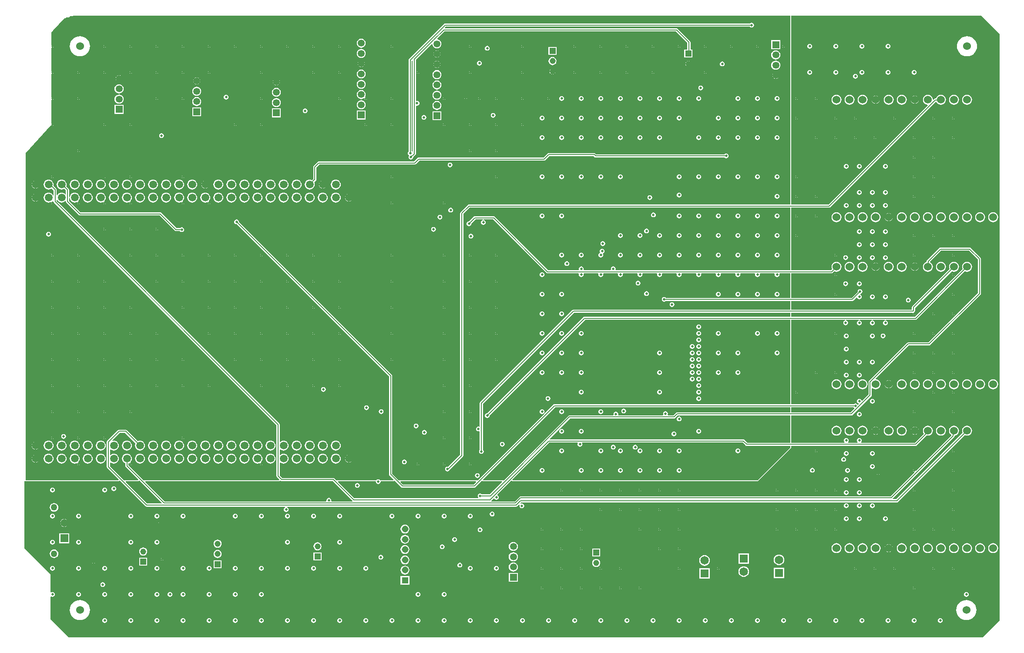
<source format=gbr>
%TF.GenerationSoftware,Altium Limited,Altium Designer,20.2.5 (213)*%
G04 Layer_Physical_Order=3*
G04 Layer_Color=16440176*
%FSLAX26Y26*%
%MOIN*%
%TF.SameCoordinates,9BAFD9CD-774C-4051-972E-F2DD54F50950*%
%TF.FilePolarity,Positive*%
%TF.FileFunction,Copper,L3,Inr,Signal*%
%TF.Part,Single*%
G01*
G75*
%TA.AperFunction,Conductor*%
%ADD22C,0.008000*%
%TA.AperFunction,ComponentPad*%
%ADD26C,0.060000*%
%ADD27C,0.045276*%
%ADD28R,0.045276X0.045276*%
%ADD29R,0.053150X0.053150*%
%ADD30C,0.053150*%
%ADD31C,0.059370*%
%ADD32R,0.059370X0.059370*%
%ADD33R,0.064961X0.064961*%
%ADD34C,0.064961*%
%ADD35R,0.059843X0.059843*%
%ADD36C,0.059843*%
%ADD37C,0.050000*%
%ADD38R,0.051496X0.051496*%
%ADD39C,0.051496*%
%TA.AperFunction,ViaPad*%
%ADD40C,0.060000*%
%ADD41C,0.020000*%
G36*
X7875000Y5315000D02*
Y820000D01*
X7745000Y690000D01*
X745000D01*
X605000Y830000D01*
Y1002361D01*
X610000Y1005033D01*
X612977Y1003044D01*
X620000Y1001647D01*
X627023Y1003044D01*
X632977Y1007023D01*
X636956Y1012977D01*
X638353Y1020000D01*
X636956Y1027023D01*
X632977Y1032977D01*
X627023Y1036956D01*
X620000Y1038353D01*
X612977Y1036956D01*
X610000Y1034967D01*
X605000Y1037639D01*
Y1175000D01*
X405000Y1375000D01*
Y1886567D01*
X407037Y1887850D01*
X410000Y1888719D01*
X411879Y1887464D01*
X415000Y1886843D01*
X1126164D01*
X1127866Y1887182D01*
X1129285Y1887464D01*
X1131932Y1889232D01*
X1136716Y1889996D01*
X1137980Y1889717D01*
X1332349Y1695349D01*
X1336318Y1692696D01*
X1341000Y1691765D01*
X2400344D01*
X2402749Y1687133D01*
X2402691Y1686765D01*
X2397023Y1682977D01*
X2393044Y1677023D01*
X2391647Y1670000D01*
X2393044Y1662977D01*
X2397023Y1657023D01*
X2402977Y1653044D01*
X2410000Y1651647D01*
X2417023Y1653044D01*
X2422977Y1657023D01*
X2426956Y1662977D01*
X2428353Y1670000D01*
X2426956Y1677023D01*
X2422977Y1682977D01*
X2417309Y1686765D01*
X2417251Y1687133D01*
X2419656Y1691765D01*
X4172887D01*
X4177570Y1692696D01*
X4181539Y1695349D01*
X4193059Y1706868D01*
X4197767Y1705030D01*
X4197985Y1704723D01*
X4196647Y1698000D01*
X4198044Y1690977D01*
X4202023Y1685023D01*
X4207977Y1681044D01*
X4215000Y1679647D01*
X4222023Y1681044D01*
X4227977Y1685023D01*
X4231956Y1690977D01*
X4233353Y1698000D01*
X4231956Y1705023D01*
X4227977Y1710977D01*
X4222023Y1714956D01*
X4215000Y1716353D01*
X4208277Y1715015D01*
X4207970Y1715233D01*
X4206132Y1719942D01*
X4210955Y1724765D01*
X7087000D01*
X7091682Y1725696D01*
X7095651Y1728349D01*
X7608151Y2240848D01*
X7615080Y2237978D01*
X7625000Y2236672D01*
X7634920Y2237978D01*
X7644164Y2241807D01*
X7652102Y2247898D01*
X7658193Y2255836D01*
X7662022Y2265080D01*
X7663328Y2275000D01*
X7662022Y2284920D01*
X7658193Y2294164D01*
X7652102Y2302102D01*
X7644164Y2308193D01*
X7634920Y2312022D01*
X7625000Y2313328D01*
X7615080Y2312022D01*
X7605836Y2308193D01*
X7597898Y2302102D01*
X7591807Y2294164D01*
X7587978Y2284920D01*
X7586672Y2275000D01*
X7587978Y2265080D01*
X7590848Y2258151D01*
X7081932Y1749235D01*
X7058609D01*
X7056538Y1754235D01*
X7526651Y2224349D01*
X7529304Y2228318D01*
X7530235Y2233000D01*
Y2237361D01*
X7534920Y2237978D01*
X7544164Y2241807D01*
X7552102Y2247898D01*
X7558193Y2255836D01*
X7562022Y2265080D01*
X7563328Y2275000D01*
X7562022Y2284920D01*
X7558193Y2294164D01*
X7552102Y2302102D01*
X7544164Y2308193D01*
X7534920Y2312022D01*
X7525000Y2313328D01*
X7515080Y2312022D01*
X7505836Y2308193D01*
X7497898Y2302102D01*
X7491807Y2294164D01*
X7487978Y2284920D01*
X7486672Y2275000D01*
X7487978Y2265080D01*
X7491807Y2255836D01*
X7497898Y2247898D01*
X7504744Y2242645D01*
X7504985Y2237288D01*
X7234697Y1967000D01*
X7230089Y1969463D01*
X7230196Y1970000D01*
X7229420Y1973902D01*
X7227210Y1977210D01*
X7225000Y1978686D01*
Y1970000D01*
X7220000D01*
Y1965000D01*
X7211314D01*
X7212790Y1962790D01*
X7216098Y1960580D01*
X7220000Y1959804D01*
X7220537Y1959911D01*
X7223000Y1955303D01*
X7039932Y1772235D01*
X4206260D01*
X4201578Y1771304D01*
X4197608Y1768651D01*
X4161192Y1732235D01*
X3982334D01*
X3981280Y1733780D01*
X3980413Y1737235D01*
X3998431Y1755253D01*
X4004282Y1754033D01*
X4006981Y1749994D01*
X4012935Y1746015D01*
X4019958Y1744618D01*
X4026981Y1746015D01*
X4032935Y1749994D01*
X4036914Y1755947D01*
X4038311Y1762971D01*
X4036914Y1769994D01*
X4032935Y1775948D01*
X4028896Y1778647D01*
X4027676Y1784498D01*
X4132895Y1889717D01*
X4134159Y1889996D01*
X4138943Y1889232D01*
X4141590Y1887464D01*
X4144711Y1886843D01*
X6019999D01*
X6020000Y1886843D01*
X6023121Y1887464D01*
X6025768Y1889232D01*
X6275768Y2139232D01*
X6277536Y2141878D01*
X6278157Y2145000D01*
X6278157Y2145001D01*
Y2157765D01*
X7230000D01*
X7234682Y2158696D01*
X7238651Y2161349D01*
X7315258Y2237955D01*
X7325000Y2236672D01*
X7334920Y2237978D01*
X7344164Y2241807D01*
X7352102Y2247898D01*
X7358193Y2255836D01*
X7362022Y2265080D01*
X7363328Y2275000D01*
X7362022Y2284920D01*
X7358193Y2294164D01*
X7352102Y2302102D01*
X7344164Y2308193D01*
X7334920Y2312022D01*
X7325000Y2313328D01*
X7315080Y2312022D01*
X7305836Y2308193D01*
X7297898Y2302102D01*
X7291807Y2294164D01*
X7287978Y2284920D01*
X7286672Y2275000D01*
X7287978Y2265080D01*
X7291807Y2255836D01*
X7294727Y2252030D01*
X7224932Y2182235D01*
X6814812D01*
X6813367Y2186006D01*
X6813119Y2187235D01*
X6816956Y2192977D01*
X6818353Y2200000D01*
X6816956Y2207023D01*
X6812977Y2212977D01*
X6807023Y2216956D01*
X6800000Y2218353D01*
X6792977Y2216956D01*
X6787023Y2212977D01*
X6783044Y2207023D01*
X6781647Y2200000D01*
X6783044Y2192977D01*
X6786881Y2187235D01*
X6786633Y2186006D01*
X6785188Y2182235D01*
X6714812D01*
X6713367Y2186006D01*
X6713119Y2187235D01*
X6716956Y2192977D01*
X6718353Y2200000D01*
X6716956Y2207023D01*
X6712977Y2212977D01*
X6707023Y2216956D01*
X6700000Y2218353D01*
X6692977Y2216956D01*
X6687023Y2212977D01*
X6683044Y2207023D01*
X6681647Y2200000D01*
X6683044Y2192977D01*
X6686881Y2187235D01*
X6686633Y2186006D01*
X6685188Y2182235D01*
X6278157D01*
Y2390765D01*
X6739113D01*
X6743795Y2391696D01*
X6747764Y2394349D01*
X6891651Y2538236D01*
X6894304Y2542205D01*
X6895235Y2546887D01*
Y2598639D01*
X6900235Y2601105D01*
X6905836Y2596807D01*
X6915080Y2592978D01*
X6925000Y2591672D01*
X6934920Y2592978D01*
X6944164Y2596807D01*
X6952102Y2602898D01*
X6958193Y2610836D01*
X6962022Y2620080D01*
X6963328Y2630000D01*
X6962022Y2639920D01*
X6958193Y2649164D01*
X6952102Y2657102D01*
X6944164Y2663193D01*
X6934920Y2667022D01*
X6927921Y2667943D01*
X6926129Y2673222D01*
X7180369Y2927463D01*
X7334698D01*
X7339381Y2928395D01*
X7343350Y2931047D01*
X7728651Y3316348D01*
X7731304Y3320318D01*
X7732235Y3325000D01*
Y3590000D01*
X7731304Y3594682D01*
X7728651Y3598651D01*
X7653651Y3673651D01*
X7649682Y3676304D01*
X7645000Y3677235D01*
X7420000D01*
X7415318Y3676304D01*
X7411349Y3673651D01*
X7318349Y3580651D01*
X7315696Y3576682D01*
X7314765Y3572000D01*
Y3566891D01*
X7305836Y3563193D01*
X7297898Y3557102D01*
X7291807Y3549164D01*
X7287978Y3539920D01*
X7286672Y3530000D01*
X7287978Y3520080D01*
X7291807Y3510836D01*
X7297898Y3502898D01*
X7305836Y3496807D01*
X7315080Y3492978D01*
X7325000Y3491672D01*
X7334920Y3492978D01*
X7344164Y3496807D01*
X7352102Y3502898D01*
X7358193Y3510836D01*
X7362022Y3520080D01*
X7363328Y3530000D01*
X7362022Y3539920D01*
X7358193Y3549164D01*
X7352102Y3557102D01*
X7344164Y3563193D01*
X7343035Y3563661D01*
X7341862Y3569559D01*
X7425068Y3652765D01*
X7639932D01*
X7707765Y3584932D01*
Y3330068D01*
X7329631Y2951934D01*
X7175301D01*
X7170619Y2951002D01*
X7166650Y2948350D01*
X6874349Y2656048D01*
X6871696Y2652079D01*
X6870765Y2647397D01*
Y2551955D01*
X6822681Y2503871D01*
X6817255Y2505517D01*
X6816956Y2507023D01*
X6812977Y2512977D01*
X6807023Y2516956D01*
X6800000Y2518353D01*
X6792977Y2516956D01*
X6787023Y2512977D01*
X6783044Y2507023D01*
X6781647Y2500000D01*
X6783044Y2492977D01*
X6787023Y2487023D01*
X6792977Y2483044D01*
X6794483Y2482745D01*
X6796129Y2477319D01*
X6791527Y2472718D01*
X6785676Y2473938D01*
X6782977Y2477977D01*
X6777023Y2481956D01*
X6770000Y2483353D01*
X6762977Y2481956D01*
X6757023Y2477977D01*
X6756527Y2477235D01*
X6278157D01*
Y3122765D01*
X6691553D01*
X6692045Y3117765D01*
X6687977Y3116956D01*
X6682023Y3112977D01*
X6678044Y3107023D01*
X6676647Y3100000D01*
X6678044Y3092977D01*
X6682023Y3087023D01*
X6687977Y3083044D01*
X6695000Y3081647D01*
X6702023Y3083044D01*
X6707977Y3087023D01*
X6711956Y3092977D01*
X6713353Y3100000D01*
X6711956Y3107023D01*
X6707977Y3112977D01*
X6702023Y3116956D01*
X6697955Y3117765D01*
X6698447Y3122765D01*
X6796553D01*
X6797045Y3117765D01*
X6792977Y3116956D01*
X6787023Y3112977D01*
X6783044Y3107023D01*
X6781647Y3100000D01*
X6783044Y3092977D01*
X6787023Y3087023D01*
X6792977Y3083044D01*
X6800000Y3081647D01*
X6807023Y3083044D01*
X6812977Y3087023D01*
X6816956Y3092977D01*
X6818353Y3100000D01*
X6816956Y3107023D01*
X6812977Y3112977D01*
X6807023Y3116956D01*
X6802955Y3117765D01*
X6803447Y3122765D01*
X6896553D01*
X6897045Y3117765D01*
X6892977Y3116956D01*
X6887023Y3112977D01*
X6883044Y3107023D01*
X6881647Y3100000D01*
X6883044Y3092977D01*
X6887023Y3087023D01*
X6892977Y3083044D01*
X6900000Y3081647D01*
X6907023Y3083044D01*
X6912977Y3087023D01*
X6916956Y3092977D01*
X6918353Y3100000D01*
X6916956Y3107023D01*
X6912977Y3112977D01*
X6907023Y3116956D01*
X6902955Y3117765D01*
X6903447Y3122765D01*
X6996553D01*
X6997045Y3117765D01*
X6992977Y3116956D01*
X6987023Y3112977D01*
X6983044Y3107023D01*
X6981647Y3100000D01*
X6983044Y3092977D01*
X6987023Y3087023D01*
X6992977Y3083044D01*
X7000000Y3081647D01*
X7007023Y3083044D01*
X7012977Y3087023D01*
X7016956Y3092977D01*
X7018353Y3100000D01*
X7016956Y3107023D01*
X7012977Y3112977D01*
X7007023Y3116956D01*
X7002955Y3117765D01*
X7003447Y3122765D01*
X7230000D01*
X7234682Y3123696D01*
X7238651Y3126349D01*
X7608151Y3495848D01*
X7615080Y3492978D01*
X7625000Y3491672D01*
X7634920Y3492978D01*
X7644164Y3496807D01*
X7652102Y3502898D01*
X7658193Y3510836D01*
X7662022Y3520080D01*
X7663328Y3530000D01*
X7662022Y3539920D01*
X7658193Y3549164D01*
X7652102Y3557102D01*
X7644164Y3563193D01*
X7634920Y3567022D01*
X7625000Y3568328D01*
X7615080Y3567022D01*
X7605836Y3563193D01*
X7597898Y3557102D01*
X7591807Y3549164D01*
X7587978Y3539920D01*
X7586672Y3530000D01*
X7587978Y3520080D01*
X7590848Y3513151D01*
X7224932Y3147235D01*
X6278157D01*
Y3177765D01*
X7207148D01*
X7208358Y3176403D01*
X7209133Y3175000D01*
X7228686D01*
X7227210Y3177210D01*
X7224025Y3179337D01*
X7223899Y3179430D01*
X7222428Y3184811D01*
X7223651Y3186035D01*
X7226304Y3190004D01*
X7227235Y3194686D01*
Y3214932D01*
X7508151Y3495848D01*
X7515080Y3492978D01*
X7525000Y3491672D01*
X7534920Y3492978D01*
X7544164Y3496807D01*
X7552102Y3502898D01*
X7558193Y3510836D01*
X7562022Y3520080D01*
X7563328Y3530000D01*
X7562022Y3539920D01*
X7558193Y3549164D01*
X7552102Y3557102D01*
X7544164Y3563193D01*
X7534920Y3567022D01*
X7525000Y3568328D01*
X7515080Y3567022D01*
X7505836Y3563193D01*
X7497898Y3557102D01*
X7491807Y3549164D01*
X7487978Y3539920D01*
X7486672Y3530000D01*
X7487978Y3520080D01*
X7490848Y3513151D01*
X7206349Y3228651D01*
X7203696Y3224682D01*
X7202765Y3220000D01*
Y3202235D01*
X6278157D01*
Y3267765D01*
X6745000D01*
X6749682Y3268696D01*
X6753651Y3271349D01*
X6778006Y3295703D01*
X6782791Y3294252D01*
X6783044Y3292977D01*
X6787023Y3287023D01*
X6792977Y3283044D01*
X6800000Y3281647D01*
X6807023Y3283044D01*
X6812977Y3287023D01*
X6816956Y3292977D01*
X6818353Y3300000D01*
X6816956Y3307023D01*
X6812977Y3312977D01*
X6807028Y3316953D01*
X6807023Y3316974D01*
X6807033Y3322052D01*
X6812023Y3323044D01*
X6817977Y3327023D01*
X6821956Y3332977D01*
X6823353Y3340000D01*
X6821956Y3347023D01*
X6817977Y3352977D01*
X6812023Y3356956D01*
X6805000Y3358353D01*
X6797977Y3356956D01*
X6792023Y3352977D01*
X6788044Y3347023D01*
X6786647Y3340000D01*
X6786822Y3339124D01*
X6739932Y3292235D01*
X6278157D01*
Y3479765D01*
X6587000D01*
X6591682Y3480696D01*
X6595651Y3483349D01*
X6608151Y3495848D01*
X6615080Y3492978D01*
X6625000Y3491672D01*
X6634920Y3492978D01*
X6644164Y3496807D01*
X6652102Y3502898D01*
X6658193Y3510836D01*
X6662022Y3520080D01*
X6663328Y3530000D01*
X6662022Y3539920D01*
X6658193Y3549164D01*
X6652102Y3557102D01*
X6644164Y3563193D01*
X6634920Y3567022D01*
X6625000Y3568328D01*
X6615080Y3567022D01*
X6605836Y3563193D01*
X6597898Y3557102D01*
X6591807Y3549164D01*
X6587978Y3539920D01*
X6586672Y3530000D01*
X6587978Y3520080D01*
X6590848Y3513151D01*
X6581932Y3504235D01*
X6278157D01*
Y3982765D01*
X6569397D01*
X6574079Y3983696D01*
X6578048Y3986349D01*
X7385265Y4793565D01*
X7391163Y4792392D01*
X7391807Y4790836D01*
X7397898Y4782898D01*
X7405836Y4776807D01*
X7415080Y4772978D01*
X7425000Y4771672D01*
X7434920Y4772978D01*
X7444164Y4776807D01*
X7452102Y4782898D01*
X7458193Y4790836D01*
X7462022Y4800080D01*
X7463328Y4810000D01*
X7462022Y4819920D01*
X7458193Y4829164D01*
X7452102Y4837102D01*
X7444164Y4843193D01*
X7434920Y4847022D01*
X7425000Y4848328D01*
X7415080Y4847022D01*
X7405836Y4843193D01*
X7397898Y4837102D01*
X7391807Y4829164D01*
X7388358Y4820838D01*
X7383000D01*
X7378318Y4819907D01*
X7374349Y4817255D01*
X7368222Y4811129D01*
X7362943Y4812921D01*
X7362022Y4819920D01*
X7358193Y4829164D01*
X7352102Y4837102D01*
X7344164Y4843193D01*
X7334920Y4847022D01*
X7325000Y4848328D01*
X7315080Y4847022D01*
X7305836Y4843193D01*
X7297898Y4837102D01*
X7291807Y4829164D01*
X7287978Y4819920D01*
X7286672Y4810000D01*
X7287978Y4800080D01*
X7291807Y4790836D01*
X7297898Y4782898D01*
X7305836Y4776807D01*
X7315080Y4772978D01*
X7322079Y4772057D01*
X7323871Y4766778D01*
X6564329Y4007235D01*
X6278157D01*
Y5455000D01*
X7735000D01*
X7875000Y5315000D01*
D02*
G37*
G36*
X6270000Y4007235D02*
X3810000D01*
X3805318Y4006304D01*
X3801348Y4003651D01*
X3746349Y3948651D01*
X3743696Y3944682D01*
X3742765Y3940000D01*
Y2090068D01*
X3650046Y1997349D01*
X3645000Y1998353D01*
X3637977Y1996956D01*
X3632023Y1992977D01*
X3628044Y1987023D01*
X3626647Y1980000D01*
X3628044Y1972977D01*
X3632023Y1967023D01*
X3637977Y1963044D01*
X3645000Y1961647D01*
X3652023Y1963044D01*
X3657977Y1967023D01*
X3661956Y1972977D01*
X3662372Y1975069D01*
X3763651Y2076349D01*
X3766304Y2080318D01*
X3767235Y2085000D01*
Y3934932D01*
X3815068Y3982765D01*
X6270000D01*
Y3504235D01*
X4935011D01*
X4932206Y3509235D01*
X4933353Y3515000D01*
X4931956Y3522023D01*
X4927977Y3527977D01*
X4922023Y3531956D01*
X4915000Y3533353D01*
X4907977Y3531956D01*
X4902023Y3527977D01*
X4898044Y3522023D01*
X4896647Y3515000D01*
X4897794Y3509235D01*
X4894989Y3504235D01*
X4690011D01*
X4687206Y3509235D01*
X4688353Y3515000D01*
X4686956Y3522023D01*
X4682977Y3527977D01*
X4677023Y3531956D01*
X4670000Y3533353D01*
X4662977Y3531956D01*
X4657023Y3527977D01*
X4653044Y3522023D01*
X4651647Y3515000D01*
X4652794Y3509235D01*
X4649989Y3504235D01*
X4418068D01*
X4008651Y3913651D01*
X4004682Y3916304D01*
X4000000Y3917235D01*
X3855000D01*
X3850318Y3916304D01*
X3846349Y3913651D01*
X3810876Y3878178D01*
X3810000Y3878353D01*
X3802977Y3876956D01*
X3797023Y3872977D01*
X3793044Y3867023D01*
X3791647Y3860000D01*
X3793044Y3852977D01*
X3797023Y3847023D01*
X3802977Y3843044D01*
X3810000Y3841647D01*
X3817023Y3843044D01*
X3822977Y3847023D01*
X3826956Y3852977D01*
X3828353Y3860000D01*
X3828178Y3860876D01*
X3860068Y3892765D01*
X3916553D01*
X3917045Y3887765D01*
X3912977Y3886956D01*
X3907023Y3882977D01*
X3903044Y3877023D01*
X3901647Y3870000D01*
X3903044Y3862977D01*
X3907023Y3857023D01*
X3912977Y3853044D01*
X3920000Y3851647D01*
X3927023Y3853044D01*
X3932977Y3857023D01*
X3936956Y3862977D01*
X3938353Y3870000D01*
X3936956Y3877023D01*
X3932977Y3882977D01*
X3927023Y3886956D01*
X3922955Y3887765D01*
X3923447Y3892765D01*
X3994932D01*
X4404349Y3483349D01*
X4408318Y3480696D01*
X4413000Y3479765D01*
X4649321D01*
X4652595Y3474765D01*
X4651647Y3470000D01*
X4653044Y3462977D01*
X4657023Y3457023D01*
X4662977Y3453044D01*
X4670000Y3451647D01*
X4677023Y3453044D01*
X4682977Y3457023D01*
X4686956Y3462977D01*
X4688353Y3470000D01*
X4687405Y3474765D01*
X4690679Y3479765D01*
X4799321D01*
X4802595Y3474765D01*
X4801647Y3470000D01*
X4803044Y3462977D01*
X4807023Y3457023D01*
X4812977Y3453044D01*
X4820000Y3451647D01*
X4827023Y3453044D01*
X4832977Y3457023D01*
X4836956Y3462977D01*
X4838353Y3470000D01*
X4837405Y3474765D01*
X4840679Y3479765D01*
X4949321D01*
X4952595Y3474765D01*
X4951647Y3470000D01*
X4953044Y3462977D01*
X4957023Y3457023D01*
X4962977Y3453044D01*
X4970000Y3451647D01*
X4977023Y3453044D01*
X4982977Y3457023D01*
X4986956Y3462977D01*
X4988353Y3470000D01*
X4987405Y3474765D01*
X4990679Y3479765D01*
X5099321D01*
X5102595Y3474765D01*
X5101647Y3470000D01*
X5103044Y3462977D01*
X5107023Y3457023D01*
X5112977Y3453044D01*
X5120000Y3451647D01*
X5127023Y3453044D01*
X5132977Y3457023D01*
X5136956Y3462977D01*
X5138353Y3470000D01*
X5137405Y3474765D01*
X5140679Y3479765D01*
X5249321D01*
X5252595Y3474765D01*
X5251647Y3470000D01*
X5253044Y3462977D01*
X5257023Y3457023D01*
X5262977Y3453044D01*
X5270000Y3451647D01*
X5277023Y3453044D01*
X5282977Y3457023D01*
X5286956Y3462977D01*
X5288353Y3470000D01*
X5287405Y3474765D01*
X5290679Y3479765D01*
X5399321D01*
X5402595Y3474765D01*
X5401647Y3470000D01*
X5403044Y3462977D01*
X5407023Y3457023D01*
X5412977Y3453044D01*
X5420000Y3451647D01*
X5427023Y3453044D01*
X5432977Y3457023D01*
X5436956Y3462977D01*
X5438353Y3470000D01*
X5437405Y3474765D01*
X5440679Y3479765D01*
X5549321D01*
X5552595Y3474765D01*
X5551647Y3470000D01*
X5553044Y3462977D01*
X5557023Y3457023D01*
X5562977Y3453044D01*
X5570000Y3451647D01*
X5577023Y3453044D01*
X5582977Y3457023D01*
X5586956Y3462977D01*
X5588353Y3470000D01*
X5587405Y3474765D01*
X5590679Y3479765D01*
X5699321D01*
X5702595Y3474765D01*
X5701647Y3470000D01*
X5703044Y3462977D01*
X5707023Y3457023D01*
X5712977Y3453044D01*
X5720000Y3451647D01*
X5727023Y3453044D01*
X5732977Y3457023D01*
X5736956Y3462977D01*
X5738353Y3470000D01*
X5737405Y3474765D01*
X5740679Y3479765D01*
X5849321D01*
X5852595Y3474765D01*
X5851647Y3470000D01*
X5853044Y3462977D01*
X5857023Y3457023D01*
X5862977Y3453044D01*
X5870000Y3451647D01*
X5877023Y3453044D01*
X5882977Y3457023D01*
X5886956Y3462977D01*
X5888353Y3470000D01*
X5887405Y3474765D01*
X5890679Y3479765D01*
X5999321D01*
X6002595Y3474765D01*
X6001647Y3470000D01*
X6003044Y3462977D01*
X6007023Y3457023D01*
X6012977Y3453044D01*
X6020000Y3451647D01*
X6027023Y3453044D01*
X6032977Y3457023D01*
X6036956Y3462977D01*
X6038353Y3470000D01*
X6037405Y3474765D01*
X6040679Y3479765D01*
X6149321D01*
X6152595Y3474765D01*
X6151647Y3470000D01*
X6153044Y3462977D01*
X6157023Y3457023D01*
X6162977Y3453044D01*
X6170000Y3451647D01*
X6177023Y3453044D01*
X6182977Y3457023D01*
X6186956Y3462977D01*
X6188353Y3470000D01*
X6187405Y3474765D01*
X6190679Y3479765D01*
X6270000D01*
Y3292235D01*
X5318473D01*
X5317977Y3292977D01*
X5312023Y3296956D01*
X5305000Y3298353D01*
X5297977Y3296956D01*
X5292023Y3292977D01*
X5288044Y3287023D01*
X5286647Y3280000D01*
X5288044Y3272977D01*
X5292023Y3267023D01*
X5297977Y3263044D01*
X5305000Y3261647D01*
X5312023Y3263044D01*
X5317977Y3267023D01*
X5318473Y3267765D01*
X6270000D01*
Y3202235D01*
X4610000D01*
X4605318Y3201304D01*
X4601349Y3198651D01*
X3896349Y2493651D01*
X3893696Y2489682D01*
X3892765Y2485000D01*
Y2308708D01*
X3887765Y2305445D01*
X3882977Y2306397D01*
X3875954Y2305000D01*
X3870000Y2301022D01*
X3866021Y2295068D01*
X3864624Y2288044D01*
X3866021Y2281021D01*
X3870000Y2275067D01*
X3875954Y2271089D01*
X3882977Y2269692D01*
X3887765Y2270644D01*
X3892765Y2267381D01*
Y2128473D01*
X3892023Y2127977D01*
X3888044Y2122023D01*
X3886647Y2115000D01*
X3888044Y2107977D01*
X3892023Y2102023D01*
X3897977Y2098044D01*
X3905000Y2096647D01*
X3912023Y2098044D01*
X3917977Y2102023D01*
X3921956Y2107977D01*
X3923353Y2115000D01*
X3921956Y2122023D01*
X3917977Y2127977D01*
X3917235Y2128473D01*
Y2479932D01*
X4615068Y3177765D01*
X6270000D01*
Y3147235D01*
X4695000D01*
X4690318Y3146304D01*
X4686349Y3143651D01*
X3950876Y2408178D01*
X3950000Y2408353D01*
X3942977Y2406956D01*
X3937023Y2402977D01*
X3933044Y2397023D01*
X3931647Y2390000D01*
X3933044Y2382977D01*
X3937023Y2377023D01*
X3942977Y2373044D01*
X3950000Y2371647D01*
X3957023Y2373044D01*
X3962977Y2377023D01*
X3966956Y2382977D01*
X3968353Y2390000D01*
X3968178Y2390876D01*
X4700068Y3122765D01*
X6270000D01*
Y2477235D01*
X4465000D01*
X4460318Y2476304D01*
X4456348Y2473651D01*
X4387523Y2404826D01*
X4383639Y2408013D01*
X4384970Y2410005D01*
X4386956Y2412977D01*
X4388353Y2420000D01*
X4386956Y2427023D01*
X4382977Y2432977D01*
X4377023Y2436956D01*
X4370000Y2438353D01*
X4362977Y2436956D01*
X4357023Y2432977D01*
X4353044Y2427023D01*
X4351647Y2420000D01*
X4353044Y2412977D01*
X4357023Y2407023D01*
X4362977Y2403044D01*
X4370000Y2401647D01*
X4377023Y2403044D01*
X4379995Y2405030D01*
X4381987Y2406361D01*
X4385174Y2402477D01*
X3877697Y1895000D01*
X3272303D01*
X3222235Y1945068D01*
Y2695000D01*
X3221304Y2699682D01*
X3218651Y2703651D01*
X2048178Y3874124D01*
X2048353Y3875000D01*
X2046956Y3882023D01*
X2042977Y3887977D01*
X2037023Y3891956D01*
X2030000Y3893353D01*
X2022977Y3891956D01*
X2017023Y3887977D01*
X2013044Y3882023D01*
X2011647Y3875000D01*
X2013044Y3867977D01*
X2017023Y3862023D01*
X2022977Y3858044D01*
X2030000Y3856647D01*
X2030876Y3856822D01*
X3197765Y2689932D01*
Y1940000D01*
X3198696Y1935318D01*
X3201349Y1931349D01*
X3233078Y1899619D01*
X3231164Y1895000D01*
X3128630D01*
X3127977Y1895977D01*
X3122023Y1899956D01*
X3115000Y1901353D01*
X3107977Y1899956D01*
X3102023Y1895977D01*
X3101370Y1895000D01*
X2794803D01*
X2781151Y1908651D01*
X2777182Y1911304D01*
X2772500Y1912235D01*
X2380068D01*
X2360550Y1931753D01*
Y2028794D01*
X2365550Y2031260D01*
X2370995Y2027082D01*
X2380162Y2023285D01*
X2390000Y2021990D01*
X2399838Y2023285D01*
X2409005Y2027082D01*
X2416877Y2033123D01*
X2422918Y2040995D01*
X2426715Y2050162D01*
X2428010Y2060000D01*
X2426715Y2069838D01*
X2422918Y2079005D01*
X2416877Y2086877D01*
X2409005Y2092918D01*
X2399838Y2096715D01*
X2390000Y2098010D01*
X2380162Y2096715D01*
X2370995Y2092918D01*
X2365550Y2088740D01*
X2360550Y2091206D01*
Y2128794D01*
X2365550Y2131260D01*
X2370995Y2127082D01*
X2380162Y2123285D01*
X2390000Y2121990D01*
X2399838Y2123285D01*
X2409005Y2127082D01*
X2416877Y2133123D01*
X2422918Y2140995D01*
X2426715Y2150162D01*
X2428010Y2160000D01*
X2426715Y2169838D01*
X2422918Y2179005D01*
X2416877Y2186877D01*
X2409005Y2192918D01*
X2399838Y2196715D01*
X2390000Y2198010D01*
X2380162Y2196715D01*
X2370995Y2192918D01*
X2365550Y2188740D01*
X2360550Y2191206D01*
Y2321685D01*
X2359619Y2326367D01*
X2356966Y2330336D01*
X652431Y4034872D01*
X653191Y4039533D01*
X657266Y4040756D01*
X663123Y4033123D01*
X670995Y4027082D01*
X680162Y4023285D01*
X690000Y4021990D01*
X699838Y4023285D01*
X709005Y4027082D01*
X716877Y4033123D01*
X718030Y4034625D01*
X722765Y4033018D01*
Y4030000D01*
X723696Y4025318D01*
X726348Y4021349D01*
X821348Y3926349D01*
X825318Y3923696D01*
X830000Y3922765D01*
X1439932D01*
X1556349Y3806349D01*
X1560318Y3803696D01*
X1565000Y3802765D01*
X1596527D01*
X1597023Y3802023D01*
X1602977Y3798044D01*
X1610000Y3796647D01*
X1617023Y3798044D01*
X1622977Y3802023D01*
X1626956Y3807977D01*
X1628353Y3815000D01*
X1626956Y3822023D01*
X1622977Y3827977D01*
X1617023Y3831956D01*
X1610000Y3833353D01*
X1602977Y3831956D01*
X1597023Y3827977D01*
X1596527Y3827235D01*
X1570068D01*
X1453651Y3943651D01*
X1449682Y3946304D01*
X1445000Y3947235D01*
X835068D01*
X747235Y4035068D01*
Y4057809D01*
X752235Y4058137D01*
X752380Y4057034D01*
X753285Y4050162D01*
X757082Y4040995D01*
X763123Y4033123D01*
X770995Y4027082D01*
X780162Y4023285D01*
X790000Y4021990D01*
X799838Y4023285D01*
X806278Y4025953D01*
X806709Y4025747D01*
X807448Y4025000D01*
X828686D01*
X827210Y4027210D01*
X823902Y4029420D01*
X820779Y4030041D01*
X819118Y4032637D01*
X818281Y4034952D01*
X822918Y4040995D01*
X826715Y4050162D01*
X828010Y4060000D01*
X826715Y4069838D01*
X822918Y4079005D01*
X816877Y4086877D01*
X809005Y4092918D01*
X799838Y4096715D01*
X790000Y4098010D01*
X780162Y4096715D01*
X770995Y4092918D01*
X763123Y4086877D01*
X757082Y4079005D01*
X753285Y4069838D01*
X752380Y4062966D01*
X752235Y4061863D01*
X747235Y4062191D01*
Y4120000D01*
X746304Y4124682D01*
X743652Y4128652D01*
X725375Y4146928D01*
X726715Y4150162D01*
X728010Y4160000D01*
X726715Y4169838D01*
X722918Y4179005D01*
X716877Y4186877D01*
X709005Y4192918D01*
X699838Y4196715D01*
X690000Y4198010D01*
X680162Y4196715D01*
X670995Y4192918D01*
X663123Y4186877D01*
X657082Y4179005D01*
X653285Y4169838D01*
X651990Y4160000D01*
X653285Y4150162D01*
X657082Y4140995D01*
X663123Y4133123D01*
X670995Y4127082D01*
X680162Y4123285D01*
X690000Y4121990D01*
X699838Y4123285D01*
X709005Y4127082D01*
X709916Y4127781D01*
X722765Y4114932D01*
Y4086982D01*
X718030Y4085375D01*
X716877Y4086877D01*
X709005Y4092918D01*
X699838Y4096715D01*
X690000Y4098010D01*
X680162Y4096715D01*
X670995Y4092918D01*
X663123Y4086877D01*
X657235Y4079204D01*
X656735Y4079160D01*
X652235Y4080730D01*
Y4120000D01*
X651304Y4124682D01*
X648652Y4128652D01*
X626764Y4150538D01*
X628010Y4160000D01*
X626715Y4169838D01*
X622918Y4179005D01*
X616877Y4186877D01*
X609005Y4192918D01*
X599838Y4196715D01*
X590000Y4198010D01*
X580162Y4196715D01*
X570995Y4192918D01*
X563123Y4186877D01*
X557082Y4179005D01*
X553285Y4169838D01*
X551990Y4160000D01*
X553285Y4150162D01*
X557082Y4140995D01*
X563123Y4133123D01*
X570995Y4127082D01*
X580162Y4123285D01*
X590000Y4121990D01*
X599838Y4123285D01*
X609005Y4127082D01*
X612745Y4129952D01*
X627765Y4114932D01*
Y4080730D01*
X623265Y4079160D01*
X622765Y4079204D01*
X616877Y4086877D01*
X609005Y4092918D01*
X599838Y4096715D01*
X590000Y4098010D01*
X580162Y4096715D01*
X570995Y4092918D01*
X563123Y4086877D01*
X557082Y4079005D01*
X553285Y4069838D01*
X551990Y4060000D01*
X553285Y4050162D01*
X557082Y4040995D01*
X563123Y4033123D01*
X570995Y4027082D01*
X580162Y4023285D01*
X590000Y4021990D01*
X599838Y4023285D01*
X606278Y4025953D01*
X606709Y4025747D01*
X607448Y4025000D01*
X620000D01*
Y4020000D01*
X625000D01*
Y4011314D01*
X627210Y4012790D01*
X629420Y4016098D01*
X629438Y4016188D01*
X634863Y4017834D01*
X2336080Y2316617D01*
Y1926685D01*
X2337011Y1922003D01*
X2339663Y1918034D01*
X2358078Y1899619D01*
X2356164Y1895000D01*
X1317303D01*
X1202235Y2010068D01*
Y2023539D01*
X1206606Y2025796D01*
X1206709Y2025747D01*
X1207448Y2025000D01*
X1228686D01*
X1227210Y2027210D01*
X1223902Y2029420D01*
X1220779Y2030041D01*
X1219118Y2032637D01*
X1218281Y2034952D01*
X1222918Y2040995D01*
X1226715Y2050162D01*
X1228010Y2060000D01*
X1226715Y2069838D01*
X1222918Y2079005D01*
X1216877Y2086877D01*
X1209005Y2092918D01*
X1199838Y2096715D01*
X1190000Y2098010D01*
X1180162Y2096715D01*
X1170995Y2092918D01*
X1163123Y2086877D01*
X1157082Y2079005D01*
X1153285Y2069838D01*
X1151990Y2060000D01*
X1153285Y2050162D01*
X1157082Y2040995D01*
X1163123Y2033123D01*
X1170995Y2027082D01*
X1177765Y2024278D01*
Y2005000D01*
X1178696Y2000318D01*
X1181349Y1996349D01*
X1278078Y1899619D01*
X1276164Y1895000D01*
X1167303D01*
X1060550Y2001753D01*
Y2028794D01*
X1065550Y2031260D01*
X1070995Y2027082D01*
X1080162Y2023285D01*
X1090000Y2021990D01*
X1099838Y2023285D01*
X1109005Y2027082D01*
X1116877Y2033123D01*
X1122918Y2040995D01*
X1126715Y2050162D01*
X1128010Y2060000D01*
X1126715Y2069838D01*
X1122918Y2079005D01*
X1116877Y2086877D01*
X1109005Y2092918D01*
X1099838Y2096715D01*
X1090000Y2098010D01*
X1080162Y2096715D01*
X1070995Y2092918D01*
X1065550Y2088740D01*
X1060550Y2091206D01*
Y2128794D01*
X1065550Y2131260D01*
X1070995Y2127082D01*
X1080162Y2123285D01*
X1090000Y2121990D01*
X1099838Y2123285D01*
X1109005Y2127082D01*
X1116877Y2133123D01*
X1122918Y2140995D01*
X1126715Y2150162D01*
X1128010Y2160000D01*
X1126715Y2169838D01*
X1122918Y2179005D01*
X1116877Y2186877D01*
X1109005Y2192918D01*
X1099838Y2196715D01*
X1090000Y2198010D01*
X1081230Y2196856D01*
X1079197Y2199639D01*
X1078637Y2201334D01*
X1135068Y2257765D01*
X1174932D01*
X1256089Y2176608D01*
X1253285Y2169838D01*
X1251990Y2160000D01*
X1253285Y2150162D01*
X1257082Y2140995D01*
X1263123Y2133123D01*
X1270995Y2127082D01*
X1280162Y2123285D01*
X1290000Y2121990D01*
X1299838Y2123285D01*
X1309005Y2127082D01*
X1316877Y2133123D01*
X1322918Y2140995D01*
X1326715Y2150162D01*
X1328010Y2160000D01*
X1326715Y2169838D01*
X1322918Y2179005D01*
X1316877Y2186877D01*
X1309005Y2192918D01*
X1299838Y2196715D01*
X1290000Y2198010D01*
X1280162Y2196715D01*
X1273392Y2193911D01*
X1188651Y2278651D01*
X1184682Y2281304D01*
X1180000Y2282235D01*
X1130000D01*
X1125318Y2281304D01*
X1121349Y2278651D01*
X1039663Y2196966D01*
X1037011Y2192997D01*
X1036080Y2188315D01*
Y1996685D01*
X1037011Y1992003D01*
X1039663Y1988034D01*
X1128078Y1899619D01*
X1126164Y1895000D01*
X415000D01*
Y4400000D01*
X606676Y4612941D01*
X612790Y4612790D01*
X615000Y4611314D01*
Y4620000D01*
Y4628686D01*
X610000Y4631348D01*
Y4808652D01*
X615000Y4811314D01*
Y4820000D01*
Y4828686D01*
X610000Y4831348D01*
Y5008652D01*
X615000Y5011314D01*
Y5020000D01*
Y5028686D01*
X610000Y5031348D01*
Y5208652D01*
X615000Y5211314D01*
Y5220000D01*
Y5228686D01*
X610000Y5231348D01*
Y5325000D01*
X625000Y5340000D01*
X710000Y5435000D01*
X720000D01*
X725000Y5440000D01*
X745000D01*
X755000Y5450000D01*
X775000D01*
X780000Y5455000D01*
X6270000D01*
Y4007235D01*
D02*
G37*
G36*
X6757023Y2452023D02*
X6761062Y2449324D01*
X6762282Y2443473D01*
X6734045Y2415235D01*
X6278157D01*
Y2452765D01*
X6756527D01*
X6757023Y2452023D01*
D02*
G37*
G36*
X6270000Y2415235D02*
X5404260D01*
X5399578Y2414304D01*
X5395609Y2411651D01*
X5376317Y2392360D01*
X5333506D01*
X5331149Y2396770D01*
X5331956Y2397977D01*
X5333353Y2405000D01*
X5331956Y2412023D01*
X5327977Y2417977D01*
X5322023Y2421956D01*
X5315000Y2423353D01*
X5307977Y2421956D01*
X5302023Y2417977D01*
X5298044Y2412023D01*
X5296647Y2405000D01*
X5298044Y2397977D01*
X5298851Y2396770D01*
X5296494Y2392360D01*
X4955679D01*
X4952405Y2397360D01*
X4953353Y2402125D01*
X4951956Y2409148D01*
X4947977Y2415102D01*
X4942023Y2419081D01*
X4935000Y2420478D01*
X4927977Y2419081D01*
X4922023Y2415102D01*
X4918044Y2409148D01*
X4916647Y2402125D01*
X4917595Y2397360D01*
X4914321Y2392360D01*
X4579125D01*
X4574443Y2391429D01*
X4570474Y2388777D01*
X4076697Y1895000D01*
X3918836D01*
X3916922Y1899619D01*
X4470068Y2452765D01*
X6270000D01*
Y2415235D01*
D02*
G37*
G36*
Y2182235D02*
X5942568D01*
X5921151Y2203651D01*
X5917182Y2206304D01*
X5912500Y2207235D01*
X4430071D01*
X4428158Y2211854D01*
X4584193Y2367890D01*
X5381385D01*
X5386067Y2368821D01*
X5390037Y2371474D01*
X5409328Y2390765D01*
X6270000D01*
Y2182235D01*
D02*
G37*
G36*
X5928848Y2161349D02*
X5932818Y2158696D01*
X5937500Y2157765D01*
X6270000D01*
Y2145000D01*
X6020000Y1895000D01*
X4144711D01*
X4142797Y1899619D01*
X4425943Y2182765D01*
X4641578D01*
X4643935Y2178355D01*
X4643044Y2177023D01*
X4641647Y2170000D01*
X4643044Y2162977D01*
X4647023Y2157023D01*
X4652977Y2153044D01*
X4660000Y2151647D01*
X4667023Y2153044D01*
X4672977Y2157023D01*
X4676956Y2162977D01*
X4678353Y2170000D01*
X4676956Y2177023D01*
X4676065Y2178355D01*
X4678422Y2182765D01*
X5907432D01*
X5928848Y2161349D01*
D02*
G37*
G36*
X3242980Y1889717D02*
X3291349Y1841349D01*
X3295318Y1838696D01*
X3300000Y1837765D01*
X3850000D01*
X3854682Y1838696D01*
X3858651Y1841349D01*
X3907020Y1889717D01*
X3908284Y1889996D01*
X3913068Y1889232D01*
X3915715Y1887464D01*
X3918836Y1886843D01*
X4062007D01*
X4063921Y1882224D01*
X3968932Y1787235D01*
X3908473D01*
X3907977Y1787977D01*
X3902023Y1791956D01*
X3895000Y1793353D01*
X3887977Y1791956D01*
X3882023Y1787977D01*
X3878044Y1782023D01*
X3876647Y1775000D01*
X3878044Y1767977D01*
X3881881Y1762235D01*
X3881633Y1761006D01*
X3880188Y1757235D01*
X2932568D01*
X2807579Y1882224D01*
X2809493Y1886843D01*
X3093493D01*
X3096647Y1883000D01*
X3098044Y1875977D01*
X3102023Y1870023D01*
X3107977Y1866044D01*
X3115000Y1864647D01*
X3122023Y1866044D01*
X3127977Y1870023D01*
X3131956Y1875977D01*
X3133353Y1883000D01*
X3136507Y1886843D01*
X3231164D01*
X3232866Y1887182D01*
X3234285Y1887464D01*
X3236932Y1889232D01*
X3241716Y1889996D01*
X3242980Y1889717D01*
D02*
G37*
G36*
X3864921Y1882224D02*
X3844932Y1862235D01*
X3305068D01*
X3285079Y1882224D01*
X3286993Y1886843D01*
X3863007D01*
X3864921Y1882224D01*
D02*
G37*
G36*
X2368341Y1890017D02*
X2370318Y1888696D01*
X2375000Y1887765D01*
X2767432D01*
X2917962Y1737235D01*
X2917095Y1733780D01*
X2916041Y1732235D01*
X2757567D01*
X2754292Y1737235D01*
X2755240Y1742000D01*
X2753843Y1749023D01*
X2749865Y1754977D01*
X2743911Y1758956D01*
X2736887Y1760353D01*
X2729864Y1758956D01*
X2723910Y1754977D01*
X2719932Y1749023D01*
X2718535Y1742000D01*
X2719483Y1737235D01*
X2716208Y1732235D01*
X1480068D01*
X1330079Y1882224D01*
X1331993Y1886843D01*
X2356164D01*
X2357866Y1887182D01*
X2359285Y1887464D01*
X2361932Y1889232D01*
X2362551Y1889529D01*
X2367316Y1890428D01*
X2368341Y1890017D01*
D02*
G37*
G36*
X1287980Y1889717D02*
X1456842Y1720854D01*
X1454929Y1716235D01*
X1346068D01*
X1180079Y1882224D01*
X1181993Y1886843D01*
X1276164D01*
X1277866Y1887182D01*
X1279285Y1887464D01*
X1281932Y1889232D01*
X1286716Y1889996D01*
X1287980Y1889717D01*
D02*
G37*
%LPC*%
G36*
X7020000Y5238353D02*
X7012977Y5236956D01*
X7007023Y5232977D01*
X7003044Y5227023D01*
X7001647Y5220000D01*
X7003044Y5212977D01*
X7007023Y5207023D01*
X7012977Y5203044D01*
X7020000Y5201647D01*
X7027023Y5203044D01*
X7032977Y5207023D01*
X7036956Y5212977D01*
X7038353Y5220000D01*
X7036956Y5227023D01*
X7032977Y5232977D01*
X7027023Y5236956D01*
X7020000Y5238353D01*
D02*
G37*
G36*
X6820000D02*
X6812977Y5236956D01*
X6807023Y5232977D01*
X6803044Y5227023D01*
X6801647Y5220000D01*
X6803044Y5212977D01*
X6807023Y5207023D01*
X6812977Y5203044D01*
X6820000Y5201647D01*
X6827023Y5203044D01*
X6832977Y5207023D01*
X6836956Y5212977D01*
X6838353Y5220000D01*
X6836956Y5227023D01*
X6832977Y5232977D01*
X6827023Y5236956D01*
X6820000Y5238353D01*
D02*
G37*
G36*
X6620000D02*
X6612977Y5236956D01*
X6607023Y5232977D01*
X6603044Y5227023D01*
X6601647Y5220000D01*
X6603044Y5212977D01*
X6607023Y5207023D01*
X6612977Y5203044D01*
X6620000Y5201647D01*
X6627023Y5203044D01*
X6632977Y5207023D01*
X6636956Y5212977D01*
X6638353Y5220000D01*
X6636956Y5227023D01*
X6632977Y5232977D01*
X6627023Y5236956D01*
X6620000Y5238353D01*
D02*
G37*
G36*
X6420000D02*
X6412977Y5236956D01*
X6407023Y5232977D01*
X6403044Y5227023D01*
X6401647Y5220000D01*
X6403044Y5212977D01*
X6407023Y5207023D01*
X6412977Y5203044D01*
X6420000Y5201647D01*
X6427023Y5203044D01*
X6432977Y5207023D01*
X6436956Y5212977D01*
X6438353Y5220000D01*
X6436956Y5227023D01*
X6432977Y5232977D01*
X6427023Y5236956D01*
X6420000Y5238353D01*
D02*
G37*
G36*
X7625000Y5297270D02*
X7609925Y5295785D01*
X7595430Y5291388D01*
X7582071Y5284247D01*
X7570362Y5274638D01*
X7560753Y5262929D01*
X7553612Y5249570D01*
X7549215Y5235075D01*
X7547730Y5220000D01*
X7549215Y5204925D01*
X7553612Y5190430D01*
X7560753Y5177071D01*
X7570362Y5165362D01*
X7582071Y5155753D01*
X7595430Y5148612D01*
X7609925Y5144215D01*
X7625000Y5142730D01*
X7640075Y5144215D01*
X7654570Y5148612D01*
X7667929Y5155753D01*
X7679638Y5165362D01*
X7689247Y5177071D01*
X7696388Y5190430D01*
X7700785Y5204925D01*
X7702270Y5220000D01*
X7700785Y5235075D01*
X7696388Y5249570D01*
X7689247Y5262929D01*
X7679638Y5274638D01*
X7667929Y5284247D01*
X7654570Y5291388D01*
X7640075Y5295785D01*
X7625000Y5297270D01*
D02*
G37*
G36*
X7220000Y5038353D02*
X7212977Y5036956D01*
X7207023Y5032977D01*
X7203044Y5027023D01*
X7201647Y5020000D01*
X7203044Y5012977D01*
X7207023Y5007023D01*
X7212977Y5003044D01*
X7220000Y5001647D01*
X7227023Y5003044D01*
X7232977Y5007023D01*
X7236956Y5012977D01*
X7238353Y5020000D01*
X7236956Y5027023D01*
X7232977Y5032977D01*
X7227023Y5036956D01*
X7220000Y5038353D01*
D02*
G37*
G36*
X7020000D02*
X7012977Y5036956D01*
X7007023Y5032977D01*
X7003044Y5027023D01*
X7001647Y5020000D01*
X7003044Y5012977D01*
X7007023Y5007023D01*
X7012977Y5003044D01*
X7020000Y5001647D01*
X7027023Y5003044D01*
X7032977Y5007023D01*
X7036956Y5012977D01*
X7038353Y5020000D01*
X7036956Y5027023D01*
X7032977Y5032977D01*
X7027023Y5036956D01*
X7020000Y5038353D01*
D02*
G37*
G36*
X6820000D02*
X6812977Y5036956D01*
X6807023Y5032977D01*
X6803044Y5027023D01*
X6801647Y5020000D01*
X6803044Y5012977D01*
X6807023Y5007023D01*
X6812977Y5003044D01*
X6820000Y5001647D01*
X6827023Y5003044D01*
X6832977Y5007023D01*
X6836956Y5012977D01*
X6838353Y5020000D01*
X6836956Y5027023D01*
X6832977Y5032977D01*
X6827023Y5036956D01*
X6820000Y5038353D01*
D02*
G37*
G36*
X6620000D02*
X6612977Y5036956D01*
X6607023Y5032977D01*
X6603044Y5027023D01*
X6601647Y5020000D01*
X6603044Y5012977D01*
X6607023Y5007023D01*
X6612977Y5003044D01*
X6620000Y5001647D01*
X6627023Y5003044D01*
X6632977Y5007023D01*
X6636956Y5012977D01*
X6638353Y5020000D01*
X6636956Y5027023D01*
X6632977Y5032977D01*
X6627023Y5036956D01*
X6620000Y5038353D01*
D02*
G37*
G36*
X6420000D02*
X6412977Y5036956D01*
X6407023Y5032977D01*
X6403044Y5027023D01*
X6401647Y5020000D01*
X6403044Y5012977D01*
X6407023Y5007023D01*
X6412977Y5003044D01*
X6420000Y5001647D01*
X6427023Y5003044D01*
X6432977Y5007023D01*
X6436956Y5012977D01*
X6438353Y5020000D01*
X6436956Y5027023D01*
X6432977Y5032977D01*
X6427023Y5036956D01*
X6420000Y5038353D01*
D02*
G37*
G36*
X6770000Y5008353D02*
X6762977Y5006956D01*
X6757023Y5002977D01*
X6753044Y4997023D01*
X6751647Y4990000D01*
X6753044Y4982977D01*
X6757023Y4977023D01*
X6762977Y4973044D01*
X6770000Y4971647D01*
X6777023Y4973044D01*
X6782977Y4977023D01*
X6786956Y4982977D01*
X6788353Y4990000D01*
X6786956Y4997023D01*
X6782977Y5002977D01*
X6777023Y5006956D01*
X6770000Y5008353D01*
D02*
G37*
G36*
X6475000Y4828686D02*
Y4825000D01*
X6478686D01*
X6477210Y4827210D01*
X6475000Y4828686D01*
D02*
G37*
G36*
X6465000D02*
X6462790Y4827210D01*
X6461314Y4825000D01*
X6465000D01*
Y4828686D01*
D02*
G37*
G36*
X6325000D02*
Y4825000D01*
X6328686D01*
X6327210Y4827210D01*
X6325000Y4828686D01*
D02*
G37*
G36*
X6315000D02*
X6312790Y4827210D01*
X6311314Y4825000D01*
X6315000D01*
Y4828686D01*
D02*
G37*
G36*
X7230000Y4839601D02*
Y4815000D01*
X7254601D01*
X7254228Y4817832D01*
X7251205Y4825129D01*
X7246396Y4831396D01*
X7240129Y4836205D01*
X7232832Y4839228D01*
X7230000Y4839601D01*
D02*
G37*
G36*
X6930000D02*
Y4815000D01*
X6954601D01*
X6954228Y4817832D01*
X6951205Y4825129D01*
X6946396Y4831396D01*
X6940129Y4836205D01*
X6932832Y4839228D01*
X6930000Y4839601D01*
D02*
G37*
G36*
X7220000D02*
X7217168Y4839228D01*
X7209871Y4836205D01*
X7203604Y4831396D01*
X7198795Y4825129D01*
X7195772Y4817832D01*
X7195399Y4815000D01*
X7220000D01*
Y4839601D01*
D02*
G37*
G36*
X6920000D02*
X6917168Y4839228D01*
X6909871Y4836205D01*
X6903604Y4831396D01*
X6898795Y4825129D01*
X6895772Y4817832D01*
X6895399Y4815000D01*
X6920000D01*
Y4839601D01*
D02*
G37*
G36*
X6478686Y4815000D02*
X6475000D01*
Y4811314D01*
X6477210Y4812790D01*
X6478686Y4815000D01*
D02*
G37*
G36*
X6465000D02*
X6461314D01*
X6462790Y4812790D01*
X6465000Y4811314D01*
Y4815000D01*
D02*
G37*
G36*
X6328686D02*
X6325000D01*
Y4811314D01*
X6327210Y4812790D01*
X6328686Y4815000D01*
D02*
G37*
G36*
X6315000D02*
X6311314D01*
X6312790Y4812790D01*
X6315000Y4811314D01*
Y4815000D01*
D02*
G37*
G36*
X7254601Y4805000D02*
X7230000D01*
Y4780399D01*
X7232832Y4780772D01*
X7240129Y4783795D01*
X7246396Y4788604D01*
X7251205Y4794871D01*
X7254228Y4802168D01*
X7254601Y4805000D01*
D02*
G37*
G36*
X6954601D02*
X6930000D01*
Y4780399D01*
X6932832Y4780772D01*
X6940129Y4783795D01*
X6946396Y4788604D01*
X6951205Y4794871D01*
X6954228Y4802168D01*
X6954601Y4805000D01*
D02*
G37*
G36*
X7220000D02*
X7195399D01*
X7195772Y4802168D01*
X7198795Y4794871D01*
X7203604Y4788604D01*
X7209871Y4783795D01*
X7217168Y4780772D01*
X7220000Y4780399D01*
Y4805000D01*
D02*
G37*
G36*
X6920000D02*
X6895399D01*
X6895772Y4802168D01*
X6898795Y4794871D01*
X6903604Y4788604D01*
X6909871Y4783795D01*
X6917168Y4780772D01*
X6920000Y4780399D01*
Y4805000D01*
D02*
G37*
G36*
X7625000Y4848328D02*
X7615080Y4847022D01*
X7605836Y4843193D01*
X7597898Y4837102D01*
X7591807Y4829164D01*
X7587978Y4819920D01*
X7586672Y4810000D01*
X7587978Y4800080D01*
X7591807Y4790836D01*
X7597898Y4782898D01*
X7605836Y4776807D01*
X7615080Y4772978D01*
X7625000Y4771672D01*
X7634920Y4772978D01*
X7644164Y4776807D01*
X7652102Y4782898D01*
X7658193Y4790836D01*
X7662022Y4800080D01*
X7663328Y4810000D01*
X7662022Y4819920D01*
X7658193Y4829164D01*
X7652102Y4837102D01*
X7644164Y4843193D01*
X7634920Y4847022D01*
X7625000Y4848328D01*
D02*
G37*
G36*
X7525000D02*
X7515080Y4847022D01*
X7505836Y4843193D01*
X7497898Y4837102D01*
X7491807Y4829164D01*
X7487978Y4819920D01*
X7486672Y4810000D01*
X7487978Y4800080D01*
X7491807Y4790836D01*
X7497898Y4782898D01*
X7505836Y4776807D01*
X7515080Y4772978D01*
X7525000Y4771672D01*
X7534920Y4772978D01*
X7544164Y4776807D01*
X7552102Y4782898D01*
X7558193Y4790836D01*
X7562022Y4800080D01*
X7563328Y4810000D01*
X7562022Y4819920D01*
X7558193Y4829164D01*
X7552102Y4837102D01*
X7544164Y4843193D01*
X7534920Y4847022D01*
X7525000Y4848328D01*
D02*
G37*
G36*
X7125000D02*
X7115080Y4847022D01*
X7105836Y4843193D01*
X7097898Y4837102D01*
X7091807Y4829164D01*
X7087978Y4819920D01*
X7086672Y4810000D01*
X7087978Y4800080D01*
X7091807Y4790836D01*
X7097898Y4782898D01*
X7105836Y4776807D01*
X7115080Y4772978D01*
X7125000Y4771672D01*
X7134920Y4772978D01*
X7144164Y4776807D01*
X7152102Y4782898D01*
X7158193Y4790836D01*
X7162022Y4800080D01*
X7163328Y4810000D01*
X7162022Y4819920D01*
X7158193Y4829164D01*
X7152102Y4837102D01*
X7144164Y4843193D01*
X7134920Y4847022D01*
X7125000Y4848328D01*
D02*
G37*
G36*
X7025000D02*
X7015080Y4847022D01*
X7005836Y4843193D01*
X6997898Y4837102D01*
X6991807Y4829164D01*
X6987978Y4819920D01*
X6986672Y4810000D01*
X6987978Y4800080D01*
X6991807Y4790836D01*
X6997898Y4782898D01*
X7005836Y4776807D01*
X7015080Y4772978D01*
X7025000Y4771672D01*
X7034920Y4772978D01*
X7044164Y4776807D01*
X7052102Y4782898D01*
X7058193Y4790836D01*
X7062022Y4800080D01*
X7063328Y4810000D01*
X7062022Y4819920D01*
X7058193Y4829164D01*
X7052102Y4837102D01*
X7044164Y4843193D01*
X7034920Y4847022D01*
X7025000Y4848328D01*
D02*
G37*
G36*
X6825000D02*
X6815080Y4847022D01*
X6805836Y4843193D01*
X6797898Y4837102D01*
X6791807Y4829164D01*
X6787978Y4819920D01*
X6786672Y4810000D01*
X6787978Y4800080D01*
X6791807Y4790836D01*
X6797898Y4782898D01*
X6805836Y4776807D01*
X6815080Y4772978D01*
X6825000Y4771672D01*
X6834920Y4772978D01*
X6844164Y4776807D01*
X6852102Y4782898D01*
X6858193Y4790836D01*
X6862022Y4800080D01*
X6863328Y4810000D01*
X6862022Y4819920D01*
X6858193Y4829164D01*
X6852102Y4837102D01*
X6844164Y4843193D01*
X6834920Y4847022D01*
X6825000Y4848328D01*
D02*
G37*
G36*
X6725000D02*
X6715080Y4847022D01*
X6705836Y4843193D01*
X6697898Y4837102D01*
X6691807Y4829164D01*
X6687978Y4819920D01*
X6686672Y4810000D01*
X6687978Y4800080D01*
X6691807Y4790836D01*
X6697898Y4782898D01*
X6705836Y4776807D01*
X6715080Y4772978D01*
X6725000Y4771672D01*
X6734920Y4772978D01*
X6744164Y4776807D01*
X6752102Y4782898D01*
X6758193Y4790836D01*
X6762022Y4800080D01*
X6763328Y4810000D01*
X6762022Y4819920D01*
X6758193Y4829164D01*
X6752102Y4837102D01*
X6744164Y4843193D01*
X6734920Y4847022D01*
X6725000Y4848328D01*
D02*
G37*
G36*
X6625000D02*
X6615080Y4847022D01*
X6605836Y4843193D01*
X6597898Y4837102D01*
X6591807Y4829164D01*
X6587978Y4819920D01*
X6586672Y4810000D01*
X6587978Y4800080D01*
X6591807Y4790836D01*
X6597898Y4782898D01*
X6605836Y4776807D01*
X6615080Y4772978D01*
X6625000Y4771672D01*
X6634920Y4772978D01*
X6644164Y4776807D01*
X6652102Y4782898D01*
X6658193Y4790836D01*
X6662022Y4800080D01*
X6663328Y4810000D01*
X6662022Y4819920D01*
X6658193Y4829164D01*
X6652102Y4837102D01*
X6644164Y4843193D01*
X6634920Y4847022D01*
X6625000Y4848328D01*
D02*
G37*
G36*
X7525000Y4678686D02*
Y4675000D01*
X7528686D01*
X7527210Y4677210D01*
X7525000Y4678686D01*
D02*
G37*
G36*
X7515000D02*
X7512790Y4677210D01*
X7511314Y4675000D01*
X7515000D01*
Y4678686D01*
D02*
G37*
G36*
X7375000D02*
Y4675000D01*
X7378686D01*
X7377210Y4677210D01*
X7375000Y4678686D01*
D02*
G37*
G36*
X7365000D02*
X7362790Y4677210D01*
X7361314Y4675000D01*
X7365000D01*
Y4678686D01*
D02*
G37*
G36*
X7075000D02*
Y4675000D01*
X7078686D01*
X7077210Y4677210D01*
X7075000Y4678686D01*
D02*
G37*
G36*
X7065000D02*
X7062790Y4677210D01*
X7061314Y4675000D01*
X7065000D01*
Y4678686D01*
D02*
G37*
G36*
X6775000D02*
Y4675000D01*
X6778686D01*
X6777210Y4677210D01*
X6775000Y4678686D01*
D02*
G37*
G36*
X6765000D02*
X6762790Y4677210D01*
X6761314Y4675000D01*
X6765000D01*
Y4678686D01*
D02*
G37*
G36*
X6625000D02*
Y4675000D01*
X6628686D01*
X6627210Y4677210D01*
X6625000Y4678686D01*
D02*
G37*
G36*
X6615000D02*
X6612790Y4677210D01*
X6611314Y4675000D01*
X6615000D01*
Y4678686D01*
D02*
G37*
G36*
X6325000D02*
Y4675000D01*
X6328686D01*
X6327210Y4677210D01*
X6325000Y4678686D01*
D02*
G37*
G36*
X6315000D02*
X6312790Y4677210D01*
X6311314Y4675000D01*
X6315000D01*
Y4678686D01*
D02*
G37*
G36*
X7528686Y4665000D02*
X7525000D01*
Y4661314D01*
X7527210Y4662790D01*
X7528686Y4665000D01*
D02*
G37*
G36*
X7515000D02*
X7511314D01*
X7512790Y4662790D01*
X7515000Y4661314D01*
Y4665000D01*
D02*
G37*
G36*
X7378686D02*
X7375000D01*
Y4661314D01*
X7377210Y4662790D01*
X7378686Y4665000D01*
D02*
G37*
G36*
X7365000D02*
X7361314D01*
X7362790Y4662790D01*
X7365000Y4661314D01*
Y4665000D01*
D02*
G37*
G36*
X7078686D02*
X7075000D01*
Y4661314D01*
X7077210Y4662790D01*
X7078686Y4665000D01*
D02*
G37*
G36*
X7065000D02*
X7061314D01*
X7062790Y4662790D01*
X7065000Y4661314D01*
Y4665000D01*
D02*
G37*
G36*
X6778686D02*
X6775000D01*
Y4661314D01*
X6777210Y4662790D01*
X6778686Y4665000D01*
D02*
G37*
G36*
X6765000D02*
X6761314D01*
X6762790Y4662790D01*
X6765000Y4661314D01*
Y4665000D01*
D02*
G37*
G36*
X6628686D02*
X6625000D01*
Y4661314D01*
X6627210Y4662790D01*
X6628686Y4665000D01*
D02*
G37*
G36*
X6615000D02*
X6611314D01*
X6612790Y4662790D01*
X6615000Y4661314D01*
Y4665000D01*
D02*
G37*
G36*
X6328686D02*
X6325000D01*
Y4661314D01*
X6327210Y4662790D01*
X6328686Y4665000D01*
D02*
G37*
G36*
X6315000D02*
X6311314D01*
X6312790Y4662790D01*
X6315000Y4661314D01*
Y4665000D01*
D02*
G37*
G36*
X7525000Y4528686D02*
Y4525000D01*
X7528686D01*
X7527210Y4527210D01*
X7525000Y4528686D01*
D02*
G37*
G36*
X7515000D02*
X7512790Y4527210D01*
X7511314Y4525000D01*
X7515000D01*
Y4528686D01*
D02*
G37*
G36*
X7375000D02*
Y4525000D01*
X7378686D01*
X7377210Y4527210D01*
X7375000Y4528686D01*
D02*
G37*
G36*
X7365000D02*
X7362790Y4527210D01*
X7361314Y4525000D01*
X7365000D01*
Y4528686D01*
D02*
G37*
G36*
X7225000D02*
Y4525000D01*
X7228686D01*
X7227210Y4527210D01*
X7225000Y4528686D01*
D02*
G37*
G36*
X7215000D02*
X7212790Y4527210D01*
X7211314Y4525000D01*
X7215000D01*
Y4528686D01*
D02*
G37*
G36*
X6925000D02*
Y4525000D01*
X6928686D01*
X6927210Y4527210D01*
X6925000Y4528686D01*
D02*
G37*
G36*
X6915000D02*
X6912790Y4527210D01*
X6911314Y4525000D01*
X6915000D01*
Y4528686D01*
D02*
G37*
G36*
X6775000D02*
Y4525000D01*
X6778686D01*
X6777210Y4527210D01*
X6775000Y4528686D01*
D02*
G37*
G36*
X6765000D02*
X6762790Y4527210D01*
X6761314Y4525000D01*
X6765000D01*
Y4528686D01*
D02*
G37*
G36*
X6625000D02*
Y4525000D01*
X6628686D01*
X6627210Y4527210D01*
X6625000Y4528686D01*
D02*
G37*
G36*
X6615000D02*
X6612790Y4527210D01*
X6611314Y4525000D01*
X6615000D01*
Y4528686D01*
D02*
G37*
G36*
X6475000D02*
Y4525000D01*
X6478686D01*
X6477210Y4527210D01*
X6475000Y4528686D01*
D02*
G37*
G36*
X6465000D02*
X6462790Y4527210D01*
X6461314Y4525000D01*
X6465000D01*
Y4528686D01*
D02*
G37*
G36*
X7528686Y4515000D02*
X7525000D01*
Y4511314D01*
X7527210Y4512790D01*
X7528686Y4515000D01*
D02*
G37*
G36*
X7515000D02*
X7511314D01*
X7512790Y4512790D01*
X7515000Y4511314D01*
Y4515000D01*
D02*
G37*
G36*
X7378686D02*
X7375000D01*
Y4511314D01*
X7377210Y4512790D01*
X7378686Y4515000D01*
D02*
G37*
G36*
X7365000D02*
X7361314D01*
X7362790Y4512790D01*
X7365000Y4511314D01*
Y4515000D01*
D02*
G37*
G36*
X7228686D02*
X7225000D01*
Y4511314D01*
X7227210Y4512790D01*
X7228686Y4515000D01*
D02*
G37*
G36*
X7215000D02*
X7211314D01*
X7212790Y4512790D01*
X7215000Y4511314D01*
Y4515000D01*
D02*
G37*
G36*
X6928686D02*
X6925000D01*
Y4511314D01*
X6927210Y4512790D01*
X6928686Y4515000D01*
D02*
G37*
G36*
X6915000D02*
X6911314D01*
X6912790Y4512790D01*
X6915000Y4511314D01*
Y4515000D01*
D02*
G37*
G36*
X6778686D02*
X6775000D01*
Y4511314D01*
X6777210Y4512790D01*
X6778686Y4515000D01*
D02*
G37*
G36*
X6765000D02*
X6761314D01*
X6762790Y4512790D01*
X6765000Y4511314D01*
Y4515000D01*
D02*
G37*
G36*
X6628686D02*
X6625000D01*
Y4511314D01*
X6627210Y4512790D01*
X6628686Y4515000D01*
D02*
G37*
G36*
X6615000D02*
X6611314D01*
X6612790Y4512790D01*
X6615000Y4511314D01*
Y4515000D01*
D02*
G37*
G36*
X6478686D02*
X6475000D01*
Y4511314D01*
X6477210Y4512790D01*
X6478686Y4515000D01*
D02*
G37*
G36*
X6465000D02*
X6461314D01*
X6462790Y4512790D01*
X6465000Y4511314D01*
Y4515000D01*
D02*
G37*
G36*
X7375000Y4378686D02*
Y4375000D01*
X7378686D01*
X7377210Y4377210D01*
X7375000Y4378686D01*
D02*
G37*
G36*
X7365000D02*
X7362790Y4377210D01*
X7361314Y4375000D01*
X7365000D01*
Y4378686D01*
D02*
G37*
G36*
X7225000D02*
Y4375000D01*
X7228686D01*
X7227210Y4377210D01*
X7225000Y4378686D01*
D02*
G37*
G36*
X7215000D02*
X7212790Y4377210D01*
X7211314Y4375000D01*
X7215000D01*
Y4378686D01*
D02*
G37*
G36*
X7378686Y4365000D02*
X7375000D01*
Y4361314D01*
X7377210Y4362790D01*
X7378686Y4365000D01*
D02*
G37*
G36*
X7365000D02*
X7361314D01*
X7362790Y4362790D01*
X7365000Y4361314D01*
Y4365000D01*
D02*
G37*
G36*
X7228686D02*
X7225000D01*
Y4361314D01*
X7227210Y4362790D01*
X7228686Y4365000D01*
D02*
G37*
G36*
X7215000D02*
X7211314D01*
X7212790Y4362790D01*
X7215000Y4361314D01*
Y4365000D01*
D02*
G37*
G36*
X7000000Y4318353D02*
X6992977Y4316956D01*
X6987023Y4312977D01*
X6983044Y4307023D01*
X6981647Y4300000D01*
X6983044Y4292977D01*
X6987023Y4287023D01*
X6992977Y4283044D01*
X7000000Y4281647D01*
X7007023Y4283044D01*
X7012977Y4287023D01*
X7016956Y4292977D01*
X7018353Y4300000D01*
X7016956Y4307023D01*
X7012977Y4312977D01*
X7007023Y4316956D01*
X7000000Y4318353D01*
D02*
G37*
G36*
X6800000D02*
X6792977Y4316956D01*
X6787023Y4312977D01*
X6783044Y4307023D01*
X6781647Y4300000D01*
X6783044Y4292977D01*
X6787023Y4287023D01*
X6792977Y4283044D01*
X6800000Y4281647D01*
X6807023Y4283044D01*
X6812977Y4287023D01*
X6816956Y4292977D01*
X6818353Y4300000D01*
X6816956Y4307023D01*
X6812977Y4312977D01*
X6807023Y4316956D01*
X6800000Y4318353D01*
D02*
G37*
G36*
X6700000D02*
X6692977Y4316956D01*
X6687023Y4312977D01*
X6683044Y4307023D01*
X6681647Y4300000D01*
X6683044Y4292977D01*
X6687023Y4287023D01*
X6692977Y4283044D01*
X6700000Y4281647D01*
X6707023Y4283044D01*
X6712977Y4287023D01*
X6716956Y4292977D01*
X6718353Y4300000D01*
X6716956Y4307023D01*
X6712977Y4312977D01*
X6707023Y4316956D01*
X6700000Y4318353D01*
D02*
G37*
G36*
X7375000Y4228686D02*
Y4225000D01*
X7378686D01*
X7377210Y4227210D01*
X7375000Y4228686D01*
D02*
G37*
G36*
X7365000D02*
X7362790Y4227210D01*
X7361314Y4225000D01*
X7365000D01*
Y4228686D01*
D02*
G37*
G36*
X7225000D02*
Y4225000D01*
X7228686D01*
X7227210Y4227210D01*
X7225000Y4228686D01*
D02*
G37*
G36*
X7215000D02*
X7212790Y4227210D01*
X7211314Y4225000D01*
X7215000D01*
Y4228686D01*
D02*
G37*
G36*
X6325000D02*
Y4225000D01*
X6328686D01*
X6327210Y4227210D01*
X6325000Y4228686D01*
D02*
G37*
G36*
X6315000D02*
X6312790Y4227210D01*
X6311314Y4225000D01*
X6315000D01*
Y4228686D01*
D02*
G37*
G36*
X7378686Y4215000D02*
X7375000D01*
Y4211314D01*
X7377210Y4212790D01*
X7378686Y4215000D01*
D02*
G37*
G36*
X7365000D02*
X7361314D01*
X7362790Y4212790D01*
X7365000Y4211314D01*
Y4215000D01*
D02*
G37*
G36*
X7228686D02*
X7225000D01*
Y4211314D01*
X7227210Y4212790D01*
X7228686Y4215000D01*
D02*
G37*
G36*
X7215000D02*
X7211314D01*
X7212790Y4212790D01*
X7215000Y4211314D01*
Y4215000D01*
D02*
G37*
G36*
X6328686D02*
X6325000D01*
Y4211314D01*
X6327210Y4212790D01*
X6328686Y4215000D01*
D02*
G37*
G36*
X6315000D02*
X6311314D01*
X6312790Y4212790D01*
X6315000Y4211314D01*
Y4215000D01*
D02*
G37*
G36*
X7000000Y4118353D02*
X6992977Y4116956D01*
X6987023Y4112977D01*
X6983044Y4107023D01*
X6981647Y4100000D01*
X6983044Y4092977D01*
X6987023Y4087023D01*
X6992977Y4083044D01*
X7000000Y4081647D01*
X7007023Y4083044D01*
X7012977Y4087023D01*
X7016956Y4092977D01*
X7018353Y4100000D01*
X7016956Y4107023D01*
X7012977Y4112977D01*
X7007023Y4116956D01*
X7000000Y4118353D01*
D02*
G37*
G36*
X6900000D02*
X6892977Y4116956D01*
X6887023Y4112977D01*
X6883044Y4107023D01*
X6881647Y4100000D01*
X6883044Y4092977D01*
X6887023Y4087023D01*
X6892977Y4083044D01*
X6900000Y4081647D01*
X6907023Y4083044D01*
X6912977Y4087023D01*
X6916956Y4092977D01*
X6918353Y4100000D01*
X6916956Y4107023D01*
X6912977Y4112977D01*
X6907023Y4116956D01*
X6900000Y4118353D01*
D02*
G37*
G36*
X6800000D02*
X6792977Y4116956D01*
X6787023Y4112977D01*
X6783044Y4107023D01*
X6781647Y4100000D01*
X6783044Y4092977D01*
X6787023Y4087023D01*
X6792977Y4083044D01*
X6800000Y4081647D01*
X6807023Y4083044D01*
X6812977Y4087023D01*
X6816956Y4092977D01*
X6818353Y4100000D01*
X6816956Y4107023D01*
X6812977Y4112977D01*
X6807023Y4116956D01*
X6800000Y4118353D01*
D02*
G37*
G36*
X7375000Y4078686D02*
Y4075000D01*
X7378686D01*
X7377210Y4077210D01*
X7375000Y4078686D01*
D02*
G37*
G36*
X7365000D02*
X7362790Y4077210D01*
X7361314Y4075000D01*
X7365000D01*
Y4078686D01*
D02*
G37*
G36*
X7225000D02*
Y4075000D01*
X7228686D01*
X7227210Y4077210D01*
X7225000Y4078686D01*
D02*
G37*
G36*
X7215000D02*
X7212790Y4077210D01*
X7211314Y4075000D01*
X7215000D01*
Y4078686D01*
D02*
G37*
G36*
X6475000D02*
Y4075000D01*
X6478686D01*
X6477210Y4077210D01*
X6475000Y4078686D01*
D02*
G37*
G36*
X6465000D02*
X6462790Y4077210D01*
X6461314Y4075000D01*
X6465000D01*
Y4078686D01*
D02*
G37*
G36*
X6325000D02*
Y4075000D01*
X6328686D01*
X6327210Y4077210D01*
X6325000Y4078686D01*
D02*
G37*
G36*
X6315000D02*
X6312790Y4077210D01*
X6311314Y4075000D01*
X6315000D01*
Y4078686D01*
D02*
G37*
G36*
X7378686Y4065000D02*
X7375000D01*
Y4061314D01*
X7377210Y4062790D01*
X7378686Y4065000D01*
D02*
G37*
G36*
X7365000D02*
X7361314D01*
X7362790Y4062790D01*
X7365000Y4061314D01*
Y4065000D01*
D02*
G37*
G36*
X7228686D02*
X7225000D01*
Y4061314D01*
X7227210Y4062790D01*
X7228686Y4065000D01*
D02*
G37*
G36*
X7215000D02*
X7211314D01*
X7212790Y4062790D01*
X7215000Y4061314D01*
Y4065000D01*
D02*
G37*
G36*
X6478686D02*
X6475000D01*
Y4061314D01*
X6477210Y4062790D01*
X6478686Y4065000D01*
D02*
G37*
G36*
X6465000D02*
X6461314D01*
X6462790Y4062790D01*
X6465000Y4061314D01*
Y4065000D01*
D02*
G37*
G36*
X6328686D02*
X6325000D01*
Y4061314D01*
X6327210Y4062790D01*
X6328686Y4065000D01*
D02*
G37*
G36*
X6315000D02*
X6311314D01*
X6312790Y4062790D01*
X6315000Y4061314D01*
Y4065000D01*
D02*
G37*
G36*
X7000000Y4018353D02*
X6992977Y4016956D01*
X6987023Y4012977D01*
X6983044Y4007023D01*
X6981647Y4000000D01*
X6983044Y3992977D01*
X6987023Y3987023D01*
X6992977Y3983044D01*
X7000000Y3981647D01*
X7007023Y3983044D01*
X7012977Y3987023D01*
X7016956Y3992977D01*
X7018353Y4000000D01*
X7016956Y4007023D01*
X7012977Y4012977D01*
X7007023Y4016956D01*
X7000000Y4018353D01*
D02*
G37*
G36*
X6900000D02*
X6892977Y4016956D01*
X6887023Y4012977D01*
X6883044Y4007023D01*
X6881647Y4000000D01*
X6883044Y3992977D01*
X6887023Y3987023D01*
X6892977Y3983044D01*
X6900000Y3981647D01*
X6907023Y3983044D01*
X6912977Y3987023D01*
X6916956Y3992977D01*
X6918353Y4000000D01*
X6916956Y4007023D01*
X6912977Y4012977D01*
X6907023Y4016956D01*
X6900000Y4018353D01*
D02*
G37*
G36*
X6800000D02*
X6792977Y4016956D01*
X6787023Y4012977D01*
X6783044Y4007023D01*
X6781647Y4000000D01*
X6783044Y3992977D01*
X6787023Y3987023D01*
X6792977Y3983044D01*
X6800000Y3981647D01*
X6807023Y3983044D01*
X6812977Y3987023D01*
X6816956Y3992977D01*
X6818353Y4000000D01*
X6816956Y4007023D01*
X6812977Y4012977D01*
X6807023Y4016956D01*
X6800000Y4018353D01*
D02*
G37*
G36*
X6700000D02*
X6692977Y4016956D01*
X6687023Y4012977D01*
X6683044Y4007023D01*
X6681647Y4000000D01*
X6683044Y3992977D01*
X6687023Y3987023D01*
X6692977Y3983044D01*
X6700000Y3981647D01*
X6707023Y3983044D01*
X6712977Y3987023D01*
X6716956Y3992977D01*
X6718353Y4000000D01*
X6716956Y4007023D01*
X6712977Y4012977D01*
X6707023Y4016956D01*
X6700000Y4018353D01*
D02*
G37*
G36*
X6475000Y3928686D02*
Y3925000D01*
X6478686D01*
X6477210Y3927210D01*
X6475000Y3928686D01*
D02*
G37*
G36*
X6465000D02*
X6462790Y3927210D01*
X6461314Y3925000D01*
X6465000D01*
Y3928686D01*
D02*
G37*
G36*
X6325000D02*
Y3925000D01*
X6328686D01*
X6327210Y3927210D01*
X6325000Y3928686D01*
D02*
G37*
G36*
X6315000D02*
X6312790Y3927210D01*
X6311314Y3925000D01*
X6315000D01*
Y3928686D01*
D02*
G37*
G36*
X7030000Y3939601D02*
Y3915000D01*
X7054601D01*
X7054228Y3917832D01*
X7051205Y3925129D01*
X7046396Y3931396D01*
X7040129Y3936205D01*
X7032832Y3939228D01*
X7030000Y3939601D01*
D02*
G37*
G36*
X7020000D02*
X7017168Y3939228D01*
X7009871Y3936205D01*
X7003604Y3931396D01*
X6998795Y3925129D01*
X6995772Y3917832D01*
X6995399Y3915000D01*
X7020000D01*
Y3939601D01*
D02*
G37*
G36*
X6478686Y3915000D02*
X6475000D01*
Y3911314D01*
X6477210Y3912790D01*
X6478686Y3915000D01*
D02*
G37*
G36*
X6465000D02*
X6461314D01*
X6462790Y3912790D01*
X6465000Y3911314D01*
Y3915000D01*
D02*
G37*
G36*
X6328686D02*
X6325000D01*
Y3911314D01*
X6327210Y3912790D01*
X6328686Y3915000D01*
D02*
G37*
G36*
X6315000D02*
X6311314D01*
X6312790Y3912790D01*
X6315000Y3911314D01*
Y3915000D01*
D02*
G37*
G36*
X7054601Y3905000D02*
X7030000D01*
Y3880399D01*
X7032832Y3880772D01*
X7040129Y3883795D01*
X7046396Y3888604D01*
X7051205Y3894871D01*
X7054228Y3902168D01*
X7054601Y3905000D01*
D02*
G37*
G36*
X7020000D02*
X6995399D01*
X6995772Y3902168D01*
X6998795Y3894871D01*
X7003604Y3888604D01*
X7009871Y3883795D01*
X7017168Y3880772D01*
X7020000Y3880399D01*
Y3905000D01*
D02*
G37*
G36*
X7825000Y3948328D02*
X7815080Y3947022D01*
X7805836Y3943193D01*
X7797898Y3937102D01*
X7791807Y3929164D01*
X7787978Y3919920D01*
X7786672Y3910000D01*
X7787978Y3900080D01*
X7791807Y3890836D01*
X7797898Y3882898D01*
X7805836Y3876807D01*
X7815080Y3872978D01*
X7825000Y3871672D01*
X7834920Y3872978D01*
X7844164Y3876807D01*
X7852102Y3882898D01*
X7858193Y3890836D01*
X7862022Y3900080D01*
X7863328Y3910000D01*
X7862022Y3919920D01*
X7858193Y3929164D01*
X7852102Y3937102D01*
X7844164Y3943193D01*
X7834920Y3947022D01*
X7825000Y3948328D01*
D02*
G37*
G36*
X7725000D02*
X7715080Y3947022D01*
X7705836Y3943193D01*
X7697898Y3937102D01*
X7691807Y3929164D01*
X7687978Y3919920D01*
X7686672Y3910000D01*
X7687978Y3900080D01*
X7691807Y3890836D01*
X7697898Y3882898D01*
X7705836Y3876807D01*
X7715080Y3872978D01*
X7725000Y3871672D01*
X7734920Y3872978D01*
X7744164Y3876807D01*
X7752102Y3882898D01*
X7758193Y3890836D01*
X7762022Y3900080D01*
X7763328Y3910000D01*
X7762022Y3919920D01*
X7758193Y3929164D01*
X7752102Y3937102D01*
X7744164Y3943193D01*
X7734920Y3947022D01*
X7725000Y3948328D01*
D02*
G37*
G36*
X7625000D02*
X7615080Y3947022D01*
X7605836Y3943193D01*
X7597898Y3937102D01*
X7591807Y3929164D01*
X7587978Y3919920D01*
X7586672Y3910000D01*
X7587978Y3900080D01*
X7591807Y3890836D01*
X7597898Y3882898D01*
X7605836Y3876807D01*
X7615080Y3872978D01*
X7625000Y3871672D01*
X7634920Y3872978D01*
X7644164Y3876807D01*
X7652102Y3882898D01*
X7658193Y3890836D01*
X7662022Y3900080D01*
X7663328Y3910000D01*
X7662022Y3919920D01*
X7658193Y3929164D01*
X7652102Y3937102D01*
X7644164Y3943193D01*
X7634920Y3947022D01*
X7625000Y3948328D01*
D02*
G37*
G36*
X7525000D02*
X7515080Y3947022D01*
X7505836Y3943193D01*
X7497898Y3937102D01*
X7491807Y3929164D01*
X7487978Y3919920D01*
X7486672Y3910000D01*
X7487978Y3900080D01*
X7491807Y3890836D01*
X7497898Y3882898D01*
X7505836Y3876807D01*
X7515080Y3872978D01*
X7525000Y3871672D01*
X7534920Y3872978D01*
X7544164Y3876807D01*
X7552102Y3882898D01*
X7558193Y3890836D01*
X7562022Y3900080D01*
X7563328Y3910000D01*
X7562022Y3919920D01*
X7558193Y3929164D01*
X7552102Y3937102D01*
X7544164Y3943193D01*
X7534920Y3947022D01*
X7525000Y3948328D01*
D02*
G37*
G36*
X7425000D02*
X7415080Y3947022D01*
X7405836Y3943193D01*
X7397898Y3937102D01*
X7391807Y3929164D01*
X7387978Y3919920D01*
X7386672Y3910000D01*
X7387978Y3900080D01*
X7391807Y3890836D01*
X7397898Y3882898D01*
X7405836Y3876807D01*
X7415080Y3872978D01*
X7425000Y3871672D01*
X7434920Y3872978D01*
X7444164Y3876807D01*
X7452102Y3882898D01*
X7458193Y3890836D01*
X7462022Y3900080D01*
X7463328Y3910000D01*
X7462022Y3919920D01*
X7458193Y3929164D01*
X7452102Y3937102D01*
X7444164Y3943193D01*
X7434920Y3947022D01*
X7425000Y3948328D01*
D02*
G37*
G36*
X7325000D02*
X7315080Y3947022D01*
X7305836Y3943193D01*
X7297898Y3937102D01*
X7291807Y3929164D01*
X7287978Y3919920D01*
X7286672Y3910000D01*
X7287978Y3900080D01*
X7291807Y3890836D01*
X7297898Y3882898D01*
X7305836Y3876807D01*
X7315080Y3872978D01*
X7325000Y3871672D01*
X7334920Y3872978D01*
X7344164Y3876807D01*
X7352102Y3882898D01*
X7358193Y3890836D01*
X7362022Y3900080D01*
X7363328Y3910000D01*
X7362022Y3919920D01*
X7358193Y3929164D01*
X7352102Y3937102D01*
X7344164Y3943193D01*
X7334920Y3947022D01*
X7325000Y3948328D01*
D02*
G37*
G36*
X7225000D02*
X7215080Y3947022D01*
X7205836Y3943193D01*
X7197898Y3937102D01*
X7191807Y3929164D01*
X7187978Y3919920D01*
X7186672Y3910000D01*
X7187978Y3900080D01*
X7191807Y3890836D01*
X7197898Y3882898D01*
X7205836Y3876807D01*
X7215080Y3872978D01*
X7225000Y3871672D01*
X7234920Y3872978D01*
X7244164Y3876807D01*
X7252102Y3882898D01*
X7258193Y3890836D01*
X7262022Y3900080D01*
X7263328Y3910000D01*
X7262022Y3919920D01*
X7258193Y3929164D01*
X7252102Y3937102D01*
X7244164Y3943193D01*
X7234920Y3947022D01*
X7225000Y3948328D01*
D02*
G37*
G36*
X7125000D02*
X7115080Y3947022D01*
X7105836Y3943193D01*
X7097898Y3937102D01*
X7091807Y3929164D01*
X7087978Y3919920D01*
X7086672Y3910000D01*
X7087978Y3900080D01*
X7091807Y3890836D01*
X7097898Y3882898D01*
X7105836Y3876807D01*
X7115080Y3872978D01*
X7125000Y3871672D01*
X7134920Y3872978D01*
X7144164Y3876807D01*
X7152102Y3882898D01*
X7158193Y3890836D01*
X7162022Y3900080D01*
X7163328Y3910000D01*
X7162022Y3919920D01*
X7158193Y3929164D01*
X7152102Y3937102D01*
X7144164Y3943193D01*
X7134920Y3947022D01*
X7125000Y3948328D01*
D02*
G37*
G36*
X6925000D02*
X6915080Y3947022D01*
X6905836Y3943193D01*
X6897898Y3937102D01*
X6891807Y3929164D01*
X6887978Y3919920D01*
X6886672Y3910000D01*
X6887978Y3900080D01*
X6891807Y3890836D01*
X6897898Y3882898D01*
X6905836Y3876807D01*
X6915080Y3872978D01*
X6925000Y3871672D01*
X6934920Y3872978D01*
X6944164Y3876807D01*
X6952102Y3882898D01*
X6958193Y3890836D01*
X6962022Y3900080D01*
X6963328Y3910000D01*
X6962022Y3919920D01*
X6958193Y3929164D01*
X6952102Y3937102D01*
X6944164Y3943193D01*
X6934920Y3947022D01*
X6925000Y3948328D01*
D02*
G37*
G36*
X6825000D02*
X6815080Y3947022D01*
X6805836Y3943193D01*
X6797898Y3937102D01*
X6791807Y3929164D01*
X6787978Y3919920D01*
X6786672Y3910000D01*
X6787978Y3900080D01*
X6791807Y3890836D01*
X6797898Y3882898D01*
X6805836Y3876807D01*
X6815080Y3872978D01*
X6825000Y3871672D01*
X6834920Y3872978D01*
X6844164Y3876807D01*
X6852102Y3882898D01*
X6858193Y3890836D01*
X6862022Y3900080D01*
X6863328Y3910000D01*
X6862022Y3919920D01*
X6858193Y3929164D01*
X6852102Y3937102D01*
X6844164Y3943193D01*
X6834920Y3947022D01*
X6825000Y3948328D01*
D02*
G37*
G36*
X6725000D02*
X6715080Y3947022D01*
X6705836Y3943193D01*
X6697898Y3937102D01*
X6691807Y3929164D01*
X6687978Y3919920D01*
X6686672Y3910000D01*
X6687978Y3900080D01*
X6691807Y3890836D01*
X6697898Y3882898D01*
X6705836Y3876807D01*
X6715080Y3872978D01*
X6725000Y3871672D01*
X6734920Y3872978D01*
X6744164Y3876807D01*
X6752102Y3882898D01*
X6758193Y3890836D01*
X6762022Y3900080D01*
X6763328Y3910000D01*
X6762022Y3919920D01*
X6758193Y3929164D01*
X6752102Y3937102D01*
X6744164Y3943193D01*
X6734920Y3947022D01*
X6725000Y3948328D01*
D02*
G37*
G36*
X6625000D02*
X6615080Y3947022D01*
X6605836Y3943193D01*
X6597898Y3937102D01*
X6591807Y3929164D01*
X6587978Y3919920D01*
X6586672Y3910000D01*
X6587978Y3900080D01*
X6591807Y3890836D01*
X6597898Y3882898D01*
X6605836Y3876807D01*
X6615080Y3872978D01*
X6625000Y3871672D01*
X6634920Y3872978D01*
X6644164Y3876807D01*
X6652102Y3882898D01*
X6658193Y3890836D01*
X6662022Y3900080D01*
X6663328Y3910000D01*
X6662022Y3919920D01*
X6658193Y3929164D01*
X6652102Y3937102D01*
X6644164Y3943193D01*
X6634920Y3947022D01*
X6625000Y3948328D01*
D02*
G37*
G36*
X7000000Y3818353D02*
X6992977Y3816956D01*
X6987023Y3812977D01*
X6983044Y3807023D01*
X6981647Y3800000D01*
X6983044Y3792977D01*
X6987023Y3787023D01*
X6992977Y3783044D01*
X7000000Y3781647D01*
X7007023Y3783044D01*
X7012977Y3787023D01*
X7016956Y3792977D01*
X7018353Y3800000D01*
X7016956Y3807023D01*
X7012977Y3812977D01*
X7007023Y3816956D01*
X7000000Y3818353D01*
D02*
G37*
G36*
X6900000D02*
X6892977Y3816956D01*
X6887023Y3812977D01*
X6883044Y3807023D01*
X6881647Y3800000D01*
X6883044Y3792977D01*
X6887023Y3787023D01*
X6892977Y3783044D01*
X6900000Y3781647D01*
X6907023Y3783044D01*
X6912977Y3787023D01*
X6916956Y3792977D01*
X6918353Y3800000D01*
X6916956Y3807023D01*
X6912977Y3812977D01*
X6907023Y3816956D01*
X6900000Y3818353D01*
D02*
G37*
G36*
X6800000D02*
X6792977Y3816956D01*
X6787023Y3812977D01*
X6783044Y3807023D01*
X6781647Y3800000D01*
X6783044Y3792977D01*
X6787023Y3787023D01*
X6792977Y3783044D01*
X6800000Y3781647D01*
X6807023Y3783044D01*
X6812977Y3787023D01*
X6816956Y3792977D01*
X6818353Y3800000D01*
X6816956Y3807023D01*
X6812977Y3812977D01*
X6807023Y3816956D01*
X6800000Y3818353D01*
D02*
G37*
G36*
X7525000Y3778686D02*
Y3775000D01*
X7528686D01*
X7527210Y3777210D01*
X7525000Y3778686D01*
D02*
G37*
G36*
X7515000D02*
X7512790Y3777210D01*
X7511314Y3775000D01*
X7515000D01*
Y3778686D01*
D02*
G37*
G36*
X7375000D02*
Y3775000D01*
X7378686D01*
X7377210Y3777210D01*
X7375000Y3778686D01*
D02*
G37*
G36*
X7365000D02*
X7362790Y3777210D01*
X7361314Y3775000D01*
X7365000D01*
Y3778686D01*
D02*
G37*
G36*
X7225000D02*
Y3775000D01*
X7228686D01*
X7227210Y3777210D01*
X7225000Y3778686D01*
D02*
G37*
G36*
X7215000D02*
X7212790Y3777210D01*
X7211314Y3775000D01*
X7215000D01*
Y3778686D01*
D02*
G37*
G36*
X6325000D02*
Y3775000D01*
X6328686D01*
X6327210Y3777210D01*
X6325000Y3778686D01*
D02*
G37*
G36*
X6315000D02*
X6312790Y3777210D01*
X6311314Y3775000D01*
X6315000D01*
Y3778686D01*
D02*
G37*
G36*
X7528686Y3765000D02*
X7525000D01*
Y3761314D01*
X7527210Y3762790D01*
X7528686Y3765000D01*
D02*
G37*
G36*
X7515000D02*
X7511314D01*
X7512790Y3762790D01*
X7515000Y3761314D01*
Y3765000D01*
D02*
G37*
G36*
X7378686D02*
X7375000D01*
Y3761314D01*
X7377210Y3762790D01*
X7378686Y3765000D01*
D02*
G37*
G36*
X7365000D02*
X7361314D01*
X7362790Y3762790D01*
X7365000Y3761314D01*
Y3765000D01*
D02*
G37*
G36*
X7228686D02*
X7225000D01*
Y3761314D01*
X7227210Y3762790D01*
X7228686Y3765000D01*
D02*
G37*
G36*
X7215000D02*
X7211314D01*
X7212790Y3762790D01*
X7215000Y3761314D01*
Y3765000D01*
D02*
G37*
G36*
X6328686D02*
X6325000D01*
Y3761314D01*
X6327210Y3762790D01*
X6328686Y3765000D01*
D02*
G37*
G36*
X6315000D02*
X6311314D01*
X6312790Y3762790D01*
X6315000Y3761314D01*
Y3765000D01*
D02*
G37*
G36*
X7000000Y3718353D02*
X6992977Y3716956D01*
X6987023Y3712977D01*
X6983044Y3707023D01*
X6981647Y3700000D01*
X6983044Y3692977D01*
X6987023Y3687023D01*
X6992977Y3683044D01*
X7000000Y3681647D01*
X7007023Y3683044D01*
X7012977Y3687023D01*
X7016956Y3692977D01*
X7018353Y3700000D01*
X7016956Y3707023D01*
X7012977Y3712977D01*
X7007023Y3716956D01*
X7000000Y3718353D01*
D02*
G37*
G36*
X6900000D02*
X6892977Y3716956D01*
X6887023Y3712977D01*
X6883044Y3707023D01*
X6881647Y3700000D01*
X6883044Y3692977D01*
X6887023Y3687023D01*
X6892977Y3683044D01*
X6900000Y3681647D01*
X6907023Y3683044D01*
X6912977Y3687023D01*
X6916956Y3692977D01*
X6918353Y3700000D01*
X6916956Y3707023D01*
X6912977Y3712977D01*
X6907023Y3716956D01*
X6900000Y3718353D01*
D02*
G37*
G36*
X6800000D02*
X6792977Y3716956D01*
X6787023Y3712977D01*
X6783044Y3707023D01*
X6781647Y3700000D01*
X6783044Y3692977D01*
X6787023Y3687023D01*
X6792977Y3683044D01*
X6800000Y3681647D01*
X6807023Y3683044D01*
X6812977Y3687023D01*
X6816956Y3692977D01*
X6818353Y3700000D01*
X6816956Y3707023D01*
X6812977Y3712977D01*
X6807023Y3716956D01*
X6800000Y3718353D01*
D02*
G37*
G36*
X7525000Y3628686D02*
Y3625000D01*
X7528686D01*
X7527210Y3627210D01*
X7525000Y3628686D01*
D02*
G37*
G36*
X7515000D02*
X7512790Y3627210D01*
X7511314Y3625000D01*
X7515000D01*
Y3628686D01*
D02*
G37*
G36*
X7225000D02*
Y3625000D01*
X7228686D01*
X7227210Y3627210D01*
X7225000Y3628686D01*
D02*
G37*
G36*
X7215000D02*
X7212790Y3627210D01*
X7211314Y3625000D01*
X7215000D01*
Y3628686D01*
D02*
G37*
G36*
X6625000D02*
Y3625000D01*
X6628686D01*
X6627210Y3627210D01*
X6625000Y3628686D01*
D02*
G37*
G36*
X6615000D02*
X6612790Y3627210D01*
X6611314Y3625000D01*
X6615000D01*
Y3628686D01*
D02*
G37*
G36*
X7528686Y3615000D02*
X7525000D01*
Y3611314D01*
X7527210Y3612790D01*
X7528686Y3615000D01*
D02*
G37*
G36*
X7515000D02*
X7511314D01*
X7512790Y3612790D01*
X7515000Y3611314D01*
Y3615000D01*
D02*
G37*
G36*
X7228686D02*
X7225000D01*
Y3611314D01*
X7227210Y3612790D01*
X7228686Y3615000D01*
D02*
G37*
G36*
X7215000D02*
X7211314D01*
X7212790Y3612790D01*
X7215000Y3611314D01*
Y3615000D01*
D02*
G37*
G36*
X6628686D02*
X6625000D01*
Y3611314D01*
X6627210Y3612790D01*
X6628686Y3615000D01*
D02*
G37*
G36*
X6615000D02*
X6611314D01*
X6612790Y3612790D01*
X6615000Y3611314D01*
Y3615000D01*
D02*
G37*
G36*
X7000000Y3618353D02*
X6992977Y3616956D01*
X6987023Y3612977D01*
X6983044Y3607023D01*
X6981647Y3600000D01*
X6983044Y3592977D01*
X6987023Y3587023D01*
X6992977Y3583044D01*
X7000000Y3581647D01*
X7007023Y3583044D01*
X7012977Y3587023D01*
X7016956Y3592977D01*
X7018353Y3600000D01*
X7016956Y3607023D01*
X7012977Y3612977D01*
X7007023Y3616956D01*
X7000000Y3618353D01*
D02*
G37*
G36*
X6900000D02*
X6892977Y3616956D01*
X6887023Y3612977D01*
X6883044Y3607023D01*
X6881647Y3600000D01*
X6883044Y3592977D01*
X6887023Y3587023D01*
X6892977Y3583044D01*
X6900000Y3581647D01*
X6907023Y3583044D01*
X6912977Y3587023D01*
X6916956Y3592977D01*
X6918353Y3600000D01*
X6916956Y3607023D01*
X6912977Y3612977D01*
X6907023Y3616956D01*
X6900000Y3618353D01*
D02*
G37*
G36*
X6800000D02*
X6792977Y3616956D01*
X6787023Y3612977D01*
X6783044Y3607023D01*
X6781647Y3600000D01*
X6783044Y3592977D01*
X6787023Y3587023D01*
X6792977Y3583044D01*
X6800000Y3581647D01*
X6807023Y3583044D01*
X6812977Y3587023D01*
X6816956Y3592977D01*
X6818353Y3600000D01*
X6816956Y3607023D01*
X6812977Y3612977D01*
X6807023Y3616956D01*
X6800000Y3618353D01*
D02*
G37*
G36*
X6695000D02*
X6687977Y3616956D01*
X6682023Y3612977D01*
X6678044Y3607023D01*
X6676647Y3600000D01*
X6678044Y3592977D01*
X6682023Y3587023D01*
X6687977Y3583044D01*
X6695000Y3581647D01*
X6702023Y3583044D01*
X6707977Y3587023D01*
X6711956Y3592977D01*
X6713353Y3600000D01*
X6711956Y3607023D01*
X6707977Y3612977D01*
X6702023Y3616956D01*
X6695000Y3618353D01*
D02*
G37*
G36*
X7230000Y3559601D02*
Y3535000D01*
X7254601D01*
X7254228Y3537832D01*
X7251205Y3545129D01*
X7246396Y3551396D01*
X7240129Y3556205D01*
X7232832Y3559228D01*
X7230000Y3559601D01*
D02*
G37*
G36*
X6930000D02*
Y3535000D01*
X6954601D01*
X6954228Y3537832D01*
X6951205Y3545129D01*
X6946396Y3551396D01*
X6940129Y3556205D01*
X6932832Y3559228D01*
X6930000Y3559601D01*
D02*
G37*
G36*
X7220000D02*
X7217168Y3559228D01*
X7209871Y3556205D01*
X7203604Y3551396D01*
X7198795Y3545129D01*
X7195772Y3537832D01*
X7195399Y3535000D01*
X7220000D01*
Y3559601D01*
D02*
G37*
G36*
X6920000D02*
X6917168Y3559228D01*
X6909871Y3556205D01*
X6903604Y3551396D01*
X6898795Y3545129D01*
X6895772Y3537832D01*
X6895399Y3535000D01*
X6920000D01*
Y3559601D01*
D02*
G37*
G36*
X7254601Y3525000D02*
X7230000D01*
Y3500399D01*
X7232832Y3500772D01*
X7240129Y3503795D01*
X7246396Y3508604D01*
X7251205Y3514871D01*
X7254228Y3522168D01*
X7254601Y3525000D01*
D02*
G37*
G36*
X6954601D02*
X6930000D01*
Y3500399D01*
X6932832Y3500772D01*
X6940129Y3503795D01*
X6946396Y3508604D01*
X6951205Y3514871D01*
X6954228Y3522168D01*
X6954601Y3525000D01*
D02*
G37*
G36*
X7220000D02*
X7195399D01*
X7195772Y3522168D01*
X7198795Y3514871D01*
X7203604Y3508604D01*
X7209871Y3503795D01*
X7217168Y3500772D01*
X7220000Y3500399D01*
Y3525000D01*
D02*
G37*
G36*
X6920000D02*
X6895399D01*
X6895772Y3522168D01*
X6898795Y3514871D01*
X6903604Y3508604D01*
X6909871Y3503795D01*
X6917168Y3500772D01*
X6920000Y3500399D01*
Y3525000D01*
D02*
G37*
G36*
X7425000Y3568328D02*
X7415080Y3567022D01*
X7405836Y3563193D01*
X7397898Y3557102D01*
X7391807Y3549164D01*
X7387978Y3539920D01*
X7386672Y3530000D01*
X7387978Y3520080D01*
X7391807Y3510836D01*
X7397898Y3502898D01*
X7405836Y3496807D01*
X7415080Y3492978D01*
X7425000Y3491672D01*
X7434920Y3492978D01*
X7444164Y3496807D01*
X7452102Y3502898D01*
X7458193Y3510836D01*
X7462022Y3520080D01*
X7463328Y3530000D01*
X7462022Y3539920D01*
X7458193Y3549164D01*
X7452102Y3557102D01*
X7444164Y3563193D01*
X7434920Y3567022D01*
X7425000Y3568328D01*
D02*
G37*
G36*
X7125000D02*
X7115080Y3567022D01*
X7105836Y3563193D01*
X7097898Y3557102D01*
X7091807Y3549164D01*
X7087978Y3539920D01*
X7086672Y3530000D01*
X7087978Y3520080D01*
X7091807Y3510836D01*
X7097898Y3502898D01*
X7105836Y3496807D01*
X7115080Y3492978D01*
X7125000Y3491672D01*
X7134920Y3492978D01*
X7144164Y3496807D01*
X7152102Y3502898D01*
X7158193Y3510836D01*
X7162022Y3520080D01*
X7163328Y3530000D01*
X7162022Y3539920D01*
X7158193Y3549164D01*
X7152102Y3557102D01*
X7144164Y3563193D01*
X7134920Y3567022D01*
X7125000Y3568328D01*
D02*
G37*
G36*
X7025000D02*
X7015080Y3567022D01*
X7005836Y3563193D01*
X6997898Y3557102D01*
X6991807Y3549164D01*
X6987978Y3539920D01*
X6986672Y3530000D01*
X6987978Y3520080D01*
X6991807Y3510836D01*
X6997898Y3502898D01*
X7005836Y3496807D01*
X7015080Y3492978D01*
X7025000Y3491672D01*
X7034920Y3492978D01*
X7044164Y3496807D01*
X7052102Y3502898D01*
X7058193Y3510836D01*
X7062022Y3520080D01*
X7063328Y3530000D01*
X7062022Y3539920D01*
X7058193Y3549164D01*
X7052102Y3557102D01*
X7044164Y3563193D01*
X7034920Y3567022D01*
X7025000Y3568328D01*
D02*
G37*
G36*
X6825000D02*
X6815080Y3567022D01*
X6805836Y3563193D01*
X6797898Y3557102D01*
X6791807Y3549164D01*
X6787978Y3539920D01*
X6786672Y3530000D01*
X6787978Y3520080D01*
X6791807Y3510836D01*
X6797898Y3502898D01*
X6805836Y3496807D01*
X6815080Y3492978D01*
X6825000Y3491672D01*
X6834920Y3492978D01*
X6844164Y3496807D01*
X6852102Y3502898D01*
X6858193Y3510836D01*
X6862022Y3520080D01*
X6863328Y3530000D01*
X6862022Y3539920D01*
X6858193Y3549164D01*
X6852102Y3557102D01*
X6844164Y3563193D01*
X6834920Y3567022D01*
X6825000Y3568328D01*
D02*
G37*
G36*
X6725000D02*
X6715080Y3567022D01*
X6705836Y3563193D01*
X6697898Y3557102D01*
X6691807Y3549164D01*
X6687978Y3539920D01*
X6686672Y3530000D01*
X6687978Y3520080D01*
X6691807Y3510836D01*
X6697898Y3502898D01*
X6705836Y3496807D01*
X6715080Y3492978D01*
X6725000Y3491672D01*
X6734920Y3492978D01*
X6744164Y3496807D01*
X6752102Y3502898D01*
X6758193Y3510836D01*
X6762022Y3520080D01*
X6763328Y3530000D01*
X6762022Y3539920D01*
X6758193Y3549164D01*
X6752102Y3557102D01*
X6744164Y3563193D01*
X6734920Y3567022D01*
X6725000Y3568328D01*
D02*
G37*
G36*
X7525000Y3478686D02*
Y3475000D01*
X7528686D01*
X7527210Y3477210D01*
X7525000Y3478686D01*
D02*
G37*
G36*
X7515000D02*
X7512790Y3477210D01*
X7511314Y3475000D01*
X7515000D01*
Y3478686D01*
D02*
G37*
G36*
X6625000D02*
Y3475000D01*
X6628686D01*
X6627210Y3477210D01*
X6625000Y3478686D01*
D02*
G37*
G36*
X6615000D02*
X6612790Y3477210D01*
X6611314Y3475000D01*
X6615000D01*
Y3478686D01*
D02*
G37*
G36*
X7528686Y3465000D02*
X7525000D01*
Y3461314D01*
X7527210Y3462790D01*
X7528686Y3465000D01*
D02*
G37*
G36*
X7515000D02*
X7511314D01*
X7512790Y3462790D01*
X7515000Y3461314D01*
Y3465000D01*
D02*
G37*
G36*
X6628686D02*
X6625000D01*
Y3461314D01*
X6627210Y3462790D01*
X6628686Y3465000D01*
D02*
G37*
G36*
X6615000D02*
X6611314D01*
X6612790Y3462790D01*
X6615000Y3461314D01*
Y3465000D01*
D02*
G37*
G36*
X6800000Y3418353D02*
X6792977Y3416956D01*
X6787023Y3412977D01*
X6783044Y3407023D01*
X6781647Y3400000D01*
X6783044Y3392977D01*
X6787023Y3387023D01*
X6792977Y3383044D01*
X6800000Y3381647D01*
X6807023Y3383044D01*
X6812977Y3387023D01*
X6816956Y3392977D01*
X6818353Y3400000D01*
X6816956Y3407023D01*
X6812977Y3412977D01*
X6807023Y3416956D01*
X6800000Y3418353D01*
D02*
G37*
G36*
X6695000D02*
X6687977Y3416956D01*
X6682023Y3412977D01*
X6678044Y3407023D01*
X6676647Y3400000D01*
X6678044Y3392977D01*
X6682023Y3387023D01*
X6687977Y3383044D01*
X6695000Y3381647D01*
X6702023Y3383044D01*
X6707977Y3387023D01*
X6711956Y3392977D01*
X6713353Y3400000D01*
X6711956Y3407023D01*
X6707977Y3412977D01*
X6702023Y3416956D01*
X6695000Y3418353D01*
D02*
G37*
G36*
X7525000Y3328686D02*
Y3325000D01*
X7528686D01*
X7527210Y3327210D01*
X7525000Y3328686D01*
D02*
G37*
G36*
X7515000D02*
X7512790Y3327210D01*
X7511314Y3325000D01*
X7515000D01*
Y3328686D01*
D02*
G37*
G36*
X6625000D02*
Y3325000D01*
X6628686D01*
X6627210Y3327210D01*
X6625000Y3328686D01*
D02*
G37*
G36*
X6615000D02*
X6612790Y3327210D01*
X6611314Y3325000D01*
X6615000D01*
Y3328686D01*
D02*
G37*
G36*
X7528686Y3315000D02*
X7525000D01*
Y3311314D01*
X7527210Y3312790D01*
X7528686Y3315000D01*
D02*
G37*
G36*
X7515000D02*
X7511314D01*
X7512790Y3312790D01*
X7515000Y3311314D01*
Y3315000D01*
D02*
G37*
G36*
X6628686D02*
X6625000D01*
Y3311314D01*
X6627210Y3312790D01*
X6628686Y3315000D01*
D02*
G37*
G36*
X6615000D02*
X6611314D01*
X6612790Y3312790D01*
X6615000Y3311314D01*
Y3315000D01*
D02*
G37*
G36*
X7000000Y3318353D02*
X6992977Y3316956D01*
X6987023Y3312977D01*
X6983044Y3307023D01*
X6981647Y3300000D01*
X6983044Y3292977D01*
X6987023Y3287023D01*
X6992977Y3283044D01*
X7000000Y3281647D01*
X7007023Y3283044D01*
X7012977Y3287023D01*
X7016956Y3292977D01*
X7018353Y3300000D01*
X7016956Y3307023D01*
X7012977Y3312977D01*
X7007023Y3316956D01*
X7000000Y3318353D01*
D02*
G37*
G36*
X6900000D02*
X6892977Y3316956D01*
X6887023Y3312977D01*
X6883044Y3307023D01*
X6881647Y3300000D01*
X6883044Y3292977D01*
X6887023Y3287023D01*
X6892977Y3283044D01*
X6900000Y3281647D01*
X6907023Y3283044D01*
X6912977Y3287023D01*
X6916956Y3292977D01*
X6918353Y3300000D01*
X6916956Y3307023D01*
X6912977Y3312977D01*
X6907023Y3316956D01*
X6900000Y3318353D01*
D02*
G37*
G36*
X7175000Y3293353D02*
X7167977Y3291956D01*
X7162023Y3287977D01*
X7158044Y3282023D01*
X7156647Y3275000D01*
X7158044Y3267977D01*
X7162023Y3262023D01*
X7167977Y3258044D01*
X7175000Y3256647D01*
X7182023Y3258044D01*
X7187977Y3262023D01*
X7191956Y3267977D01*
X7193353Y3275000D01*
X7191956Y3282023D01*
X7187977Y3287977D01*
X7182023Y3291956D01*
X7175000Y3293353D01*
D02*
G37*
G36*
X7525000Y3178686D02*
Y3175000D01*
X7528686D01*
X7527210Y3177210D01*
X7525000Y3178686D01*
D02*
G37*
G36*
X7515000D02*
X7512790Y3177210D01*
X7511314Y3175000D01*
X7515000D01*
Y3178686D01*
D02*
G37*
G36*
X7375000D02*
Y3175000D01*
X7378686D01*
X7377210Y3177210D01*
X7375000Y3178686D01*
D02*
G37*
G36*
X7365000D02*
X7362790Y3177210D01*
X7361314Y3175000D01*
X7365000D01*
Y3178686D01*
D02*
G37*
G36*
X7528686Y3165000D02*
X7525000D01*
Y3161314D01*
X7527210Y3162790D01*
X7528686Y3165000D01*
D02*
G37*
G36*
X7515000D02*
X7511314D01*
X7512790Y3162790D01*
X7515000Y3161314D01*
Y3165000D01*
D02*
G37*
G36*
X7378686D02*
X7375000D01*
Y3161314D01*
X7377210Y3162790D01*
X7378686Y3165000D01*
D02*
G37*
G36*
X7365000D02*
X7361314D01*
X7362790Y3162790D01*
X7365000Y3161314D01*
Y3165000D01*
D02*
G37*
G36*
X7228686D02*
X7225000D01*
Y3161314D01*
X7227210Y3162790D01*
X7228686Y3165000D01*
D02*
G37*
G36*
X7215000D02*
X7211314D01*
X7212790Y3162790D01*
X7215000Y3161314D01*
Y3165000D01*
D02*
G37*
G36*
X7525000Y3028686D02*
Y3025000D01*
X7528686D01*
X7527210Y3027210D01*
X7525000Y3028686D01*
D02*
G37*
G36*
X7515000D02*
X7512790Y3027210D01*
X7511314Y3025000D01*
X7515000D01*
Y3028686D01*
D02*
G37*
G36*
X7375000D02*
Y3025000D01*
X7378686D01*
X7377210Y3027210D01*
X7375000Y3028686D01*
D02*
G37*
G36*
X7365000D02*
X7362790Y3027210D01*
X7361314Y3025000D01*
X7365000D01*
Y3028686D01*
D02*
G37*
G36*
X7225000D02*
Y3025000D01*
X7228686D01*
X7227210Y3027210D01*
X7225000Y3028686D01*
D02*
G37*
G36*
X7215000D02*
X7212790Y3027210D01*
X7211314Y3025000D01*
X7215000D01*
Y3028686D01*
D02*
G37*
G36*
X6625000D02*
Y3025000D01*
X6628686D01*
X6627210Y3027210D01*
X6625000Y3028686D01*
D02*
G37*
G36*
X6615000D02*
X6612790Y3027210D01*
X6611314Y3025000D01*
X6615000D01*
Y3028686D01*
D02*
G37*
G36*
X7528686Y3015000D02*
X7525000D01*
Y3011314D01*
X7527210Y3012790D01*
X7528686Y3015000D01*
D02*
G37*
G36*
X7515000D02*
X7511314D01*
X7512790Y3012790D01*
X7515000Y3011314D01*
Y3015000D01*
D02*
G37*
G36*
X7378686D02*
X7375000D01*
Y3011314D01*
X7377210Y3012790D01*
X7378686Y3015000D01*
D02*
G37*
G36*
X7365000D02*
X7361314D01*
X7362790Y3012790D01*
X7365000Y3011314D01*
Y3015000D01*
D02*
G37*
G36*
X7228686D02*
X7225000D01*
Y3011314D01*
X7227210Y3012790D01*
X7228686Y3015000D01*
D02*
G37*
G36*
X7215000D02*
X7211314D01*
X7212790Y3012790D01*
X7215000Y3011314D01*
Y3015000D01*
D02*
G37*
G36*
X6628686D02*
X6625000D01*
Y3011314D01*
X6627210Y3012790D01*
X6628686Y3015000D01*
D02*
G37*
G36*
X6615000D02*
X6611314D01*
X6612790Y3012790D01*
X6615000Y3011314D01*
Y3015000D01*
D02*
G37*
G36*
X6982402Y3018353D02*
X6975378Y3016956D01*
X6969424Y3012977D01*
X6965446Y3007023D01*
X6964049Y3000000D01*
X6965446Y2992977D01*
X6969424Y2987023D01*
X6975378Y2983044D01*
X6982402Y2981647D01*
X6989425Y2983044D01*
X6995379Y2987023D01*
X6999357Y2992977D01*
X7000754Y3000000D01*
X6999357Y3007023D01*
X6995379Y3012977D01*
X6989425Y3016956D01*
X6982402Y3018353D01*
D02*
G37*
G36*
X6900000D02*
X6892977Y3016956D01*
X6887023Y3012977D01*
X6883044Y3007023D01*
X6881647Y3000000D01*
X6883044Y2992977D01*
X6887023Y2987023D01*
X6892977Y2983044D01*
X6900000Y2981647D01*
X6907023Y2983044D01*
X6912977Y2987023D01*
X6916956Y2992977D01*
X6918353Y3000000D01*
X6916956Y3007023D01*
X6912977Y3012977D01*
X6907023Y3016956D01*
X6900000Y3018353D01*
D02*
G37*
G36*
X6700000D02*
X6692977Y3016956D01*
X6687023Y3012977D01*
X6683044Y3007023D01*
X6681647Y3000000D01*
X6683044Y2992977D01*
X6687023Y2987023D01*
X6692977Y2983044D01*
X6700000Y2981647D01*
X6707023Y2983044D01*
X6712977Y2987023D01*
X6716956Y2992977D01*
X6718353Y3000000D01*
X6716956Y3007023D01*
X6712977Y3012977D01*
X6707023Y3016956D01*
X6700000Y3018353D01*
D02*
G37*
G36*
Y2918353D02*
X6692977Y2916956D01*
X6687023Y2912977D01*
X6683044Y2907023D01*
X6681647Y2900000D01*
X6683044Y2892977D01*
X6687023Y2887023D01*
X6692977Y2883044D01*
X6700000Y2881647D01*
X6707023Y2883044D01*
X6712977Y2887023D01*
X6716956Y2892977D01*
X6718353Y2900000D01*
X6716956Y2907023D01*
X6712977Y2912977D01*
X6707023Y2916956D01*
X6700000Y2918353D01*
D02*
G37*
G36*
X7525000Y2878686D02*
Y2875000D01*
X7528686D01*
X7527210Y2877210D01*
X7525000Y2878686D01*
D02*
G37*
G36*
X7515000D02*
X7512790Y2877210D01*
X7511314Y2875000D01*
X7515000D01*
Y2878686D01*
D02*
G37*
G36*
X7375000D02*
Y2875000D01*
X7378686D01*
X7377210Y2877210D01*
X7375000Y2878686D01*
D02*
G37*
G36*
X7365000D02*
X7362790Y2877210D01*
X7361314Y2875000D01*
X7365000D01*
Y2878686D01*
D02*
G37*
G36*
X7225000D02*
Y2875000D01*
X7228686D01*
X7227210Y2877210D01*
X7225000Y2878686D01*
D02*
G37*
G36*
X7215000D02*
X7212790Y2877210D01*
X7211314Y2875000D01*
X7215000D01*
Y2878686D01*
D02*
G37*
G36*
X7528686Y2865000D02*
X7525000D01*
Y2861314D01*
X7527210Y2862790D01*
X7528686Y2865000D01*
D02*
G37*
G36*
X7515000D02*
X7511314D01*
X7512790Y2862790D01*
X7515000Y2861314D01*
Y2865000D01*
D02*
G37*
G36*
X7378686D02*
X7375000D01*
Y2861314D01*
X7377210Y2862790D01*
X7378686Y2865000D01*
D02*
G37*
G36*
X7365000D02*
X7361314D01*
X7362790Y2862790D01*
X7365000Y2861314D01*
Y2865000D01*
D02*
G37*
G36*
X7228686D02*
X7225000D01*
Y2861314D01*
X7227210Y2862790D01*
X7228686Y2865000D01*
D02*
G37*
G36*
X7215000D02*
X7211314D01*
X7212790Y2862790D01*
X7215000Y2861314D01*
Y2865000D01*
D02*
G37*
G36*
X6900000Y2818353D02*
X6892977Y2816956D01*
X6887023Y2812977D01*
X6883044Y2807023D01*
X6881647Y2800000D01*
X6883044Y2792977D01*
X6887023Y2787023D01*
X6892977Y2783044D01*
X6900000Y2781647D01*
X6907023Y2783044D01*
X6912977Y2787023D01*
X6916956Y2792977D01*
X6918353Y2800000D01*
X6916956Y2807023D01*
X6912977Y2812977D01*
X6907023Y2816956D01*
X6900000Y2818353D01*
D02*
G37*
G36*
X6800000D02*
X6792977Y2816956D01*
X6787023Y2812977D01*
X6783044Y2807023D01*
X6781647Y2800000D01*
X6783044Y2792977D01*
X6787023Y2787023D01*
X6792977Y2783044D01*
X6800000Y2781647D01*
X6807023Y2783044D01*
X6812977Y2787023D01*
X6816956Y2792977D01*
X6818353Y2800000D01*
X6816956Y2807023D01*
X6812977Y2812977D01*
X6807023Y2816956D01*
X6800000Y2818353D01*
D02*
G37*
G36*
X6700000D02*
X6692977Y2816956D01*
X6687023Y2812977D01*
X6683044Y2807023D01*
X6681647Y2800000D01*
X6683044Y2792977D01*
X6687023Y2787023D01*
X6692977Y2783044D01*
X6700000Y2781647D01*
X6707023Y2783044D01*
X6712977Y2787023D01*
X6716956Y2792977D01*
X6718353Y2800000D01*
X6716956Y2807023D01*
X6712977Y2812977D01*
X6707023Y2816956D01*
X6700000Y2818353D01*
D02*
G37*
G36*
X7525000Y2728686D02*
Y2725000D01*
X7528686D01*
X7527210Y2727210D01*
X7525000Y2728686D01*
D02*
G37*
G36*
X7515000D02*
X7512790Y2727210D01*
X7511314Y2725000D01*
X7515000D01*
Y2728686D01*
D02*
G37*
G36*
X7375000D02*
Y2725000D01*
X7378686D01*
X7377210Y2727210D01*
X7375000Y2728686D01*
D02*
G37*
G36*
X7365000D02*
X7362790Y2727210D01*
X7361314Y2725000D01*
X7365000D01*
Y2728686D01*
D02*
G37*
G36*
X7225000D02*
Y2725000D01*
X7228686D01*
X7227210Y2727210D01*
X7225000Y2728686D01*
D02*
G37*
G36*
X7215000D02*
X7212790Y2727210D01*
X7211314Y2725000D01*
X7215000D01*
Y2728686D01*
D02*
G37*
G36*
X6625000D02*
Y2725000D01*
X6628686D01*
X6627210Y2727210D01*
X6625000Y2728686D01*
D02*
G37*
G36*
X6615000D02*
X6612790Y2727210D01*
X6611314Y2725000D01*
X6615000D01*
Y2728686D01*
D02*
G37*
G36*
X6475000D02*
Y2725000D01*
X6478686D01*
X6477210Y2727210D01*
X6475000Y2728686D01*
D02*
G37*
G36*
X6465000D02*
X6462790Y2727210D01*
X6461314Y2725000D01*
X6465000D01*
Y2728686D01*
D02*
G37*
G36*
X7528686Y2715000D02*
X7525000D01*
Y2711314D01*
X7527210Y2712790D01*
X7528686Y2715000D01*
D02*
G37*
G36*
X7515000D02*
X7511314D01*
X7512790Y2712790D01*
X7515000Y2711314D01*
Y2715000D01*
D02*
G37*
G36*
X7378686D02*
X7375000D01*
Y2711314D01*
X7377210Y2712790D01*
X7378686Y2715000D01*
D02*
G37*
G36*
X7365000D02*
X7361314D01*
X7362790Y2712790D01*
X7365000Y2711314D01*
Y2715000D01*
D02*
G37*
G36*
X7228686D02*
X7225000D01*
Y2711314D01*
X7227210Y2712790D01*
X7228686Y2715000D01*
D02*
G37*
G36*
X7215000D02*
X7211314D01*
X7212790Y2712790D01*
X7215000Y2711314D01*
Y2715000D01*
D02*
G37*
G36*
X6628686D02*
X6625000D01*
Y2711314D01*
X6627210Y2712790D01*
X6628686Y2715000D01*
D02*
G37*
G36*
X6615000D02*
X6611314D01*
X6612790Y2712790D01*
X6615000Y2711314D01*
Y2715000D01*
D02*
G37*
G36*
X6478686D02*
X6475000D01*
Y2711314D01*
X6477210Y2712790D01*
X6478686Y2715000D01*
D02*
G37*
G36*
X6465000D02*
X6461314D01*
X6462790Y2712790D01*
X6465000Y2711314D01*
Y2715000D01*
D02*
G37*
G36*
X6800000Y2718353D02*
X6792977Y2716956D01*
X6787023Y2712977D01*
X6783044Y2707023D01*
X6781647Y2700000D01*
X6783044Y2692977D01*
X6787023Y2687023D01*
X6792977Y2683044D01*
X6800000Y2681647D01*
X6807023Y2683044D01*
X6812977Y2687023D01*
X6816956Y2692977D01*
X6818353Y2700000D01*
X6816956Y2707023D01*
X6812977Y2712977D01*
X6807023Y2716956D01*
X6800000Y2718353D01*
D02*
G37*
G36*
X6700000D02*
X6692977Y2716956D01*
X6687023Y2712977D01*
X6683044Y2707023D01*
X6681647Y2700000D01*
X6683044Y2692977D01*
X6687023Y2687023D01*
X6692977Y2683044D01*
X6700000Y2681647D01*
X6707023Y2683044D01*
X6712977Y2687023D01*
X6716956Y2692977D01*
X6718353Y2700000D01*
X6716956Y2707023D01*
X6712977Y2712977D01*
X6707023Y2716956D01*
X6700000Y2718353D01*
D02*
G37*
G36*
X7030000Y2659601D02*
Y2635000D01*
X7054601D01*
X7054228Y2637832D01*
X7051205Y2645129D01*
X7046396Y2651396D01*
X7040129Y2656205D01*
X7032832Y2659228D01*
X7030000Y2659601D01*
D02*
G37*
G36*
X7020000D02*
X7017168Y2659228D01*
X7009871Y2656205D01*
X7003604Y2651396D01*
X6998795Y2645129D01*
X6995772Y2637832D01*
X6995399Y2635000D01*
X7020000D01*
Y2659601D01*
D02*
G37*
G36*
X7054601Y2625000D02*
X7030000D01*
Y2600399D01*
X7032832Y2600772D01*
X7040129Y2603795D01*
X7046396Y2608604D01*
X7051205Y2614871D01*
X7054228Y2622168D01*
X7054601Y2625000D01*
D02*
G37*
G36*
X7020000D02*
X6995399D01*
X6995772Y2622168D01*
X6998795Y2614871D01*
X7003604Y2608604D01*
X7009871Y2603795D01*
X7017168Y2600772D01*
X7020000Y2600399D01*
Y2625000D01*
D02*
G37*
G36*
X7825000Y2668328D02*
X7815080Y2667022D01*
X7805836Y2663193D01*
X7797898Y2657102D01*
X7791807Y2649164D01*
X7787978Y2639920D01*
X7786672Y2630000D01*
X7787978Y2620080D01*
X7791807Y2610836D01*
X7797898Y2602898D01*
X7805836Y2596807D01*
X7815080Y2592978D01*
X7825000Y2591672D01*
X7834920Y2592978D01*
X7844164Y2596807D01*
X7852102Y2602898D01*
X7858193Y2610836D01*
X7862022Y2620080D01*
X7863328Y2630000D01*
X7862022Y2639920D01*
X7858193Y2649164D01*
X7852102Y2657102D01*
X7844164Y2663193D01*
X7834920Y2667022D01*
X7825000Y2668328D01*
D02*
G37*
G36*
X7725000D02*
X7715080Y2667022D01*
X7705836Y2663193D01*
X7697898Y2657102D01*
X7691807Y2649164D01*
X7687978Y2639920D01*
X7686672Y2630000D01*
X7687978Y2620080D01*
X7691807Y2610836D01*
X7697898Y2602898D01*
X7705836Y2596807D01*
X7715080Y2592978D01*
X7725000Y2591672D01*
X7734920Y2592978D01*
X7744164Y2596807D01*
X7752102Y2602898D01*
X7758193Y2610836D01*
X7762022Y2620080D01*
X7763328Y2630000D01*
X7762022Y2639920D01*
X7758193Y2649164D01*
X7752102Y2657102D01*
X7744164Y2663193D01*
X7734920Y2667022D01*
X7725000Y2668328D01*
D02*
G37*
G36*
X7625000D02*
X7615080Y2667022D01*
X7605836Y2663193D01*
X7597898Y2657102D01*
X7591807Y2649164D01*
X7587978Y2639920D01*
X7586672Y2630000D01*
X7587978Y2620080D01*
X7591807Y2610836D01*
X7597898Y2602898D01*
X7605836Y2596807D01*
X7615080Y2592978D01*
X7625000Y2591672D01*
X7634920Y2592978D01*
X7644164Y2596807D01*
X7652102Y2602898D01*
X7658193Y2610836D01*
X7662022Y2620080D01*
X7663328Y2630000D01*
X7662022Y2639920D01*
X7658193Y2649164D01*
X7652102Y2657102D01*
X7644164Y2663193D01*
X7634920Y2667022D01*
X7625000Y2668328D01*
D02*
G37*
G36*
X7525000D02*
X7515080Y2667022D01*
X7505836Y2663193D01*
X7497898Y2657102D01*
X7491807Y2649164D01*
X7487978Y2639920D01*
X7486672Y2630000D01*
X7487978Y2620080D01*
X7491807Y2610836D01*
X7497898Y2602898D01*
X7505836Y2596807D01*
X7515080Y2592978D01*
X7525000Y2591672D01*
X7534920Y2592978D01*
X7544164Y2596807D01*
X7552102Y2602898D01*
X7558193Y2610836D01*
X7562022Y2620080D01*
X7563328Y2630000D01*
X7562022Y2639920D01*
X7558193Y2649164D01*
X7552102Y2657102D01*
X7544164Y2663193D01*
X7534920Y2667022D01*
X7525000Y2668328D01*
D02*
G37*
G36*
X7425000D02*
X7415080Y2667022D01*
X7405836Y2663193D01*
X7397898Y2657102D01*
X7391807Y2649164D01*
X7387978Y2639920D01*
X7386672Y2630000D01*
X7387978Y2620080D01*
X7391807Y2610836D01*
X7397898Y2602898D01*
X7405836Y2596807D01*
X7415080Y2592978D01*
X7425000Y2591672D01*
X7434920Y2592978D01*
X7444164Y2596807D01*
X7452102Y2602898D01*
X7458193Y2610836D01*
X7462022Y2620080D01*
X7463328Y2630000D01*
X7462022Y2639920D01*
X7458193Y2649164D01*
X7452102Y2657102D01*
X7444164Y2663193D01*
X7434920Y2667022D01*
X7425000Y2668328D01*
D02*
G37*
G36*
X7325000D02*
X7315080Y2667022D01*
X7305836Y2663193D01*
X7297898Y2657102D01*
X7291807Y2649164D01*
X7287978Y2639920D01*
X7286672Y2630000D01*
X7287978Y2620080D01*
X7291807Y2610836D01*
X7297898Y2602898D01*
X7305836Y2596807D01*
X7315080Y2592978D01*
X7325000Y2591672D01*
X7334920Y2592978D01*
X7344164Y2596807D01*
X7352102Y2602898D01*
X7358193Y2610836D01*
X7362022Y2620080D01*
X7363328Y2630000D01*
X7362022Y2639920D01*
X7358193Y2649164D01*
X7352102Y2657102D01*
X7344164Y2663193D01*
X7334920Y2667022D01*
X7325000Y2668328D01*
D02*
G37*
G36*
X7225000D02*
X7215080Y2667022D01*
X7205836Y2663193D01*
X7197898Y2657102D01*
X7191807Y2649164D01*
X7187978Y2639920D01*
X7186672Y2630000D01*
X7187978Y2620080D01*
X7191807Y2610836D01*
X7197898Y2602898D01*
X7205836Y2596807D01*
X7215080Y2592978D01*
X7225000Y2591672D01*
X7234920Y2592978D01*
X7244164Y2596807D01*
X7252102Y2602898D01*
X7258193Y2610836D01*
X7262022Y2620080D01*
X7263328Y2630000D01*
X7262022Y2639920D01*
X7258193Y2649164D01*
X7252102Y2657102D01*
X7244164Y2663193D01*
X7234920Y2667022D01*
X7225000Y2668328D01*
D02*
G37*
G36*
X7125000D02*
X7115080Y2667022D01*
X7105836Y2663193D01*
X7097898Y2657102D01*
X7091807Y2649164D01*
X7087978Y2639920D01*
X7086672Y2630000D01*
X7087978Y2620080D01*
X7091807Y2610836D01*
X7097898Y2602898D01*
X7105836Y2596807D01*
X7115080Y2592978D01*
X7125000Y2591672D01*
X7134920Y2592978D01*
X7144164Y2596807D01*
X7152102Y2602898D01*
X7158193Y2610836D01*
X7162022Y2620080D01*
X7163328Y2630000D01*
X7162022Y2639920D01*
X7158193Y2649164D01*
X7152102Y2657102D01*
X7144164Y2663193D01*
X7134920Y2667022D01*
X7125000Y2668328D01*
D02*
G37*
G36*
X6825000D02*
X6815080Y2667022D01*
X6805836Y2663193D01*
X6797898Y2657102D01*
X6791807Y2649164D01*
X6787978Y2639920D01*
X6786672Y2630000D01*
X6787978Y2620080D01*
X6791807Y2610836D01*
X6797898Y2602898D01*
X6805836Y2596807D01*
X6815080Y2592978D01*
X6825000Y2591672D01*
X6834920Y2592978D01*
X6844164Y2596807D01*
X6852102Y2602898D01*
X6858193Y2610836D01*
X6862022Y2620080D01*
X6863328Y2630000D01*
X6862022Y2639920D01*
X6858193Y2649164D01*
X6852102Y2657102D01*
X6844164Y2663193D01*
X6834920Y2667022D01*
X6825000Y2668328D01*
D02*
G37*
G36*
X6725000D02*
X6715080Y2667022D01*
X6705836Y2663193D01*
X6697898Y2657102D01*
X6691807Y2649164D01*
X6687978Y2639920D01*
X6686672Y2630000D01*
X6687978Y2620080D01*
X6691807Y2610836D01*
X6697898Y2602898D01*
X6705836Y2596807D01*
X6715080Y2592978D01*
X6725000Y2591672D01*
X6734920Y2592978D01*
X6744164Y2596807D01*
X6752102Y2602898D01*
X6758193Y2610836D01*
X6762022Y2620080D01*
X6763328Y2630000D01*
X6762022Y2639920D01*
X6758193Y2649164D01*
X6752102Y2657102D01*
X6744164Y2663193D01*
X6734920Y2667022D01*
X6725000Y2668328D01*
D02*
G37*
G36*
X6625000D02*
X6615080Y2667022D01*
X6605836Y2663193D01*
X6597898Y2657102D01*
X6591807Y2649164D01*
X6587978Y2639920D01*
X6586672Y2630000D01*
X6587978Y2620080D01*
X6591807Y2610836D01*
X6597898Y2602898D01*
X6605836Y2596807D01*
X6615080Y2592978D01*
X6625000Y2591672D01*
X6634920Y2592978D01*
X6644164Y2596807D01*
X6652102Y2602898D01*
X6658193Y2610836D01*
X6662022Y2620080D01*
X6663328Y2630000D01*
X6662022Y2639920D01*
X6658193Y2649164D01*
X6652102Y2657102D01*
X6644164Y2663193D01*
X6634920Y2667022D01*
X6625000Y2668328D01*
D02*
G37*
G36*
X7525000Y2578686D02*
Y2575000D01*
X7528686D01*
X7527210Y2577210D01*
X7525000Y2578686D01*
D02*
G37*
G36*
X7515000D02*
X7512790Y2577210D01*
X7511314Y2575000D01*
X7515000D01*
Y2578686D01*
D02*
G37*
G36*
X7375000D02*
Y2575000D01*
X7378686D01*
X7377210Y2577210D01*
X7375000Y2578686D01*
D02*
G37*
G36*
X7365000D02*
X7362790Y2577210D01*
X7361314Y2575000D01*
X7365000D01*
Y2578686D01*
D02*
G37*
G36*
X6325000D02*
Y2575000D01*
X6328686D01*
X6327210Y2577210D01*
X6325000Y2578686D01*
D02*
G37*
G36*
X6315000D02*
X6312790Y2577210D01*
X6311314Y2575000D01*
X6315000D01*
Y2578686D01*
D02*
G37*
G36*
X7528686Y2565000D02*
X7525000D01*
Y2561314D01*
X7527210Y2562790D01*
X7528686Y2565000D01*
D02*
G37*
G36*
X7515000D02*
X7511314D01*
X7512790Y2562790D01*
X7515000Y2561314D01*
Y2565000D01*
D02*
G37*
G36*
X7378686D02*
X7375000D01*
Y2561314D01*
X7377210Y2562790D01*
X7378686Y2565000D01*
D02*
G37*
G36*
X7365000D02*
X7361314D01*
X7362790Y2562790D01*
X7365000Y2561314D01*
Y2565000D01*
D02*
G37*
G36*
X6328686D02*
X6325000D01*
Y2561314D01*
X6327210Y2562790D01*
X6328686Y2565000D01*
D02*
G37*
G36*
X6315000D02*
X6311314D01*
X6312790Y2562790D01*
X6315000Y2561314D01*
Y2565000D01*
D02*
G37*
G36*
X6900000Y2518353D02*
X6892977Y2516956D01*
X6887023Y2512977D01*
X6883044Y2507023D01*
X6881647Y2500000D01*
X6883044Y2492977D01*
X6887023Y2487023D01*
X6892977Y2483044D01*
X6900000Y2481647D01*
X6907023Y2483044D01*
X6912977Y2487023D01*
X6916956Y2492977D01*
X6918353Y2500000D01*
X6916956Y2507023D01*
X6912977Y2512977D01*
X6907023Y2516956D01*
X6900000Y2518353D01*
D02*
G37*
G36*
X7525000Y2428686D02*
Y2425000D01*
X7528686D01*
X7527210Y2427210D01*
X7525000Y2428686D01*
D02*
G37*
G36*
X7515000D02*
X7512790Y2427210D01*
X7511314Y2425000D01*
X7515000D01*
Y2428686D01*
D02*
G37*
G36*
X7225000D02*
Y2425000D01*
X7228686D01*
X7227210Y2427210D01*
X7225000Y2428686D01*
D02*
G37*
G36*
X7215000D02*
X7212790Y2427210D01*
X7211314Y2425000D01*
X7215000D01*
Y2428686D01*
D02*
G37*
G36*
X7528686Y2415000D02*
X7525000D01*
Y2411314D01*
X7527210Y2412790D01*
X7528686Y2415000D01*
D02*
G37*
G36*
X7515000D02*
X7511314D01*
X7512790Y2412790D01*
X7515000Y2411314D01*
Y2415000D01*
D02*
G37*
G36*
X7228686D02*
X7225000D01*
Y2411314D01*
X7227210Y2412790D01*
X7228686Y2415000D01*
D02*
G37*
G36*
X7215000D02*
X7211314D01*
X7212790Y2412790D01*
X7215000Y2411314D01*
Y2415000D01*
D02*
G37*
G36*
X6800000Y2418353D02*
X6792977Y2416956D01*
X6787023Y2412977D01*
X6783044Y2407023D01*
X6781647Y2400000D01*
X6783044Y2392977D01*
X6787023Y2387023D01*
X6792977Y2383044D01*
X6800000Y2381647D01*
X6807023Y2383044D01*
X6812977Y2387023D01*
X6816956Y2392977D01*
X6818353Y2400000D01*
X6816956Y2407023D01*
X6812977Y2412977D01*
X6807023Y2416956D01*
X6800000Y2418353D01*
D02*
G37*
G36*
X7230000Y2304601D02*
Y2280000D01*
X7254601D01*
X7254228Y2282832D01*
X7251205Y2290129D01*
X7246396Y2296396D01*
X7240129Y2301205D01*
X7232832Y2304228D01*
X7230000Y2304601D01*
D02*
G37*
G36*
X6930000D02*
Y2280000D01*
X6954601D01*
X6954228Y2282832D01*
X6951205Y2290129D01*
X6946396Y2296396D01*
X6940129Y2301205D01*
X6932832Y2304228D01*
X6930000Y2304601D01*
D02*
G37*
G36*
X7220000D02*
X7217168Y2304228D01*
X7209871Y2301205D01*
X7203604Y2296396D01*
X7198795Y2290129D01*
X7195772Y2282832D01*
X7195399Y2280000D01*
X7220000D01*
Y2304601D01*
D02*
G37*
G36*
X6920000D02*
X6917168Y2304228D01*
X6909871Y2301205D01*
X6903604Y2296396D01*
X6898795Y2290129D01*
X6895772Y2282832D01*
X6895399Y2280000D01*
X6920000D01*
Y2304601D01*
D02*
G37*
G36*
X7254601Y2270000D02*
X7230000D01*
Y2245399D01*
X7232832Y2245772D01*
X7240129Y2248795D01*
X7246396Y2253604D01*
X7251205Y2259871D01*
X7254228Y2267168D01*
X7254601Y2270000D01*
D02*
G37*
G36*
X6954601D02*
X6930000D01*
Y2245399D01*
X6932832Y2245772D01*
X6940129Y2248795D01*
X6946396Y2253604D01*
X6951205Y2259871D01*
X6954228Y2267168D01*
X6954601Y2270000D01*
D02*
G37*
G36*
X7220000D02*
X7195399D01*
X7195772Y2267168D01*
X7198795Y2259871D01*
X7203604Y2253604D01*
X7209871Y2248795D01*
X7217168Y2245772D01*
X7220000Y2245399D01*
Y2270000D01*
D02*
G37*
G36*
X6920000D02*
X6895399D01*
X6895772Y2267168D01*
X6898795Y2259871D01*
X6903604Y2253604D01*
X6909871Y2248795D01*
X6917168Y2245772D01*
X6920000Y2245399D01*
Y2270000D01*
D02*
G37*
G36*
X7425000Y2313328D02*
X7415080Y2312022D01*
X7405836Y2308193D01*
X7397898Y2302102D01*
X7391807Y2294164D01*
X7387978Y2284920D01*
X7386672Y2275000D01*
X7387978Y2265080D01*
X7391807Y2255836D01*
X7397898Y2247898D01*
X7405836Y2241807D01*
X7415080Y2237978D01*
X7425000Y2236672D01*
X7434920Y2237978D01*
X7444164Y2241807D01*
X7452102Y2247898D01*
X7458193Y2255836D01*
X7462022Y2265080D01*
X7463328Y2275000D01*
X7462022Y2284920D01*
X7458193Y2294164D01*
X7452102Y2302102D01*
X7444164Y2308193D01*
X7434920Y2312022D01*
X7425000Y2313328D01*
D02*
G37*
G36*
X7125000D02*
X7115080Y2312022D01*
X7105836Y2308193D01*
X7097898Y2302102D01*
X7091807Y2294164D01*
X7087978Y2284920D01*
X7086672Y2275000D01*
X7087978Y2265080D01*
X7091807Y2255836D01*
X7097898Y2247898D01*
X7105836Y2241807D01*
X7115080Y2237978D01*
X7125000Y2236672D01*
X7134920Y2237978D01*
X7144164Y2241807D01*
X7152102Y2247898D01*
X7158193Y2255836D01*
X7162022Y2265080D01*
X7163328Y2275000D01*
X7162022Y2284920D01*
X7158193Y2294164D01*
X7152102Y2302102D01*
X7144164Y2308193D01*
X7134920Y2312022D01*
X7125000Y2313328D01*
D02*
G37*
G36*
X7025000D02*
X7015080Y2312022D01*
X7005836Y2308193D01*
X6997898Y2302102D01*
X6991807Y2294164D01*
X6987978Y2284920D01*
X6986672Y2275000D01*
X6987978Y2265080D01*
X6991807Y2255836D01*
X6997898Y2247898D01*
X7005836Y2241807D01*
X7015080Y2237978D01*
X7025000Y2236672D01*
X7034920Y2237978D01*
X7044164Y2241807D01*
X7052102Y2247898D01*
X7058193Y2255836D01*
X7062022Y2265080D01*
X7063328Y2275000D01*
X7062022Y2284920D01*
X7058193Y2294164D01*
X7052102Y2302102D01*
X7044164Y2308193D01*
X7034920Y2312022D01*
X7025000Y2313328D01*
D02*
G37*
G36*
X6825000D02*
X6815080Y2312022D01*
X6805836Y2308193D01*
X6797898Y2302102D01*
X6791807Y2294164D01*
X6787978Y2284920D01*
X6786672Y2275000D01*
X6787978Y2265080D01*
X6791807Y2255836D01*
X6797898Y2247898D01*
X6805836Y2241807D01*
X6815080Y2237978D01*
X6825000Y2236672D01*
X6834920Y2237978D01*
X6844164Y2241807D01*
X6852102Y2247898D01*
X6858193Y2255836D01*
X6862022Y2265080D01*
X6863328Y2275000D01*
X6862022Y2284920D01*
X6858193Y2294164D01*
X6852102Y2302102D01*
X6844164Y2308193D01*
X6834920Y2312022D01*
X6825000Y2313328D01*
D02*
G37*
G36*
X6725000D02*
X6715080Y2312022D01*
X6705836Y2308193D01*
X6697898Y2302102D01*
X6691807Y2294164D01*
X6687978Y2284920D01*
X6686672Y2275000D01*
X6687978Y2265080D01*
X6691807Y2255836D01*
X6697898Y2247898D01*
X6705836Y2241807D01*
X6715080Y2237978D01*
X6725000Y2236672D01*
X6734920Y2237978D01*
X6744164Y2241807D01*
X6752102Y2247898D01*
X6758193Y2255836D01*
X6762022Y2265080D01*
X6763328Y2275000D01*
X6762022Y2284920D01*
X6758193Y2294164D01*
X6752102Y2302102D01*
X6744164Y2308193D01*
X6734920Y2312022D01*
X6725000Y2313328D01*
D02*
G37*
G36*
X6625000D02*
X6615080Y2312022D01*
X6605836Y2308193D01*
X6597898Y2302102D01*
X6591807Y2294164D01*
X6587978Y2284920D01*
X6586672Y2275000D01*
X6587978Y2265080D01*
X6591807Y2255836D01*
X6597898Y2247898D01*
X6605836Y2241807D01*
X6615080Y2237978D01*
X6625000Y2236672D01*
X6634920Y2237978D01*
X6644164Y2241807D01*
X6652102Y2247898D01*
X6658193Y2255836D01*
X6662022Y2265080D01*
X6663328Y2275000D01*
X6662022Y2284920D01*
X6658193Y2294164D01*
X6652102Y2302102D01*
X6644164Y2308193D01*
X6634920Y2312022D01*
X6625000Y2313328D01*
D02*
G37*
G36*
X7525000Y2128686D02*
Y2125000D01*
X7528686D01*
X7527210Y2127210D01*
X7525000Y2128686D01*
D02*
G37*
G36*
X7515000D02*
X7512790Y2127210D01*
X7511314Y2125000D01*
X7515000D01*
Y2128686D01*
D02*
G37*
G36*
X6475000D02*
Y2125000D01*
X6478686D01*
X6477210Y2127210D01*
X6475000Y2128686D01*
D02*
G37*
G36*
X6465000D02*
X6462790Y2127210D01*
X6461314Y2125000D01*
X6465000D01*
Y2128686D01*
D02*
G37*
G36*
X7528686Y2115000D02*
X7525000D01*
Y2111314D01*
X7527210Y2112790D01*
X7528686Y2115000D01*
D02*
G37*
G36*
X7515000D02*
X7511314D01*
X7512790Y2112790D01*
X7515000Y2111314D01*
Y2115000D01*
D02*
G37*
G36*
X6478686D02*
X6475000D01*
Y2111314D01*
X6477210Y2112790D01*
X6478686Y2115000D01*
D02*
G37*
G36*
X6465000D02*
X6461314D01*
X6462790Y2112790D01*
X6465000Y2111314D01*
Y2115000D01*
D02*
G37*
G36*
X6900000Y2118353D02*
X6892977Y2116956D01*
X6887023Y2112977D01*
X6883044Y2107023D01*
X6881647Y2100000D01*
X6883044Y2092977D01*
X6887023Y2087023D01*
X6892977Y2083044D01*
X6900000Y2081647D01*
X6907023Y2083044D01*
X6912977Y2087023D01*
X6916956Y2092977D01*
X6918353Y2100000D01*
X6916956Y2107023D01*
X6912977Y2112977D01*
X6907023Y2116956D01*
X6900000Y2118353D01*
D02*
G37*
G36*
X6700000D02*
X6692977Y2116956D01*
X6687023Y2112977D01*
X6683044Y2107023D01*
X6681647Y2100000D01*
X6683044Y2092977D01*
X6687023Y2087023D01*
X6692977Y2083044D01*
X6700000Y2081647D01*
X6707023Y2083044D01*
X6712977Y2087023D01*
X6716956Y2092977D01*
X6718353Y2100000D01*
X6716956Y2107023D01*
X6712977Y2112977D01*
X6707023Y2116956D01*
X6700000Y2118353D01*
D02*
G37*
G36*
X6680000Y2073353D02*
X6672977Y2071956D01*
X6667023Y2067977D01*
X6663044Y2062023D01*
X6661647Y2055000D01*
X6663044Y2047977D01*
X6667023Y2042023D01*
X6672977Y2038044D01*
X6680000Y2036647D01*
X6687023Y2038044D01*
X6692977Y2042023D01*
X6696956Y2047977D01*
X6698353Y2055000D01*
X6696956Y2062023D01*
X6692977Y2067977D01*
X6687023Y2071956D01*
X6680000Y2073353D01*
D02*
G37*
G36*
X6900000Y2018353D02*
X6892977Y2016956D01*
X6887023Y2012977D01*
X6883044Y2007023D01*
X6881647Y2000000D01*
X6883044Y1992977D01*
X6887023Y1987023D01*
X6892977Y1983044D01*
X6900000Y1981647D01*
X6907023Y1983044D01*
X6912977Y1987023D01*
X6916956Y1992977D01*
X6918353Y2000000D01*
X6916956Y2007023D01*
X6912977Y2012977D01*
X6907023Y2016956D01*
X6900000Y2018353D01*
D02*
G37*
G36*
X7525000Y1978686D02*
Y1975000D01*
X7528686D01*
X7527210Y1977210D01*
X7525000Y1978686D01*
D02*
G37*
G36*
X7515000D02*
X7512790Y1977210D01*
X7511314Y1975000D01*
X7515000D01*
Y1978686D01*
D02*
G37*
G36*
X7215000D02*
X7212790Y1977210D01*
X7211314Y1975000D01*
X7215000D01*
Y1978686D01*
D02*
G37*
G36*
X7528686Y1965000D02*
X7525000D01*
Y1961314D01*
X7527210Y1962790D01*
X7528686Y1965000D01*
D02*
G37*
G36*
X7515000D02*
X7511314D01*
X7512790Y1962790D01*
X7515000Y1961314D01*
Y1965000D01*
D02*
G37*
G36*
X6440000Y1990353D02*
X6432977Y1988956D01*
X6427023Y1984977D01*
X6423044Y1979023D01*
X6421647Y1972000D01*
X6423044Y1964977D01*
X6427023Y1959023D01*
X6432977Y1955044D01*
X6440000Y1953647D01*
X6447023Y1955044D01*
X6452977Y1959023D01*
X6456956Y1964977D01*
X6458353Y1972000D01*
X6456956Y1979023D01*
X6452977Y1984977D01*
X6447023Y1988956D01*
X6440000Y1990353D01*
D02*
G37*
G36*
X6710000Y1988353D02*
X6702977Y1986956D01*
X6697023Y1982977D01*
X6693044Y1977023D01*
X6691647Y1970000D01*
X6693044Y1962977D01*
X6697023Y1957023D01*
X6702977Y1953044D01*
X6710000Y1951647D01*
X6717023Y1953044D01*
X6722977Y1957023D01*
X6726956Y1962977D01*
X6728353Y1970000D01*
X6726956Y1977023D01*
X6722977Y1982977D01*
X6717023Y1986956D01*
X6710000Y1988353D01*
D02*
G37*
G36*
X6950000Y1953686D02*
Y1950000D01*
X6953686D01*
X6952210Y1952210D01*
X6950000Y1953686D01*
D02*
G37*
G36*
X6940000D02*
X6937790Y1952210D01*
X6936314Y1950000D01*
X6940000D01*
Y1953686D01*
D02*
G37*
G36*
X6953686Y1940000D02*
X6950000D01*
Y1936314D01*
X6952210Y1937790D01*
X6953686Y1940000D01*
D02*
G37*
G36*
X6940000D02*
X6936314D01*
X6937790Y1937790D01*
X6940000Y1936314D01*
Y1940000D01*
D02*
G37*
G36*
X6800000Y1918353D02*
X6792977Y1916956D01*
X6787023Y1912977D01*
X6783044Y1907023D01*
X6781647Y1900000D01*
X6783044Y1892977D01*
X6787023Y1887023D01*
X6792977Y1883044D01*
X6800000Y1881647D01*
X6807023Y1883044D01*
X6812977Y1887023D01*
X6816956Y1892977D01*
X6818353Y1900000D01*
X6816956Y1907023D01*
X6812977Y1912977D01*
X6807023Y1916956D01*
X6800000Y1918353D01*
D02*
G37*
G36*
X6700000D02*
X6692977Y1916956D01*
X6687023Y1912977D01*
X6683044Y1907023D01*
X6681647Y1900000D01*
X6683044Y1892977D01*
X6687023Y1887023D01*
X6692977Y1883044D01*
X6700000Y1881647D01*
X6707023Y1883044D01*
X6712977Y1887023D01*
X6716956Y1892977D01*
X6718353Y1900000D01*
X6716956Y1907023D01*
X6712977Y1912977D01*
X6707023Y1916956D01*
X6700000Y1918353D01*
D02*
G37*
G36*
X7525000Y1828686D02*
Y1825000D01*
X7528686D01*
X7527210Y1827210D01*
X7525000Y1828686D01*
D02*
G37*
G36*
X7515000D02*
X7512790Y1827210D01*
X7511314Y1825000D01*
X7515000D01*
Y1828686D01*
D02*
G37*
G36*
X7225000D02*
Y1825000D01*
X7228686D01*
X7227210Y1827210D01*
X7225000Y1828686D01*
D02*
G37*
G36*
X7215000D02*
X7212790Y1827210D01*
X7211314Y1825000D01*
X7215000D01*
Y1828686D01*
D02*
G37*
G36*
X6625000D02*
Y1825000D01*
X6628686D01*
X6627210Y1827210D01*
X6625000Y1828686D01*
D02*
G37*
G36*
X6615000D02*
X6612790Y1827210D01*
X6611314Y1825000D01*
X6615000D01*
Y1828686D01*
D02*
G37*
G36*
X6475000D02*
Y1825000D01*
X6478686D01*
X6477210Y1827210D01*
X6475000Y1828686D01*
D02*
G37*
G36*
X6465000D02*
X6462790Y1827210D01*
X6461314Y1825000D01*
X6465000D01*
Y1828686D01*
D02*
G37*
G36*
X6325000D02*
Y1825000D01*
X6328686D01*
X6327210Y1827210D01*
X6325000Y1828686D01*
D02*
G37*
G36*
X6315000D02*
X6312790Y1827210D01*
X6311314Y1825000D01*
X6315000D01*
Y1828686D01*
D02*
G37*
G36*
X6175000D02*
Y1825000D01*
X6178686D01*
X6177210Y1827210D01*
X6175000Y1828686D01*
D02*
G37*
G36*
X6165000D02*
X6162790Y1827210D01*
X6161314Y1825000D01*
X6165000D01*
Y1828686D01*
D02*
G37*
G36*
X5425000D02*
Y1825000D01*
X5428686D01*
X5427210Y1827210D01*
X5425000Y1828686D01*
D02*
G37*
G36*
X5415000D02*
X5412790Y1827210D01*
X5411314Y1825000D01*
X5415000D01*
Y1828686D01*
D02*
G37*
G36*
X5275000D02*
Y1825000D01*
X5278686D01*
X5277210Y1827210D01*
X5275000Y1828686D01*
D02*
G37*
G36*
X5265000D02*
X5262790Y1827210D01*
X5261314Y1825000D01*
X5265000D01*
Y1828686D01*
D02*
G37*
G36*
X5125000D02*
Y1825000D01*
X5128686D01*
X5127210Y1827210D01*
X5125000Y1828686D01*
D02*
G37*
G36*
X5115000D02*
X5112790Y1827210D01*
X5111314Y1825000D01*
X5115000D01*
Y1828686D01*
D02*
G37*
G36*
X4975000D02*
Y1825000D01*
X4978686D01*
X4977210Y1827210D01*
X4975000Y1828686D01*
D02*
G37*
G36*
X4965000D02*
X4962790Y1827210D01*
X4961314Y1825000D01*
X4965000D01*
Y1828686D01*
D02*
G37*
G36*
X4825000D02*
Y1825000D01*
X4828686D01*
X4827210Y1827210D01*
X4825000Y1828686D01*
D02*
G37*
G36*
X4815000D02*
X4812790Y1827210D01*
X4811314Y1825000D01*
X4815000D01*
Y1828686D01*
D02*
G37*
G36*
X4675000D02*
Y1825000D01*
X4678686D01*
X4677210Y1827210D01*
X4675000Y1828686D01*
D02*
G37*
G36*
X4665000D02*
X4662790Y1827210D01*
X4661314Y1825000D01*
X4665000D01*
Y1828686D01*
D02*
G37*
G36*
X4525000D02*
Y1825000D01*
X4528686D01*
X4527210Y1827210D01*
X4525000Y1828686D01*
D02*
G37*
G36*
X4515000D02*
X4512790Y1827210D01*
X4511314Y1825000D01*
X4515000D01*
Y1828686D01*
D02*
G37*
G36*
X1090000Y1848353D02*
X1082977Y1846956D01*
X1077023Y1842977D01*
X1073044Y1837023D01*
X1071647Y1830000D01*
X1073044Y1822977D01*
X1077023Y1817023D01*
X1082977Y1813044D01*
X1090000Y1811647D01*
X1097023Y1813044D01*
X1102977Y1817023D01*
X1106956Y1822977D01*
X1108353Y1830000D01*
X1106956Y1837023D01*
X1102977Y1842977D01*
X1097023Y1846956D01*
X1090000Y1848353D01*
D02*
G37*
G36*
X6628686Y1815000D02*
X6625000D01*
Y1811314D01*
X6627210Y1812790D01*
X6628686Y1815000D01*
D02*
G37*
G36*
X6615000D02*
X6611314D01*
X6612790Y1812790D01*
X6615000Y1811314D01*
Y1815000D01*
D02*
G37*
G36*
X6478686D02*
X6475000D01*
Y1811314D01*
X6477210Y1812790D01*
X6478686Y1815000D01*
D02*
G37*
G36*
X6465000D02*
X6461314D01*
X6462790Y1812790D01*
X6465000Y1811314D01*
Y1815000D01*
D02*
G37*
G36*
X6328686D02*
X6325000D01*
Y1811314D01*
X6327210Y1812790D01*
X6328686Y1815000D01*
D02*
G37*
G36*
X6315000D02*
X6311314D01*
X6312790Y1812790D01*
X6315000Y1811314D01*
Y1815000D01*
D02*
G37*
G36*
X6178686D02*
X6175000D01*
Y1811314D01*
X6177210Y1812790D01*
X6178686Y1815000D01*
D02*
G37*
G36*
X6165000D02*
X6161314D01*
X6162790Y1812790D01*
X6165000Y1811314D01*
Y1815000D01*
D02*
G37*
G36*
X5428686D02*
X5425000D01*
Y1811314D01*
X5427210Y1812790D01*
X5428686Y1815000D01*
D02*
G37*
G36*
X5415000D02*
X5411314D01*
X5412790Y1812790D01*
X5415000Y1811314D01*
Y1815000D01*
D02*
G37*
G36*
X5278686D02*
X5275000D01*
Y1811314D01*
X5277210Y1812790D01*
X5278686Y1815000D01*
D02*
G37*
G36*
X5265000D02*
X5261314D01*
X5262790Y1812790D01*
X5265000Y1811314D01*
Y1815000D01*
D02*
G37*
G36*
X5128686D02*
X5125000D01*
Y1811314D01*
X5127210Y1812790D01*
X5128686Y1815000D01*
D02*
G37*
G36*
X5115000D02*
X5111314D01*
X5112790Y1812790D01*
X5115000Y1811314D01*
Y1815000D01*
D02*
G37*
G36*
X4978686D02*
X4975000D01*
Y1811314D01*
X4977210Y1812790D01*
X4978686Y1815000D01*
D02*
G37*
G36*
X4965000D02*
X4961314D01*
X4962790Y1812790D01*
X4965000Y1811314D01*
Y1815000D01*
D02*
G37*
G36*
X4828686D02*
X4825000D01*
Y1811314D01*
X4827210Y1812790D01*
X4828686Y1815000D01*
D02*
G37*
G36*
X4815000D02*
X4811314D01*
X4812790Y1812790D01*
X4815000Y1811314D01*
Y1815000D01*
D02*
G37*
G36*
X4678686D02*
X4675000D01*
Y1811314D01*
X4677210Y1812790D01*
X4678686Y1815000D01*
D02*
G37*
G36*
X4665000D02*
X4661314D01*
X4662790Y1812790D01*
X4665000Y1811314D01*
Y1815000D01*
D02*
G37*
G36*
X4528686D02*
X4525000D01*
Y1811314D01*
X4527210Y1812790D01*
X4528686Y1815000D01*
D02*
G37*
G36*
X4515000D02*
X4511314D01*
X4512790Y1812790D01*
X4515000Y1811314D01*
Y1815000D01*
D02*
G37*
G36*
X7528686D02*
X7525000D01*
Y1811314D01*
X7527210Y1812790D01*
X7528686Y1815000D01*
D02*
G37*
G36*
X7515000D02*
X7511314D01*
X7512790Y1812790D01*
X7515000Y1811314D01*
Y1815000D01*
D02*
G37*
G36*
X7228686D02*
X7225000D01*
Y1811314D01*
X7227210Y1812790D01*
X7228686Y1815000D01*
D02*
G37*
G36*
X7215000D02*
X7211314D01*
X7212790Y1812790D01*
X7215000Y1811314D01*
Y1815000D01*
D02*
G37*
G36*
X1020000Y1838353D02*
X1012977Y1836956D01*
X1007023Y1832977D01*
X1003044Y1827023D01*
X1001647Y1820000D01*
X1003044Y1812977D01*
X1007023Y1807023D01*
X1012977Y1803044D01*
X1020000Y1801647D01*
X1027023Y1803044D01*
X1032977Y1807023D01*
X1036956Y1812977D01*
X1038353Y1820000D01*
X1036956Y1827023D01*
X1032977Y1832977D01*
X1027023Y1836956D01*
X1020000Y1838353D01*
D02*
G37*
G36*
X620000D02*
X612977Y1836956D01*
X607023Y1832977D01*
X603044Y1827023D01*
X601647Y1820000D01*
X603044Y1812977D01*
X607023Y1807023D01*
X612977Y1803044D01*
X620000Y1801647D01*
X627023Y1803044D01*
X632977Y1807023D01*
X636956Y1812977D01*
X638353Y1820000D01*
X636956Y1827023D01*
X632977Y1832977D01*
X627023Y1836956D01*
X620000Y1838353D01*
D02*
G37*
G36*
X6800000Y1818353D02*
X6792977Y1816956D01*
X6787023Y1812977D01*
X6783044Y1807023D01*
X6781647Y1800000D01*
X6783044Y1792977D01*
X6787023Y1787023D01*
X6792977Y1783044D01*
X6800000Y1781647D01*
X6807023Y1783044D01*
X6812977Y1787023D01*
X6816956Y1792977D01*
X6818353Y1800000D01*
X6816956Y1807023D01*
X6812977Y1812977D01*
X6807023Y1816956D01*
X6800000Y1818353D01*
D02*
G37*
G36*
X6700000D02*
X6692977Y1816956D01*
X6687023Y1812977D01*
X6683044Y1807023D01*
X6681647Y1800000D01*
X6683044Y1792977D01*
X6687023Y1787023D01*
X6692977Y1783044D01*
X6700000Y1781647D01*
X6707023Y1783044D01*
X6712977Y1787023D01*
X6716956Y1792977D01*
X6718353Y1800000D01*
X6716956Y1807023D01*
X6712977Y1812977D01*
X6707023Y1816956D01*
X6700000Y1818353D01*
D02*
G37*
G36*
X6900000Y1718353D02*
X6892977Y1716956D01*
X6887023Y1712977D01*
X6883044Y1707023D01*
X6881647Y1700000D01*
X6883044Y1692977D01*
X6887023Y1687023D01*
X6892977Y1683044D01*
X6900000Y1681647D01*
X6907023Y1683044D01*
X6912977Y1687023D01*
X6916956Y1692977D01*
X6918353Y1700000D01*
X6916956Y1707023D01*
X6912977Y1712977D01*
X6907023Y1716956D01*
X6900000Y1718353D01*
D02*
G37*
G36*
X6800000D02*
X6792977Y1716956D01*
X6787023Y1712977D01*
X6783044Y1707023D01*
X6781647Y1700000D01*
X6783044Y1692977D01*
X6787023Y1687023D01*
X6792977Y1683044D01*
X6800000Y1681647D01*
X6807023Y1683044D01*
X6812977Y1687023D01*
X6816956Y1692977D01*
X6818353Y1700000D01*
X6816956Y1707023D01*
X6812977Y1712977D01*
X6807023Y1716956D01*
X6800000Y1718353D01*
D02*
G37*
G36*
X6700000D02*
X6692977Y1716956D01*
X6687023Y1712977D01*
X6683044Y1707023D01*
X6681647Y1700000D01*
X6683044Y1692977D01*
X6687023Y1687023D01*
X6692977Y1683044D01*
X6700000Y1681647D01*
X6707023Y1683044D01*
X6712977Y1687023D01*
X6716956Y1692977D01*
X6718353Y1700000D01*
X6716956Y1707023D01*
X6712977Y1712977D01*
X6707023Y1716956D01*
X6700000Y1718353D01*
D02*
G37*
G36*
X7525000Y1678686D02*
Y1675000D01*
X7528686D01*
X7527210Y1677210D01*
X7525000Y1678686D01*
D02*
G37*
G36*
X7515000D02*
X7512790Y1677210D01*
X7511314Y1675000D01*
X7515000D01*
Y1678686D01*
D02*
G37*
G36*
X7225000D02*
Y1675000D01*
X7228686D01*
X7227210Y1677210D01*
X7225000Y1678686D01*
D02*
G37*
G36*
X7215000D02*
X7212790Y1677210D01*
X7211314Y1675000D01*
X7215000D01*
Y1678686D01*
D02*
G37*
G36*
X6625000D02*
Y1675000D01*
X6628686D01*
X6627210Y1677210D01*
X6625000Y1678686D01*
D02*
G37*
G36*
X6615000D02*
X6612790Y1677210D01*
X6611314Y1675000D01*
X6615000D01*
Y1678686D01*
D02*
G37*
G36*
X6475000D02*
Y1675000D01*
X6478686D01*
X6477210Y1677210D01*
X6475000Y1678686D01*
D02*
G37*
G36*
X6465000D02*
X6462790Y1677210D01*
X6461314Y1675000D01*
X6465000D01*
Y1678686D01*
D02*
G37*
G36*
X6325000D02*
Y1675000D01*
X6328686D01*
X6327210Y1677210D01*
X6325000Y1678686D01*
D02*
G37*
G36*
X6315000D02*
X6312790Y1677210D01*
X6311314Y1675000D01*
X6315000D01*
Y1678686D01*
D02*
G37*
G36*
X6175000D02*
Y1675000D01*
X6178686D01*
X6177210Y1677210D01*
X6175000Y1678686D01*
D02*
G37*
G36*
X6165000D02*
X6162790Y1677210D01*
X6161314Y1675000D01*
X6165000D01*
Y1678686D01*
D02*
G37*
G36*
X5425000D02*
Y1675000D01*
X5428686D01*
X5427210Y1677210D01*
X5425000Y1678686D01*
D02*
G37*
G36*
X5415000D02*
X5412790Y1677210D01*
X5411314Y1675000D01*
X5415000D01*
Y1678686D01*
D02*
G37*
G36*
X5275000D02*
Y1675000D01*
X5278686D01*
X5277210Y1677210D01*
X5275000Y1678686D01*
D02*
G37*
G36*
X5265000D02*
X5262790Y1677210D01*
X5261314Y1675000D01*
X5265000D01*
Y1678686D01*
D02*
G37*
G36*
X5125000D02*
Y1675000D01*
X5128686D01*
X5127210Y1677210D01*
X5125000Y1678686D01*
D02*
G37*
G36*
X5115000D02*
X5112790Y1677210D01*
X5111314Y1675000D01*
X5115000D01*
Y1678686D01*
D02*
G37*
G36*
X4975000D02*
Y1675000D01*
X4978686D01*
X4977210Y1677210D01*
X4975000Y1678686D01*
D02*
G37*
G36*
X4965000D02*
X4962790Y1677210D01*
X4961314Y1675000D01*
X4965000D01*
Y1678686D01*
D02*
G37*
G36*
X4825000D02*
Y1675000D01*
X4828686D01*
X4827210Y1677210D01*
X4825000Y1678686D01*
D02*
G37*
G36*
X4815000D02*
X4812790Y1677210D01*
X4811314Y1675000D01*
X4815000D01*
Y1678686D01*
D02*
G37*
G36*
X6628686Y1665000D02*
X6625000D01*
Y1661314D01*
X6627210Y1662790D01*
X6628686Y1665000D01*
D02*
G37*
G36*
X6615000D02*
X6611314D01*
X6612790Y1662790D01*
X6615000Y1661314D01*
Y1665000D01*
D02*
G37*
G36*
X6478686D02*
X6475000D01*
Y1661314D01*
X6477210Y1662790D01*
X6478686Y1665000D01*
D02*
G37*
G36*
X6465000D02*
X6461314D01*
X6462790Y1662790D01*
X6465000Y1661314D01*
Y1665000D01*
D02*
G37*
G36*
X6328686D02*
X6325000D01*
Y1661314D01*
X6327210Y1662790D01*
X6328686Y1665000D01*
D02*
G37*
G36*
X6315000D02*
X6311314D01*
X6312790Y1662790D01*
X6315000Y1661314D01*
Y1665000D01*
D02*
G37*
G36*
X6178686D02*
X6175000D01*
Y1661314D01*
X6177210Y1662790D01*
X6178686Y1665000D01*
D02*
G37*
G36*
X6165000D02*
X6161314D01*
X6162790Y1662790D01*
X6165000Y1661314D01*
Y1665000D01*
D02*
G37*
G36*
X5428686D02*
X5425000D01*
Y1661314D01*
X5427210Y1662790D01*
X5428686Y1665000D01*
D02*
G37*
G36*
X5415000D02*
X5411314D01*
X5412790Y1662790D01*
X5415000Y1661314D01*
Y1665000D01*
D02*
G37*
G36*
X5278686D02*
X5275000D01*
Y1661314D01*
X5277210Y1662790D01*
X5278686Y1665000D01*
D02*
G37*
G36*
X5265000D02*
X5261314D01*
X5262790Y1662790D01*
X5265000Y1661314D01*
Y1665000D01*
D02*
G37*
G36*
X5128686D02*
X5125000D01*
Y1661314D01*
X5127210Y1662790D01*
X5128686Y1665000D01*
D02*
G37*
G36*
X5115000D02*
X5111314D01*
X5112790Y1662790D01*
X5115000Y1661314D01*
Y1665000D01*
D02*
G37*
G36*
X4978686D02*
X4975000D01*
Y1661314D01*
X4977210Y1662790D01*
X4978686Y1665000D01*
D02*
G37*
G36*
X4965000D02*
X4961314D01*
X4962790Y1662790D01*
X4965000Y1661314D01*
Y1665000D01*
D02*
G37*
G36*
X4828686D02*
X4825000D01*
Y1661314D01*
X4827210Y1662790D01*
X4828686Y1665000D01*
D02*
G37*
G36*
X4815000D02*
X4811314D01*
X4812790Y1662790D01*
X4815000Y1661314D01*
Y1665000D01*
D02*
G37*
G36*
X7528686D02*
X7525000D01*
Y1661314D01*
X7527210Y1662790D01*
X7528686Y1665000D01*
D02*
G37*
G36*
X7515000D02*
X7511314D01*
X7512790Y1662790D01*
X7515000Y1661314D01*
Y1665000D01*
D02*
G37*
G36*
X7228686D02*
X7225000D01*
Y1661314D01*
X7227210Y1662790D01*
X7228686Y1665000D01*
D02*
G37*
G36*
X7215000D02*
X7211314D01*
X7212790Y1662790D01*
X7215000Y1661314D01*
Y1665000D01*
D02*
G37*
G36*
X632834Y1719505D02*
X624219Y1718371D01*
X616192Y1715045D01*
X609298Y1709756D01*
X604009Y1702862D01*
X600683Y1694835D01*
X599549Y1686220D01*
X600683Y1677605D01*
X604009Y1669578D01*
X609298Y1662684D01*
X616192Y1657395D01*
X624219Y1654069D01*
X632834Y1652935D01*
X641449Y1654069D01*
X649476Y1657395D01*
X656370Y1662684D01*
X661659Y1669578D01*
X664985Y1677605D01*
X666119Y1686220D01*
X664985Y1694835D01*
X661659Y1702862D01*
X656370Y1709756D01*
X649476Y1715045D01*
X641449Y1718371D01*
X632834Y1719505D01*
D02*
G37*
G36*
X3987005Y1654353D02*
X3979982Y1652956D01*
X3974028Y1648977D01*
X3970050Y1643023D01*
X3968653Y1636000D01*
X3970050Y1628977D01*
X3974028Y1623023D01*
X3979982Y1619044D01*
X3987005Y1617647D01*
X3994028Y1619044D01*
X3999982Y1623023D01*
X4003961Y1628977D01*
X4005358Y1636000D01*
X4003961Y1643023D01*
X3999982Y1648977D01*
X3994028Y1652956D01*
X3987005Y1654353D01*
D02*
G37*
G36*
X3820000Y1638353D02*
X3812977Y1636956D01*
X3807023Y1632977D01*
X3803044Y1627023D01*
X3801647Y1620000D01*
X3803044Y1612977D01*
X3807023Y1607023D01*
X3812977Y1603044D01*
X3820000Y1601647D01*
X3827023Y1603044D01*
X3832977Y1607023D01*
X3836956Y1612977D01*
X3838353Y1620000D01*
X3836956Y1627023D01*
X3832977Y1632977D01*
X3827023Y1636956D01*
X3820000Y1638353D01*
D02*
G37*
G36*
X3620000D02*
X3612977Y1636956D01*
X3607023Y1632977D01*
X3603044Y1627023D01*
X3601647Y1620000D01*
X3603044Y1612977D01*
X3607023Y1607023D01*
X3612977Y1603044D01*
X3620000Y1601647D01*
X3627023Y1603044D01*
X3632977Y1607023D01*
X3636956Y1612977D01*
X3638353Y1620000D01*
X3636956Y1627023D01*
X3632977Y1632977D01*
X3627023Y1636956D01*
X3620000Y1638353D01*
D02*
G37*
G36*
X3420000D02*
X3412977Y1636956D01*
X3407023Y1632977D01*
X3403044Y1627023D01*
X3401647Y1620000D01*
X3403044Y1612977D01*
X3407023Y1607023D01*
X3412977Y1603044D01*
X3420000Y1601647D01*
X3427023Y1603044D01*
X3432977Y1607023D01*
X3436956Y1612977D01*
X3438353Y1620000D01*
X3436956Y1627023D01*
X3432977Y1632977D01*
X3427023Y1636956D01*
X3420000Y1638353D01*
D02*
G37*
G36*
X3220000D02*
X3212977Y1636956D01*
X3207023Y1632977D01*
X3203044Y1627023D01*
X3201647Y1620000D01*
X3203044Y1612977D01*
X3207023Y1607023D01*
X3212977Y1603044D01*
X3220000Y1601647D01*
X3227023Y1603044D01*
X3232977Y1607023D01*
X3236956Y1612977D01*
X3238353Y1620000D01*
X3236956Y1627023D01*
X3232977Y1632977D01*
X3227023Y1636956D01*
X3220000Y1638353D01*
D02*
G37*
G36*
X2820000D02*
X2812977Y1636956D01*
X2807023Y1632977D01*
X2803044Y1627023D01*
X2801647Y1620000D01*
X2803044Y1612977D01*
X2807023Y1607023D01*
X2812977Y1603044D01*
X2820000Y1601647D01*
X2827023Y1603044D01*
X2832977Y1607023D01*
X2836956Y1612977D01*
X2838353Y1620000D01*
X2836956Y1627023D01*
X2832977Y1632977D01*
X2827023Y1636956D01*
X2820000Y1638353D01*
D02*
G37*
G36*
X2620000D02*
X2612977Y1636956D01*
X2607023Y1632977D01*
X2603044Y1627023D01*
X2601647Y1620000D01*
X2603044Y1612977D01*
X2607023Y1607023D01*
X2612977Y1603044D01*
X2620000Y1601647D01*
X2627023Y1603044D01*
X2632977Y1607023D01*
X2636956Y1612977D01*
X2638353Y1620000D01*
X2636956Y1627023D01*
X2632977Y1632977D01*
X2627023Y1636956D01*
X2620000Y1638353D01*
D02*
G37*
G36*
X2420000D02*
X2412977Y1636956D01*
X2407023Y1632977D01*
X2403044Y1627023D01*
X2401647Y1620000D01*
X2403044Y1612977D01*
X2407023Y1607023D01*
X2412977Y1603044D01*
X2420000Y1601647D01*
X2427023Y1603044D01*
X2432977Y1607023D01*
X2436956Y1612977D01*
X2438353Y1620000D01*
X2436956Y1627023D01*
X2432977Y1632977D01*
X2427023Y1636956D01*
X2420000Y1638353D01*
D02*
G37*
G36*
X2220000D02*
X2212977Y1636956D01*
X2207023Y1632977D01*
X2203044Y1627023D01*
X2201647Y1620000D01*
X2203044Y1612977D01*
X2207023Y1607023D01*
X2212977Y1603044D01*
X2220000Y1601647D01*
X2227023Y1603044D01*
X2232977Y1607023D01*
X2236956Y1612977D01*
X2238353Y1620000D01*
X2236956Y1627023D01*
X2232977Y1632977D01*
X2227023Y1636956D01*
X2220000Y1638353D01*
D02*
G37*
G36*
X2020000D02*
X2012977Y1636956D01*
X2007023Y1632977D01*
X2003044Y1627023D01*
X2001647Y1620000D01*
X2003044Y1612977D01*
X2007023Y1607023D01*
X2012977Y1603044D01*
X2020000Y1601647D01*
X2027023Y1603044D01*
X2032977Y1607023D01*
X2036956Y1612977D01*
X2038353Y1620000D01*
X2036956Y1627023D01*
X2032977Y1632977D01*
X2027023Y1636956D01*
X2020000Y1638353D01*
D02*
G37*
G36*
X1620000D02*
X1612977Y1636956D01*
X1607023Y1632977D01*
X1603044Y1627023D01*
X1601647Y1620000D01*
X1603044Y1612977D01*
X1607023Y1607023D01*
X1612977Y1603044D01*
X1620000Y1601647D01*
X1627023Y1603044D01*
X1632977Y1607023D01*
X1636956Y1612977D01*
X1638353Y1620000D01*
X1636956Y1627023D01*
X1632977Y1632977D01*
X1627023Y1636956D01*
X1620000Y1638353D01*
D02*
G37*
G36*
X1420000D02*
X1412977Y1636956D01*
X1407023Y1632977D01*
X1403044Y1627023D01*
X1401647Y1620000D01*
X1403044Y1612977D01*
X1407023Y1607023D01*
X1412977Y1603044D01*
X1420000Y1601647D01*
X1427023Y1603044D01*
X1432977Y1607023D01*
X1436956Y1612977D01*
X1438353Y1620000D01*
X1436956Y1627023D01*
X1432977Y1632977D01*
X1427023Y1636956D01*
X1420000Y1638353D01*
D02*
G37*
G36*
X1220000D02*
X1212977Y1636956D01*
X1207023Y1632977D01*
X1203044Y1627023D01*
X1201647Y1620000D01*
X1203044Y1612977D01*
X1207023Y1607023D01*
X1212977Y1603044D01*
X1220000Y1601647D01*
X1227023Y1603044D01*
X1232977Y1607023D01*
X1236956Y1612977D01*
X1238353Y1620000D01*
X1236956Y1627023D01*
X1232977Y1632977D01*
X1227023Y1636956D01*
X1220000Y1638353D01*
D02*
G37*
G36*
X820000D02*
X812977Y1636956D01*
X807023Y1632977D01*
X803044Y1627023D01*
X801647Y1620000D01*
X803044Y1612977D01*
X807023Y1607023D01*
X812977Y1603044D01*
X820000Y1601647D01*
X827023Y1603044D01*
X832977Y1607023D01*
X836956Y1612977D01*
X838353Y1620000D01*
X836956Y1627023D01*
X832977Y1632977D01*
X827023Y1636956D01*
X820000Y1638353D01*
D02*
G37*
G36*
X620000D02*
X612977Y1636956D01*
X607023Y1632977D01*
X603044Y1627023D01*
X601647Y1620000D01*
X603044Y1612977D01*
X607023Y1607023D01*
X612977Y1603044D01*
X620000Y1601647D01*
X627023Y1603044D01*
X632977Y1607023D01*
X636956Y1612977D01*
X638353Y1620000D01*
X636956Y1627023D01*
X632977Y1632977D01*
X627023Y1636956D01*
X620000Y1638353D01*
D02*
G37*
G36*
X7000000Y1618353D02*
X6992977Y1616956D01*
X6987023Y1612977D01*
X6983044Y1607023D01*
X6981647Y1600000D01*
X6983044Y1592977D01*
X6987023Y1587023D01*
X6992977Y1583044D01*
X7000000Y1581647D01*
X7007023Y1583044D01*
X7012977Y1587023D01*
X7016956Y1592977D01*
X7018353Y1600000D01*
X7016956Y1607023D01*
X7012977Y1612977D01*
X7007023Y1616956D01*
X7000000Y1618353D01*
D02*
G37*
G36*
X6800000D02*
X6792977Y1616956D01*
X6787023Y1612977D01*
X6783044Y1607023D01*
X6781647Y1600000D01*
X6783044Y1592977D01*
X6787023Y1587023D01*
X6792977Y1583044D01*
X6800000Y1581647D01*
X6807023Y1583044D01*
X6812977Y1587023D01*
X6816956Y1592977D01*
X6818353Y1600000D01*
X6816956Y1607023D01*
X6812977Y1612977D01*
X6807023Y1616956D01*
X6800000Y1618353D01*
D02*
G37*
G36*
X6700000D02*
X6692977Y1616956D01*
X6687023Y1612977D01*
X6683044Y1607023D01*
X6681647Y1600000D01*
X6683044Y1592977D01*
X6687023Y1587023D01*
X6692977Y1583044D01*
X6700000Y1581647D01*
X6707023Y1583044D01*
X6712977Y1587023D01*
X6716956Y1592977D01*
X6718353Y1600000D01*
X6716956Y1607023D01*
X6712977Y1612977D01*
X6707023Y1616956D01*
X6700000Y1618353D01*
D02*
G37*
G36*
X1445000Y1583686D02*
Y1580000D01*
X1448686D01*
X1447210Y1582210D01*
X1445000Y1583686D01*
D02*
G37*
G36*
X1435000D02*
X1432790Y1582210D01*
X1431314Y1580000D01*
X1435000D01*
Y1583686D01*
D02*
G37*
G36*
X715000Y1597631D02*
Y1573110D01*
X739521D01*
X739151Y1575921D01*
X736136Y1583200D01*
X731340Y1589450D01*
X725090Y1594246D01*
X717811Y1597261D01*
X715000Y1597631D01*
D02*
G37*
G36*
X705000D02*
X702189Y1597261D01*
X694910Y1594246D01*
X688660Y1589450D01*
X683864Y1583200D01*
X680849Y1575921D01*
X680479Y1573110D01*
X705000D01*
Y1597631D01*
D02*
G37*
G36*
X1448686Y1570000D02*
X1445000D01*
Y1566314D01*
X1447210Y1567790D01*
X1448686Y1570000D01*
D02*
G37*
G36*
X1435000D02*
X1431314D01*
X1432790Y1567790D01*
X1435000Y1566314D01*
Y1570000D01*
D02*
G37*
G36*
X739521Y1563110D02*
X715000D01*
Y1538589D01*
X717811Y1538959D01*
X725090Y1541974D01*
X731340Y1546770D01*
X736136Y1553020D01*
X739151Y1560299D01*
X739521Y1563110D01*
D02*
G37*
G36*
X705000D02*
X680479D01*
X680849Y1560299D01*
X683864Y1553020D01*
X688660Y1546770D01*
X694910Y1541974D01*
X702189Y1538959D01*
X705000Y1538589D01*
Y1563110D01*
D02*
G37*
G36*
X7525000Y1528686D02*
Y1525000D01*
X7528686D01*
X7527210Y1527210D01*
X7525000Y1528686D01*
D02*
G37*
G36*
X7515000D02*
X7512790Y1527210D01*
X7511314Y1525000D01*
X7515000D01*
Y1528686D01*
D02*
G37*
G36*
X7375000D02*
Y1525000D01*
X7378686D01*
X7377210Y1527210D01*
X7375000Y1528686D01*
D02*
G37*
G36*
X7365000D02*
X7362790Y1527210D01*
X7361314Y1525000D01*
X7365000D01*
Y1528686D01*
D02*
G37*
G36*
X7225000D02*
Y1525000D01*
X7228686D01*
X7227210Y1527210D01*
X7225000Y1528686D01*
D02*
G37*
G36*
X7215000D02*
X7212790Y1527210D01*
X7211314Y1525000D01*
X7215000D01*
Y1528686D01*
D02*
G37*
G36*
X6625000D02*
Y1525000D01*
X6628686D01*
X6627210Y1527210D01*
X6625000Y1528686D01*
D02*
G37*
G36*
X6615000D02*
X6612790Y1527210D01*
X6611314Y1525000D01*
X6615000D01*
Y1528686D01*
D02*
G37*
G36*
X6475000D02*
Y1525000D01*
X6478686D01*
X6477210Y1527210D01*
X6475000Y1528686D01*
D02*
G37*
G36*
X6465000D02*
X6462790Y1527210D01*
X6461314Y1525000D01*
X6465000D01*
Y1528686D01*
D02*
G37*
G36*
X6325000D02*
Y1525000D01*
X6328686D01*
X6327210Y1527210D01*
X6325000Y1528686D01*
D02*
G37*
G36*
X6315000D02*
X6312790Y1527210D01*
X6311314Y1525000D01*
X6315000D01*
Y1528686D01*
D02*
G37*
G36*
X6175000D02*
Y1525000D01*
X6178686D01*
X6177210Y1527210D01*
X6175000Y1528686D01*
D02*
G37*
G36*
X6165000D02*
X6162790Y1527210D01*
X6161314Y1525000D01*
X6165000D01*
Y1528686D01*
D02*
G37*
G36*
X5425000D02*
Y1525000D01*
X5428686D01*
X5427210Y1527210D01*
X5425000Y1528686D01*
D02*
G37*
G36*
X5415000D02*
X5412790Y1527210D01*
X5411314Y1525000D01*
X5415000D01*
Y1528686D01*
D02*
G37*
G36*
X5275000D02*
Y1525000D01*
X5278686D01*
X5277210Y1527210D01*
X5275000Y1528686D01*
D02*
G37*
G36*
X5265000D02*
X5262790Y1527210D01*
X5261314Y1525000D01*
X5265000D01*
Y1528686D01*
D02*
G37*
G36*
X5125000D02*
Y1525000D01*
X5128686D01*
X5127210Y1527210D01*
X5125000Y1528686D01*
D02*
G37*
G36*
X5115000D02*
X5112790Y1527210D01*
X5111314Y1525000D01*
X5115000D01*
Y1528686D01*
D02*
G37*
G36*
X4675000D02*
Y1525000D01*
X4678686D01*
X4677210Y1527210D01*
X4675000Y1528686D01*
D02*
G37*
G36*
X4665000D02*
X4662790Y1527210D01*
X4661314Y1525000D01*
X4665000D01*
Y1528686D01*
D02*
G37*
G36*
X4525000D02*
Y1525000D01*
X4528686D01*
X4527210Y1527210D01*
X4525000Y1528686D01*
D02*
G37*
G36*
X4515000D02*
X4512790Y1527210D01*
X4511314Y1525000D01*
X4515000D01*
Y1528686D01*
D02*
G37*
G36*
X4375000D02*
Y1525000D01*
X4378686D01*
X4377210Y1527210D01*
X4375000Y1528686D01*
D02*
G37*
G36*
X4365000D02*
X4362790Y1527210D01*
X4361314Y1525000D01*
X4365000D01*
Y1528686D01*
D02*
G37*
G36*
X6628686Y1515000D02*
X6625000D01*
Y1511314D01*
X6627210Y1512790D01*
X6628686Y1515000D01*
D02*
G37*
G36*
X6615000D02*
X6611314D01*
X6612790Y1512790D01*
X6615000Y1511314D01*
Y1515000D01*
D02*
G37*
G36*
X6478686D02*
X6475000D01*
Y1511314D01*
X6477210Y1512790D01*
X6478686Y1515000D01*
D02*
G37*
G36*
X6465000D02*
X6461314D01*
X6462790Y1512790D01*
X6465000Y1511314D01*
Y1515000D01*
D02*
G37*
G36*
X6328686D02*
X6325000D01*
Y1511314D01*
X6327210Y1512790D01*
X6328686Y1515000D01*
D02*
G37*
G36*
X6315000D02*
X6311314D01*
X6312790Y1512790D01*
X6315000Y1511314D01*
Y1515000D01*
D02*
G37*
G36*
X6178686D02*
X6175000D01*
Y1511314D01*
X6177210Y1512790D01*
X6178686Y1515000D01*
D02*
G37*
G36*
X6165000D02*
X6161314D01*
X6162790Y1512790D01*
X6165000Y1511314D01*
Y1515000D01*
D02*
G37*
G36*
X5428686D02*
X5425000D01*
Y1511314D01*
X5427210Y1512790D01*
X5428686Y1515000D01*
D02*
G37*
G36*
X5415000D02*
X5411314D01*
X5412790Y1512790D01*
X5415000Y1511314D01*
Y1515000D01*
D02*
G37*
G36*
X5278686D02*
X5275000D01*
Y1511314D01*
X5277210Y1512790D01*
X5278686Y1515000D01*
D02*
G37*
G36*
X5265000D02*
X5261314D01*
X5262790Y1512790D01*
X5265000Y1511314D01*
Y1515000D01*
D02*
G37*
G36*
X5128686D02*
X5125000D01*
Y1511314D01*
X5127210Y1512790D01*
X5128686Y1515000D01*
D02*
G37*
G36*
X5115000D02*
X5111314D01*
X5112790Y1512790D01*
X5115000Y1511314D01*
Y1515000D01*
D02*
G37*
G36*
X4678686D02*
X4675000D01*
Y1511314D01*
X4677210Y1512790D01*
X4678686Y1515000D01*
D02*
G37*
G36*
X4665000D02*
X4661314D01*
X4662790Y1512790D01*
X4665000Y1511314D01*
Y1515000D01*
D02*
G37*
G36*
X4528686D02*
X4525000D01*
Y1511314D01*
X4527210Y1512790D01*
X4528686Y1515000D01*
D02*
G37*
G36*
X4515000D02*
X4511314D01*
X4512790Y1512790D01*
X4515000Y1511314D01*
Y1515000D01*
D02*
G37*
G36*
X4378686D02*
X4375000D01*
Y1511314D01*
X4377210Y1512790D01*
X4378686Y1515000D01*
D02*
G37*
G36*
X4365000D02*
X4361314D01*
X4362790Y1512790D01*
X4365000Y1511314D01*
Y1515000D01*
D02*
G37*
G36*
X7528686D02*
X7525000D01*
Y1511314D01*
X7527210Y1512790D01*
X7528686Y1515000D01*
D02*
G37*
G36*
X7515000D02*
X7511314D01*
X7512790Y1512790D01*
X7515000Y1511314D01*
Y1515000D01*
D02*
G37*
G36*
X7378686D02*
X7375000D01*
Y1511314D01*
X7377210Y1512790D01*
X7378686Y1515000D01*
D02*
G37*
G36*
X7365000D02*
X7361314D01*
X7362790Y1512790D01*
X7365000Y1511314D01*
Y1515000D01*
D02*
G37*
G36*
X7228686D02*
X7225000D01*
Y1511314D01*
X7227210Y1512790D01*
X7228686Y1515000D01*
D02*
G37*
G36*
X7215000D02*
X7211314D01*
X7212790Y1512790D01*
X7215000Y1511314D01*
Y1515000D01*
D02*
G37*
G36*
X3895000Y1533353D02*
X3887977Y1531956D01*
X3882023Y1527977D01*
X3878044Y1522023D01*
X3876647Y1515000D01*
X3878044Y1507977D01*
X3882023Y1502023D01*
X3887977Y1498044D01*
X3895000Y1496647D01*
X3902023Y1498044D01*
X3907977Y1502023D01*
X3911956Y1507977D01*
X3913353Y1515000D01*
X3911956Y1522023D01*
X3907977Y1527977D01*
X3902023Y1531956D01*
X3895000Y1533353D01*
D02*
G37*
G36*
X3320000Y1555259D02*
X3311190Y1554099D01*
X3302980Y1550699D01*
X3295931Y1545289D01*
X3290521Y1538240D01*
X3287121Y1530030D01*
X3285961Y1521220D01*
X3287121Y1512410D01*
X3290521Y1504200D01*
X3295931Y1497151D01*
X3302980Y1491741D01*
X3311190Y1488341D01*
X3320000Y1487181D01*
X3328810Y1488341D01*
X3337020Y1491741D01*
X3344069Y1497151D01*
X3349479Y1504200D01*
X3352879Y1512410D01*
X3354039Y1521220D01*
X3352879Y1530030D01*
X3349479Y1538240D01*
X3344069Y1545289D01*
X3337020Y1550699D01*
X3328810Y1554099D01*
X3320000Y1555259D01*
D02*
G37*
G36*
X3700000Y1458353D02*
X3692977Y1456956D01*
X3687023Y1452977D01*
X3683044Y1447023D01*
X3681647Y1440000D01*
X3683044Y1432977D01*
X3687023Y1427023D01*
X3692977Y1423044D01*
X3700000Y1421647D01*
X3707023Y1423044D01*
X3712977Y1427023D01*
X3716956Y1432977D01*
X3718353Y1440000D01*
X3716956Y1447023D01*
X3712977Y1452977D01*
X3707023Y1456956D01*
X3700000Y1458353D01*
D02*
G37*
G36*
X747921Y1487921D02*
X672079D01*
Y1412079D01*
X747921D01*
Y1487921D01*
D02*
G37*
G36*
X3320000Y1476519D02*
X3311190Y1475359D01*
X3302980Y1471959D01*
X3295931Y1466549D01*
X3290521Y1459500D01*
X3287121Y1451290D01*
X3285961Y1442480D01*
X3287121Y1433670D01*
X3290521Y1425460D01*
X3295931Y1418411D01*
X3302980Y1413001D01*
X3311190Y1409601D01*
X3320000Y1408441D01*
X3328810Y1409601D01*
X3337020Y1413001D01*
X3344069Y1418411D01*
X3349479Y1425460D01*
X3352879Y1433670D01*
X3354039Y1442480D01*
X3352879Y1451290D01*
X3349479Y1459500D01*
X3344069Y1466549D01*
X3337020Y1471959D01*
X3328810Y1475359D01*
X3320000Y1476519D01*
D02*
G37*
G36*
X2820000Y1438353D02*
X2812977Y1436956D01*
X2807023Y1432977D01*
X2803044Y1427023D01*
X2801647Y1420000D01*
X2803044Y1412977D01*
X2807023Y1407023D01*
X2812977Y1403044D01*
X2820000Y1401647D01*
X2827023Y1403044D01*
X2832977Y1407023D01*
X2836956Y1412977D01*
X2838353Y1420000D01*
X2836956Y1427023D01*
X2832977Y1432977D01*
X2827023Y1436956D01*
X2820000Y1438353D01*
D02*
G37*
G36*
X2420000D02*
X2412977Y1436956D01*
X2407023Y1432977D01*
X2403044Y1427023D01*
X2401647Y1420000D01*
X2403044Y1412977D01*
X2407023Y1407023D01*
X2412977Y1403044D01*
X2420000Y1401647D01*
X2427023Y1403044D01*
X2432977Y1407023D01*
X2436956Y1412977D01*
X2438353Y1420000D01*
X2436956Y1427023D01*
X2432977Y1432977D01*
X2427023Y1436956D01*
X2420000Y1438353D01*
D02*
G37*
G36*
X1420000D02*
X1412977Y1436956D01*
X1407023Y1432977D01*
X1403044Y1427023D01*
X1401647Y1420000D01*
X1403044Y1412977D01*
X1407023Y1407023D01*
X1412977Y1403044D01*
X1420000Y1401647D01*
X1427023Y1403044D01*
X1432977Y1407023D01*
X1436956Y1412977D01*
X1438353Y1420000D01*
X1436956Y1427023D01*
X1432977Y1432977D01*
X1427023Y1436956D01*
X1420000Y1438353D01*
D02*
G37*
G36*
X1220000D02*
X1212977Y1436956D01*
X1207023Y1432977D01*
X1203044Y1427023D01*
X1201647Y1420000D01*
X1203044Y1412977D01*
X1207023Y1407023D01*
X1212977Y1403044D01*
X1220000Y1401647D01*
X1227023Y1403044D01*
X1232977Y1407023D01*
X1236956Y1412977D01*
X1238353Y1420000D01*
X1236956Y1427023D01*
X1232977Y1432977D01*
X1227023Y1436956D01*
X1220000Y1438353D01*
D02*
G37*
G36*
X820000D02*
X812977Y1436956D01*
X807023Y1432977D01*
X803044Y1427023D01*
X801647Y1420000D01*
X803044Y1412977D01*
X807023Y1407023D01*
X812977Y1403044D01*
X820000Y1401647D01*
X827023Y1403044D01*
X832977Y1407023D01*
X836956Y1412977D01*
X838353Y1420000D01*
X836956Y1427023D01*
X832977Y1432977D01*
X827023Y1436956D01*
X820000Y1438353D01*
D02*
G37*
G36*
X620000D02*
X612977Y1436956D01*
X607023Y1432977D01*
X603044Y1427023D01*
X601647Y1420000D01*
X603044Y1412977D01*
X607023Y1407023D01*
X612977Y1403044D01*
X620000Y1401647D01*
X627023Y1403044D01*
X632977Y1407023D01*
X636956Y1412977D01*
X638353Y1420000D01*
X636956Y1427023D01*
X632977Y1432977D01*
X627023Y1436956D01*
X620000Y1438353D01*
D02*
G37*
G36*
X7030000Y1404601D02*
Y1380000D01*
X7054601D01*
X7054228Y1382832D01*
X7051205Y1390129D01*
X7046396Y1396396D01*
X7040129Y1401205D01*
X7032832Y1404228D01*
X7030000Y1404601D01*
D02*
G37*
G36*
X7020000D02*
X7017168Y1404228D01*
X7009871Y1401205D01*
X7003604Y1396396D01*
X6998795Y1390129D01*
X6995772Y1382832D01*
X6995399Y1380000D01*
X7020000D01*
Y1404601D01*
D02*
G37*
G36*
X1885000Y1439642D02*
X1877002Y1438589D01*
X1869549Y1435502D01*
X1863149Y1430591D01*
X1858238Y1424191D01*
X1855151Y1416738D01*
X1854098Y1408740D01*
X1855151Y1400742D01*
X1858238Y1393289D01*
X1863149Y1386889D01*
X1869549Y1381978D01*
X1877002Y1378891D01*
X1885000Y1377838D01*
X1892998Y1378891D01*
X1900451Y1381978D01*
X1906851Y1386889D01*
X1911762Y1393289D01*
X1914849Y1400742D01*
X1915902Y1408740D01*
X1914849Y1416738D01*
X1911762Y1424191D01*
X1906851Y1430591D01*
X1900451Y1435502D01*
X1892998Y1438589D01*
X1885000Y1439642D01*
D02*
G37*
G36*
X5425000Y1378686D02*
Y1375000D01*
X5428686D01*
X5427210Y1377210D01*
X5425000Y1378686D01*
D02*
G37*
G36*
X5415000D02*
X5412790Y1377210D01*
X5411314Y1375000D01*
X5415000D01*
Y1378686D01*
D02*
G37*
G36*
X5275000D02*
Y1375000D01*
X5278686D01*
X5277210Y1377210D01*
X5275000Y1378686D01*
D02*
G37*
G36*
X5265000D02*
X5262790Y1377210D01*
X5261314Y1375000D01*
X5265000D01*
Y1378686D01*
D02*
G37*
G36*
X4675000D02*
Y1375000D01*
X4678686D01*
X4677210Y1377210D01*
X4675000Y1378686D01*
D02*
G37*
G36*
X4665000D02*
X4662790Y1377210D01*
X4661314Y1375000D01*
X4665000D01*
Y1378686D01*
D02*
G37*
G36*
X4525000D02*
Y1375000D01*
X4528686D01*
X4527210Y1377210D01*
X4525000Y1378686D01*
D02*
G37*
G36*
X4515000D02*
X4512790Y1377210D01*
X4511314Y1375000D01*
X4515000D01*
Y1378686D01*
D02*
G37*
G36*
X4375000D02*
Y1375000D01*
X4378686D01*
X4377210Y1377210D01*
X4375000Y1378686D01*
D02*
G37*
G36*
X4365000D02*
X4362790Y1377210D01*
X4361314Y1375000D01*
X4365000D01*
Y1378686D01*
D02*
G37*
G36*
X3605000Y1403353D02*
X3597977Y1401956D01*
X3592023Y1397977D01*
X3588044Y1392023D01*
X3586647Y1385000D01*
X3588044Y1377977D01*
X3592023Y1372023D01*
X3597977Y1368044D01*
X3605000Y1366647D01*
X3612023Y1368044D01*
X3617977Y1372023D01*
X3621956Y1377977D01*
X3623353Y1385000D01*
X3621956Y1392023D01*
X3617977Y1397977D01*
X3612023Y1401956D01*
X3605000Y1403353D01*
D02*
G37*
G36*
X5428686Y1365000D02*
X5425000D01*
Y1361314D01*
X5427210Y1362790D01*
X5428686Y1365000D01*
D02*
G37*
G36*
X5415000D02*
X5411314D01*
X5412790Y1362790D01*
X5415000Y1361314D01*
Y1365000D01*
D02*
G37*
G36*
X5278686D02*
X5275000D01*
Y1361314D01*
X5277210Y1362790D01*
X5278686Y1365000D01*
D02*
G37*
G36*
X5265000D02*
X5261314D01*
X5262790Y1362790D01*
X5265000Y1361314D01*
Y1365000D01*
D02*
G37*
G36*
X4678686D02*
X4675000D01*
Y1361314D01*
X4677210Y1362790D01*
X4678686Y1365000D01*
D02*
G37*
G36*
X4665000D02*
X4661314D01*
X4662790Y1362790D01*
X4665000Y1361314D01*
Y1365000D01*
D02*
G37*
G36*
X4528686D02*
X4525000D01*
Y1361314D01*
X4527210Y1362790D01*
X4528686Y1365000D01*
D02*
G37*
G36*
X4515000D02*
X4511314D01*
X4512790Y1362790D01*
X4515000Y1361314D01*
Y1365000D01*
D02*
G37*
G36*
X4378686D02*
X4375000D01*
Y1361314D01*
X4377210Y1362790D01*
X4378686Y1365000D01*
D02*
G37*
G36*
X4365000D02*
X4361314D01*
X4362790Y1362790D01*
X4365000Y1361314D01*
Y1365000D01*
D02*
G37*
G36*
X2650000Y1419642D02*
X2642002Y1418589D01*
X2634549Y1415502D01*
X2628149Y1410591D01*
X2623238Y1404191D01*
X2620151Y1396738D01*
X2619098Y1388740D01*
X2620151Y1380742D01*
X2623238Y1373289D01*
X2628149Y1366889D01*
X2634549Y1361978D01*
X2642002Y1358891D01*
X2650000Y1357838D01*
X2657998Y1358891D01*
X2665451Y1361978D01*
X2671851Y1366889D01*
X2676762Y1373289D01*
X2679849Y1380742D01*
X2680902Y1388740D01*
X2679849Y1396738D01*
X2676762Y1404191D01*
X2671851Y1410591D01*
X2665451Y1415502D01*
X2657998Y1418589D01*
X2650000Y1419642D01*
D02*
G37*
G36*
X4150000Y1422353D02*
X4140974Y1421165D01*
X4132563Y1417681D01*
X4125341Y1412139D01*
X4119799Y1404917D01*
X4116315Y1396506D01*
X4115127Y1387480D01*
X4116315Y1378454D01*
X4119799Y1370043D01*
X4125341Y1362821D01*
X4132563Y1357279D01*
X4140974Y1353795D01*
X4150000Y1352607D01*
X4159026Y1353795D01*
X4167437Y1357279D01*
X4174659Y1362821D01*
X4180201Y1370043D01*
X4183685Y1378454D01*
X4184873Y1387480D01*
X4183685Y1396506D01*
X4180201Y1404917D01*
X4174659Y1412139D01*
X4167437Y1417681D01*
X4159026Y1421165D01*
X4150000Y1422353D01*
D02*
G37*
G36*
X7054601Y1370000D02*
X7030000D01*
Y1345399D01*
X7032832Y1345772D01*
X7040129Y1348795D01*
X7046396Y1353604D01*
X7051205Y1359871D01*
X7054228Y1367168D01*
X7054601Y1370000D01*
D02*
G37*
G36*
X7020000D02*
X6995399D01*
X6995772Y1367168D01*
X6998795Y1359871D01*
X7003604Y1353604D01*
X7009871Y1348795D01*
X7017168Y1345772D01*
X7020000Y1345399D01*
Y1370000D01*
D02*
G37*
G36*
X7825000Y1413328D02*
X7815080Y1412022D01*
X7805836Y1408193D01*
X7797898Y1402102D01*
X7791807Y1394164D01*
X7787978Y1384920D01*
X7786672Y1375000D01*
X7787978Y1365080D01*
X7791807Y1355836D01*
X7797898Y1347898D01*
X7805836Y1341807D01*
X7815080Y1337978D01*
X7825000Y1336672D01*
X7834920Y1337978D01*
X7844164Y1341807D01*
X7852102Y1347898D01*
X7858193Y1355836D01*
X7862022Y1365080D01*
X7863328Y1375000D01*
X7862022Y1384920D01*
X7858193Y1394164D01*
X7852102Y1402102D01*
X7844164Y1408193D01*
X7834920Y1412022D01*
X7825000Y1413328D01*
D02*
G37*
G36*
X7725000D02*
X7715080Y1412022D01*
X7705836Y1408193D01*
X7697898Y1402102D01*
X7691807Y1394164D01*
X7687978Y1384920D01*
X7686672Y1375000D01*
X7687978Y1365080D01*
X7691807Y1355836D01*
X7697898Y1347898D01*
X7705836Y1341807D01*
X7715080Y1337978D01*
X7725000Y1336672D01*
X7734920Y1337978D01*
X7744164Y1341807D01*
X7752102Y1347898D01*
X7758193Y1355836D01*
X7762022Y1365080D01*
X7763328Y1375000D01*
X7762022Y1384920D01*
X7758193Y1394164D01*
X7752102Y1402102D01*
X7744164Y1408193D01*
X7734920Y1412022D01*
X7725000Y1413328D01*
D02*
G37*
G36*
X7625000D02*
X7615080Y1412022D01*
X7605836Y1408193D01*
X7597898Y1402102D01*
X7591807Y1394164D01*
X7587978Y1384920D01*
X7586672Y1375000D01*
X7587978Y1365080D01*
X7591807Y1355836D01*
X7597898Y1347898D01*
X7605836Y1341807D01*
X7615080Y1337978D01*
X7625000Y1336672D01*
X7634920Y1337978D01*
X7644164Y1341807D01*
X7652102Y1347898D01*
X7658193Y1355836D01*
X7662022Y1365080D01*
X7663328Y1375000D01*
X7662022Y1384920D01*
X7658193Y1394164D01*
X7652102Y1402102D01*
X7644164Y1408193D01*
X7634920Y1412022D01*
X7625000Y1413328D01*
D02*
G37*
G36*
X7525000D02*
X7515080Y1412022D01*
X7505836Y1408193D01*
X7497898Y1402102D01*
X7491807Y1394164D01*
X7487978Y1384920D01*
X7486672Y1375000D01*
X7487978Y1365080D01*
X7491807Y1355836D01*
X7497898Y1347898D01*
X7505836Y1341807D01*
X7515080Y1337978D01*
X7525000Y1336672D01*
X7534920Y1337978D01*
X7544164Y1341807D01*
X7552102Y1347898D01*
X7558193Y1355836D01*
X7562022Y1365080D01*
X7563328Y1375000D01*
X7562022Y1384920D01*
X7558193Y1394164D01*
X7552102Y1402102D01*
X7544164Y1408193D01*
X7534920Y1412022D01*
X7525000Y1413328D01*
D02*
G37*
G36*
X7425000D02*
X7415080Y1412022D01*
X7405836Y1408193D01*
X7397898Y1402102D01*
X7391807Y1394164D01*
X7387978Y1384920D01*
X7386672Y1375000D01*
X7387978Y1365080D01*
X7391807Y1355836D01*
X7397898Y1347898D01*
X7405836Y1341807D01*
X7415080Y1337978D01*
X7425000Y1336672D01*
X7434920Y1337978D01*
X7444164Y1341807D01*
X7452102Y1347898D01*
X7458193Y1355836D01*
X7462022Y1365080D01*
X7463328Y1375000D01*
X7462022Y1384920D01*
X7458193Y1394164D01*
X7452102Y1402102D01*
X7444164Y1408193D01*
X7434920Y1412022D01*
X7425000Y1413328D01*
D02*
G37*
G36*
X7325000D02*
X7315080Y1412022D01*
X7305836Y1408193D01*
X7297898Y1402102D01*
X7291807Y1394164D01*
X7287978Y1384920D01*
X7286672Y1375000D01*
X7287978Y1365080D01*
X7291807Y1355836D01*
X7297898Y1347898D01*
X7305836Y1341807D01*
X7315080Y1337978D01*
X7325000Y1336672D01*
X7334920Y1337978D01*
X7344164Y1341807D01*
X7352102Y1347898D01*
X7358193Y1355836D01*
X7362022Y1365080D01*
X7363328Y1375000D01*
X7362022Y1384920D01*
X7358193Y1394164D01*
X7352102Y1402102D01*
X7344164Y1408193D01*
X7334920Y1412022D01*
X7325000Y1413328D01*
D02*
G37*
G36*
X7225000D02*
X7215080Y1412022D01*
X7205836Y1408193D01*
X7197898Y1402102D01*
X7191807Y1394164D01*
X7187978Y1384920D01*
X7186672Y1375000D01*
X7187978Y1365080D01*
X7191807Y1355836D01*
X7197898Y1347898D01*
X7205836Y1341807D01*
X7215080Y1337978D01*
X7225000Y1336672D01*
X7234920Y1337978D01*
X7244164Y1341807D01*
X7252102Y1347898D01*
X7258193Y1355836D01*
X7262022Y1365080D01*
X7263328Y1375000D01*
X7262022Y1384920D01*
X7258193Y1394164D01*
X7252102Y1402102D01*
X7244164Y1408193D01*
X7234920Y1412022D01*
X7225000Y1413328D01*
D02*
G37*
G36*
X7125000D02*
X7115080Y1412022D01*
X7105836Y1408193D01*
X7097898Y1402102D01*
X7091807Y1394164D01*
X7087978Y1384920D01*
X7086672Y1375000D01*
X7087978Y1365080D01*
X7091807Y1355836D01*
X7097898Y1347898D01*
X7105836Y1341807D01*
X7115080Y1337978D01*
X7125000Y1336672D01*
X7134920Y1337978D01*
X7144164Y1341807D01*
X7152102Y1347898D01*
X7158193Y1355836D01*
X7162022Y1365080D01*
X7163328Y1375000D01*
X7162022Y1384920D01*
X7158193Y1394164D01*
X7152102Y1402102D01*
X7144164Y1408193D01*
X7134920Y1412022D01*
X7125000Y1413328D01*
D02*
G37*
G36*
X6925000D02*
X6915080Y1412022D01*
X6905836Y1408193D01*
X6897898Y1402102D01*
X6891807Y1394164D01*
X6887978Y1384920D01*
X6886672Y1375000D01*
X6887978Y1365080D01*
X6891807Y1355836D01*
X6897898Y1347898D01*
X6905836Y1341807D01*
X6915080Y1337978D01*
X6925000Y1336672D01*
X6934920Y1337978D01*
X6944164Y1341807D01*
X6952102Y1347898D01*
X6958193Y1355836D01*
X6962022Y1365080D01*
X6963328Y1375000D01*
X6962022Y1384920D01*
X6958193Y1394164D01*
X6952102Y1402102D01*
X6944164Y1408193D01*
X6934920Y1412022D01*
X6925000Y1413328D01*
D02*
G37*
G36*
X6825000D02*
X6815080Y1412022D01*
X6805836Y1408193D01*
X6797898Y1402102D01*
X6791807Y1394164D01*
X6787978Y1384920D01*
X6786672Y1375000D01*
X6787978Y1365080D01*
X6791807Y1355836D01*
X6797898Y1347898D01*
X6805836Y1341807D01*
X6815080Y1337978D01*
X6825000Y1336672D01*
X6834920Y1337978D01*
X6844164Y1341807D01*
X6852102Y1347898D01*
X6858193Y1355836D01*
X6862022Y1365080D01*
X6863328Y1375000D01*
X6862022Y1384920D01*
X6858193Y1394164D01*
X6852102Y1402102D01*
X6844164Y1408193D01*
X6834920Y1412022D01*
X6825000Y1413328D01*
D02*
G37*
G36*
X6725000D02*
X6715080Y1412022D01*
X6705836Y1408193D01*
X6697898Y1402102D01*
X6691807Y1394164D01*
X6687978Y1384920D01*
X6686672Y1375000D01*
X6687978Y1365080D01*
X6691807Y1355836D01*
X6697898Y1347898D01*
X6705836Y1341807D01*
X6715080Y1337978D01*
X6725000Y1336672D01*
X6734920Y1337978D01*
X6744164Y1341807D01*
X6752102Y1347898D01*
X6758193Y1355836D01*
X6762022Y1365080D01*
X6763328Y1375000D01*
X6762022Y1384920D01*
X6758193Y1394164D01*
X6752102Y1402102D01*
X6744164Y1408193D01*
X6734920Y1412022D01*
X6725000Y1413328D01*
D02*
G37*
G36*
X6625000D02*
X6615080Y1412022D01*
X6605836Y1408193D01*
X6597898Y1402102D01*
X6591807Y1394164D01*
X6587978Y1384920D01*
X6586672Y1375000D01*
X6587978Y1365080D01*
X6591807Y1355836D01*
X6597898Y1347898D01*
X6605836Y1341807D01*
X6615080Y1337978D01*
X6625000Y1336672D01*
X6634920Y1337978D01*
X6644164Y1341807D01*
X6652102Y1347898D01*
X6658193Y1355836D01*
X6662022Y1365080D01*
X6663328Y1375000D01*
X6662022Y1384920D01*
X6658193Y1394164D01*
X6652102Y1402102D01*
X6644164Y1408193D01*
X6634920Y1412022D01*
X6625000Y1413328D01*
D02*
G37*
G36*
X3320000Y1397779D02*
X3311190Y1396619D01*
X3302980Y1393219D01*
X3295931Y1387809D01*
X3290521Y1380760D01*
X3287121Y1372550D01*
X3285961Y1363740D01*
X3287121Y1354930D01*
X3290521Y1346720D01*
X3295931Y1339671D01*
X3302980Y1334261D01*
X3311190Y1330861D01*
X3320000Y1329701D01*
X3328810Y1330861D01*
X3337020Y1334261D01*
X3344069Y1339671D01*
X3349479Y1346720D01*
X3352879Y1354930D01*
X3354039Y1363740D01*
X3352879Y1372550D01*
X3349479Y1380760D01*
X3344069Y1387809D01*
X3337020Y1393219D01*
X3328810Y1396619D01*
X3320000Y1397779D01*
D02*
G37*
G36*
X1315000Y1379642D02*
X1307002Y1378589D01*
X1299549Y1375502D01*
X1293149Y1370591D01*
X1288238Y1364191D01*
X1285151Y1356738D01*
X1284098Y1348740D01*
X1285151Y1340742D01*
X1288238Y1333289D01*
X1293149Y1326889D01*
X1299549Y1321978D01*
X1307002Y1318891D01*
X1315000Y1317838D01*
X1322998Y1318891D01*
X1330451Y1321978D01*
X1336851Y1326889D01*
X1341762Y1333289D01*
X1344849Y1340742D01*
X1345902Y1348740D01*
X1344849Y1356738D01*
X1341762Y1364191D01*
X1336851Y1370591D01*
X1330451Y1375502D01*
X1322998Y1378589D01*
X1315000Y1379642D01*
D02*
G37*
G36*
X4815638Y1370638D02*
X4754362D01*
Y1309362D01*
X4815638D01*
Y1370638D01*
D02*
G37*
G36*
X1885000Y1360902D02*
X1877002Y1359849D01*
X1869549Y1356762D01*
X1863149Y1351851D01*
X1858238Y1345451D01*
X1855151Y1337998D01*
X1854098Y1330000D01*
X1855151Y1322002D01*
X1858238Y1314549D01*
X1863149Y1308149D01*
X1869549Y1303238D01*
X1877002Y1300151D01*
X1885000Y1299098D01*
X1892998Y1300151D01*
X1900451Y1303238D01*
X1906851Y1308149D01*
X1911762Y1314549D01*
X1914849Y1322002D01*
X1915902Y1330000D01*
X1914849Y1337998D01*
X1911762Y1345451D01*
X1906851Y1351851D01*
X1900451Y1356762D01*
X1892998Y1359849D01*
X1885000Y1360902D01*
D02*
G37*
G36*
X632834Y1365175D02*
X624219Y1364041D01*
X616192Y1360716D01*
X609298Y1355426D01*
X604009Y1348532D01*
X600683Y1340505D01*
X599549Y1331890D01*
X600683Y1323275D01*
X604009Y1315248D01*
X609298Y1308354D01*
X616192Y1303064D01*
X624219Y1299739D01*
X632834Y1298605D01*
X641449Y1299739D01*
X649476Y1303064D01*
X656370Y1308354D01*
X661659Y1315248D01*
X664985Y1323275D01*
X666119Y1331890D01*
X664985Y1340505D01*
X661659Y1348532D01*
X656370Y1355426D01*
X649476Y1360716D01*
X641449Y1364041D01*
X632834Y1365175D01*
D02*
G37*
G36*
X1465000Y1298686D02*
Y1295000D01*
X1468686D01*
X1467210Y1297210D01*
X1465000Y1298686D01*
D02*
G37*
G36*
X1455000D02*
X1452790Y1297210D01*
X1451314Y1295000D01*
X1455000D01*
Y1298686D01*
D02*
G37*
G36*
X3135000Y1323353D02*
X3127977Y1321956D01*
X3122023Y1317977D01*
X3118044Y1312023D01*
X3116647Y1305000D01*
X3118044Y1297977D01*
X3122023Y1292023D01*
X3127977Y1288044D01*
X3135000Y1286647D01*
X3142023Y1288044D01*
X3147977Y1292023D01*
X3151956Y1297977D01*
X3153353Y1305000D01*
X3151956Y1312023D01*
X3147977Y1317977D01*
X3142023Y1321956D01*
X3135000Y1323353D01*
D02*
G37*
G36*
X1468686Y1285000D02*
X1465000D01*
Y1281314D01*
X1467210Y1282790D01*
X1468686Y1285000D01*
D02*
G37*
G36*
X1455000D02*
X1451314D01*
X1452790Y1282790D01*
X1455000Y1281314D01*
Y1285000D01*
D02*
G37*
G36*
X2680638Y1340638D02*
X2619362D01*
Y1279362D01*
X2680638D01*
Y1340638D01*
D02*
G37*
G36*
X4150000Y1343613D02*
X4140974Y1342425D01*
X4132563Y1338941D01*
X4125341Y1333399D01*
X4119799Y1326177D01*
X4116315Y1317766D01*
X4115127Y1308740D01*
X4116315Y1299714D01*
X4119799Y1291303D01*
X4125341Y1284081D01*
X4132563Y1278539D01*
X4140974Y1275055D01*
X4150000Y1273867D01*
X4159026Y1275055D01*
X4167437Y1278539D01*
X4174659Y1284081D01*
X4180201Y1291303D01*
X4183685Y1299714D01*
X4184873Y1308740D01*
X4183685Y1317766D01*
X4180201Y1326177D01*
X4174659Y1333399D01*
X4167437Y1338941D01*
X4159026Y1342425D01*
X4150000Y1343613D01*
D02*
G37*
G36*
X940000Y1273686D02*
Y1270000D01*
X943686D01*
X942210Y1272210D01*
X940000Y1273686D01*
D02*
G37*
G36*
X930000D02*
X927790Y1272210D01*
X926314Y1270000D01*
X930000D01*
Y1273686D01*
D02*
G37*
G36*
X943686Y1260000D02*
X940000D01*
Y1256314D01*
X942210Y1257790D01*
X943686Y1260000D01*
D02*
G37*
G36*
X930000D02*
X926314D01*
X927790Y1257790D01*
X930000Y1256314D01*
Y1260000D01*
D02*
G37*
G36*
X5955480Y1335480D02*
X5874520D01*
Y1254520D01*
X5955480D01*
Y1335480D01*
D02*
G37*
G36*
X3320000Y1319039D02*
X3311190Y1317879D01*
X3302980Y1314479D01*
X3295931Y1309069D01*
X3290521Y1302020D01*
X3287121Y1293810D01*
X3285961Y1285000D01*
X3287121Y1276190D01*
X3290521Y1267980D01*
X3295931Y1260931D01*
X3302980Y1255521D01*
X3311190Y1252121D01*
X3320000Y1250961D01*
X3328810Y1252121D01*
X3337020Y1255521D01*
X3344069Y1260931D01*
X3349479Y1267980D01*
X3352879Y1276190D01*
X3354039Y1285000D01*
X3352879Y1293810D01*
X3349479Y1302020D01*
X3344069Y1309069D01*
X3337020Y1314479D01*
X3328810Y1317879D01*
X3320000Y1319039D01*
D02*
G37*
G36*
X6185000Y1325829D02*
X6174432Y1324438D01*
X6164585Y1320359D01*
X6156129Y1313871D01*
X6149641Y1305415D01*
X6145562Y1295567D01*
X6144170Y1285000D01*
X6145562Y1274432D01*
X6149641Y1264585D01*
X6156129Y1256129D01*
X6164585Y1249640D01*
X6174432Y1245561D01*
X6185000Y1244170D01*
X6195568Y1245561D01*
X6205415Y1249640D01*
X6213871Y1256129D01*
X6220359Y1264585D01*
X6224438Y1274432D01*
X6225830Y1285000D01*
X6224438Y1295567D01*
X6220359Y1305415D01*
X6213871Y1313871D01*
X6205415Y1320359D01*
X6195568Y1324438D01*
X6185000Y1325829D01*
D02*
G37*
G36*
X1345638Y1300638D02*
X1284362D01*
Y1239362D01*
X1345638D01*
Y1300638D01*
D02*
G37*
G36*
X5615000Y1320829D02*
X5604432Y1319438D01*
X5594585Y1315359D01*
X5586129Y1308871D01*
X5579641Y1300415D01*
X5575562Y1290567D01*
X5574170Y1280000D01*
X5575562Y1269432D01*
X5579641Y1259585D01*
X5586129Y1251129D01*
X5594585Y1244640D01*
X5604432Y1240561D01*
X5615000Y1239170D01*
X5625568Y1240561D01*
X5635415Y1244640D01*
X5643871Y1251129D01*
X5650359Y1259585D01*
X5654438Y1269432D01*
X5655830Y1280000D01*
X5654438Y1290567D01*
X5650359Y1300415D01*
X5643871Y1308871D01*
X5635415Y1315359D01*
X5625568Y1319438D01*
X5615000Y1320829D01*
D02*
G37*
G36*
X4785000Y1292162D02*
X4777002Y1291109D01*
X4769549Y1288022D01*
X4763149Y1283111D01*
X4758238Y1276711D01*
X4755151Y1269258D01*
X4754098Y1261260D01*
X4755151Y1253262D01*
X4758238Y1245809D01*
X4763149Y1239409D01*
X4769549Y1234498D01*
X4777002Y1231411D01*
X4785000Y1230358D01*
X4792998Y1231411D01*
X4800451Y1234498D01*
X4806851Y1239409D01*
X4811762Y1245809D01*
X4814849Y1253262D01*
X4815902Y1261260D01*
X4814849Y1269258D01*
X4811762Y1276711D01*
X4806851Y1283111D01*
X4800451Y1288022D01*
X4792998Y1291109D01*
X4785000Y1292162D01*
D02*
G37*
G36*
X3740000Y1263353D02*
X3732977Y1261956D01*
X3727023Y1257977D01*
X3723044Y1252023D01*
X3721647Y1245000D01*
X3723044Y1237977D01*
X3727023Y1232023D01*
X3732977Y1228044D01*
X3740000Y1226647D01*
X3747023Y1228044D01*
X3752977Y1232023D01*
X3756956Y1237977D01*
X3758353Y1245000D01*
X3756956Y1252023D01*
X3752977Y1257977D01*
X3747023Y1261956D01*
X3740000Y1263353D01*
D02*
G37*
G36*
X7525000Y1228686D02*
Y1225000D01*
X7528686D01*
X7527210Y1227210D01*
X7525000Y1228686D01*
D02*
G37*
G36*
X7515000D02*
X7512790Y1227210D01*
X7511314Y1225000D01*
X7515000D01*
Y1228686D01*
D02*
G37*
G36*
X7375000D02*
Y1225000D01*
X7378686D01*
X7377210Y1227210D01*
X7375000Y1228686D01*
D02*
G37*
G36*
X7365000D02*
X7362790Y1227210D01*
X7361314Y1225000D01*
X7365000D01*
Y1228686D01*
D02*
G37*
G36*
X7075000D02*
Y1225000D01*
X7078686D01*
X7077210Y1227210D01*
X7075000Y1228686D01*
D02*
G37*
G36*
X7065000D02*
X7062790Y1227210D01*
X7061314Y1225000D01*
X7065000D01*
Y1228686D01*
D02*
G37*
G36*
X6925000D02*
Y1225000D01*
X6928686D01*
X6927210Y1227210D01*
X6925000Y1228686D01*
D02*
G37*
G36*
X6915000D02*
X6912790Y1227210D01*
X6911314Y1225000D01*
X6915000D01*
Y1228686D01*
D02*
G37*
G36*
X6775000D02*
Y1225000D01*
X6778686D01*
X6777210Y1227210D01*
X6775000Y1228686D01*
D02*
G37*
G36*
X6765000D02*
X6762790Y1227210D01*
X6761314Y1225000D01*
X6765000D01*
Y1228686D01*
D02*
G37*
G36*
X5725000D02*
Y1225000D01*
X5728686D01*
X5727210Y1227210D01*
X5725000Y1228686D01*
D02*
G37*
G36*
X5715000D02*
X5712790Y1227210D01*
X5711314Y1225000D01*
X5715000D01*
Y1228686D01*
D02*
G37*
G36*
X5425000D02*
Y1225000D01*
X5428686D01*
X5427210Y1227210D01*
X5425000Y1228686D01*
D02*
G37*
G36*
X5415000D02*
X5412790Y1227210D01*
X5411314Y1225000D01*
X5415000D01*
Y1228686D01*
D02*
G37*
G36*
X4975000D02*
Y1225000D01*
X4978686D01*
X4977210Y1227210D01*
X4975000Y1228686D01*
D02*
G37*
G36*
X4965000D02*
X4962790Y1227210D01*
X4961314Y1225000D01*
X4965000D01*
Y1228686D01*
D02*
G37*
G36*
X4825000D02*
Y1225000D01*
X4828686D01*
X4827210Y1227210D01*
X4825000Y1228686D01*
D02*
G37*
G36*
X4815000D02*
X4812790Y1227210D01*
X4811314Y1225000D01*
X4815000D01*
Y1228686D01*
D02*
G37*
G36*
X4675000D02*
Y1225000D01*
X4678686D01*
X4677210Y1227210D01*
X4675000Y1228686D01*
D02*
G37*
G36*
X4665000D02*
X4662790Y1227210D01*
X4661314Y1225000D01*
X4665000D01*
Y1228686D01*
D02*
G37*
G36*
X4525000D02*
Y1225000D01*
X4528686D01*
X4527210Y1227210D01*
X4525000Y1228686D01*
D02*
G37*
G36*
X4515000D02*
X4512790Y1227210D01*
X4511314Y1225000D01*
X4515000D01*
Y1228686D01*
D02*
G37*
G36*
X4375000D02*
Y1225000D01*
X4378686D01*
X4377210Y1227210D01*
X4375000Y1228686D01*
D02*
G37*
G36*
X4365000D02*
X4362790Y1227210D01*
X4361314Y1225000D01*
X4365000D01*
Y1228686D01*
D02*
G37*
G36*
X1915638Y1281898D02*
X1854362D01*
Y1220622D01*
X1915638D01*
Y1281898D01*
D02*
G37*
G36*
X7528686Y1215000D02*
X7525000D01*
Y1211314D01*
X7527210Y1212790D01*
X7528686Y1215000D01*
D02*
G37*
G36*
X7515000D02*
X7511314D01*
X7512790Y1212790D01*
X7515000Y1211314D01*
Y1215000D01*
D02*
G37*
G36*
X7378686D02*
X7375000D01*
Y1211314D01*
X7377210Y1212790D01*
X7378686Y1215000D01*
D02*
G37*
G36*
X7365000D02*
X7361314D01*
X7362790Y1212790D01*
X7365000Y1211314D01*
Y1215000D01*
D02*
G37*
G36*
X7078686D02*
X7075000D01*
Y1211314D01*
X7077210Y1212790D01*
X7078686Y1215000D01*
D02*
G37*
G36*
X7065000D02*
X7061314D01*
X7062790Y1212790D01*
X7065000Y1211314D01*
Y1215000D01*
D02*
G37*
G36*
X6928686D02*
X6925000D01*
Y1211314D01*
X6927210Y1212790D01*
X6928686Y1215000D01*
D02*
G37*
G36*
X6915000D02*
X6911314D01*
X6912790Y1212790D01*
X6915000Y1211314D01*
Y1215000D01*
D02*
G37*
G36*
X6778686D02*
X6775000D01*
Y1211314D01*
X6777210Y1212790D01*
X6778686Y1215000D01*
D02*
G37*
G36*
X6765000D02*
X6761314D01*
X6762790Y1212790D01*
X6765000Y1211314D01*
Y1215000D01*
D02*
G37*
G36*
X5728686D02*
X5725000D01*
Y1211314D01*
X5727210Y1212790D01*
X5728686Y1215000D01*
D02*
G37*
G36*
X5715000D02*
X5711314D01*
X5712790Y1212790D01*
X5715000Y1211314D01*
Y1215000D01*
D02*
G37*
G36*
X5428686D02*
X5425000D01*
Y1211314D01*
X5427210Y1212790D01*
X5428686Y1215000D01*
D02*
G37*
G36*
X5415000D02*
X5411314D01*
X5412790Y1212790D01*
X5415000Y1211314D01*
Y1215000D01*
D02*
G37*
G36*
X4978686D02*
X4975000D01*
Y1211314D01*
X4977210Y1212790D01*
X4978686Y1215000D01*
D02*
G37*
G36*
X4965000D02*
X4961314D01*
X4962790Y1212790D01*
X4965000Y1211314D01*
Y1215000D01*
D02*
G37*
G36*
X4828686D02*
X4825000D01*
Y1211314D01*
X4827210Y1212790D01*
X4828686Y1215000D01*
D02*
G37*
G36*
X4815000D02*
X4811314D01*
X4812790Y1212790D01*
X4815000Y1211314D01*
Y1215000D01*
D02*
G37*
G36*
X4678686D02*
X4675000D01*
Y1211314D01*
X4677210Y1212790D01*
X4678686Y1215000D01*
D02*
G37*
G36*
X4665000D02*
X4661314D01*
X4662790Y1212790D01*
X4665000Y1211314D01*
Y1215000D01*
D02*
G37*
G36*
X4528686D02*
X4525000D01*
Y1211314D01*
X4527210Y1212790D01*
X4528686Y1215000D01*
D02*
G37*
G36*
X4515000D02*
X4511314D01*
X4512790Y1212790D01*
X4515000Y1211314D01*
Y1215000D01*
D02*
G37*
G36*
X4378686D02*
X4375000D01*
Y1211314D01*
X4377210Y1212790D01*
X4378686Y1215000D01*
D02*
G37*
G36*
X4365000D02*
X4361314D01*
X4362790Y1212790D01*
X4365000Y1211314D01*
Y1215000D01*
D02*
G37*
G36*
X4020000Y1238353D02*
X4012977Y1236956D01*
X4007023Y1232977D01*
X4003044Y1227023D01*
X4001647Y1220000D01*
X4003044Y1212977D01*
X4007023Y1207023D01*
X4012977Y1203044D01*
X4020000Y1201647D01*
X4027023Y1203044D01*
X4032977Y1207023D01*
X4036956Y1212977D01*
X4038353Y1220000D01*
X4036956Y1227023D01*
X4032977Y1232977D01*
X4027023Y1236956D01*
X4020000Y1238353D01*
D02*
G37*
G36*
X3820000D02*
X3812977Y1236956D01*
X3807023Y1232977D01*
X3803044Y1227023D01*
X3801647Y1220000D01*
X3803044Y1212977D01*
X3807023Y1207023D01*
X3812977Y1203044D01*
X3820000Y1201647D01*
X3827023Y1203044D01*
X3832977Y1207023D01*
X3836956Y1212977D01*
X3838353Y1220000D01*
X3836956Y1227023D01*
X3832977Y1232977D01*
X3827023Y1236956D01*
X3820000Y1238353D01*
D02*
G37*
G36*
X3020000D02*
X3012977Y1236956D01*
X3007023Y1232977D01*
X3003044Y1227023D01*
X3001647Y1220000D01*
X3003044Y1212977D01*
X3007023Y1207023D01*
X3012977Y1203044D01*
X3020000Y1201647D01*
X3027023Y1203044D01*
X3032977Y1207023D01*
X3036956Y1212977D01*
X3038353Y1220000D01*
X3036956Y1227023D01*
X3032977Y1232977D01*
X3027023Y1236956D01*
X3020000Y1238353D01*
D02*
G37*
G36*
X2820000D02*
X2812977Y1236956D01*
X2807023Y1232977D01*
X2803044Y1227023D01*
X2801647Y1220000D01*
X2803044Y1212977D01*
X2807023Y1207023D01*
X2812977Y1203044D01*
X2820000Y1201647D01*
X2827023Y1203044D01*
X2832977Y1207023D01*
X2836956Y1212977D01*
X2838353Y1220000D01*
X2836956Y1227023D01*
X2832977Y1232977D01*
X2827023Y1236956D01*
X2820000Y1238353D01*
D02*
G37*
G36*
X2620000D02*
X2612977Y1236956D01*
X2607023Y1232977D01*
X2603044Y1227023D01*
X2601647Y1220000D01*
X2603044Y1212977D01*
X2607023Y1207023D01*
X2612977Y1203044D01*
X2620000Y1201647D01*
X2627023Y1203044D01*
X2632977Y1207023D01*
X2636956Y1212977D01*
X2638353Y1220000D01*
X2636956Y1227023D01*
X2632977Y1232977D01*
X2627023Y1236956D01*
X2620000Y1238353D01*
D02*
G37*
G36*
X2420000D02*
X2412977Y1236956D01*
X2407023Y1232977D01*
X2403044Y1227023D01*
X2401647Y1220000D01*
X2403044Y1212977D01*
X2407023Y1207023D01*
X2412977Y1203044D01*
X2420000Y1201647D01*
X2427023Y1203044D01*
X2432977Y1207023D01*
X2436956Y1212977D01*
X2438353Y1220000D01*
X2436956Y1227023D01*
X2432977Y1232977D01*
X2427023Y1236956D01*
X2420000Y1238353D01*
D02*
G37*
G36*
X2220000D02*
X2212977Y1236956D01*
X2207023Y1232977D01*
X2203044Y1227023D01*
X2201647Y1220000D01*
X2203044Y1212977D01*
X2207023Y1207023D01*
X2212977Y1203044D01*
X2220000Y1201647D01*
X2227023Y1203044D01*
X2232977Y1207023D01*
X2236956Y1212977D01*
X2238353Y1220000D01*
X2236956Y1227023D01*
X2232977Y1232977D01*
X2227023Y1236956D01*
X2220000Y1238353D01*
D02*
G37*
G36*
X2020000D02*
X2012977Y1236956D01*
X2007023Y1232977D01*
X2003044Y1227023D01*
X2001647Y1220000D01*
X2003044Y1212977D01*
X2007023Y1207023D01*
X2012977Y1203044D01*
X2020000Y1201647D01*
X2027023Y1203044D01*
X2032977Y1207023D01*
X2036956Y1212977D01*
X2038353Y1220000D01*
X2036956Y1227023D01*
X2032977Y1232977D01*
X2027023Y1236956D01*
X2020000Y1238353D01*
D02*
G37*
G36*
X1820000D02*
X1812977Y1236956D01*
X1807023Y1232977D01*
X1803044Y1227023D01*
X1801647Y1220000D01*
X1803044Y1212977D01*
X1807023Y1207023D01*
X1812977Y1203044D01*
X1820000Y1201647D01*
X1827023Y1203044D01*
X1832977Y1207023D01*
X1836956Y1212977D01*
X1838353Y1220000D01*
X1836956Y1227023D01*
X1832977Y1232977D01*
X1827023Y1236956D01*
X1820000Y1238353D01*
D02*
G37*
G36*
X1620000D02*
X1612977Y1236956D01*
X1607023Y1232977D01*
X1603044Y1227023D01*
X1601647Y1220000D01*
X1603044Y1212977D01*
X1607023Y1207023D01*
X1612977Y1203044D01*
X1620000Y1201647D01*
X1627023Y1203044D01*
X1632977Y1207023D01*
X1636956Y1212977D01*
X1638353Y1220000D01*
X1636956Y1227023D01*
X1632977Y1232977D01*
X1627023Y1236956D01*
X1620000Y1238353D01*
D02*
G37*
G36*
X1420000D02*
X1412977Y1236956D01*
X1407023Y1232977D01*
X1403044Y1227023D01*
X1401647Y1220000D01*
X1403044Y1212977D01*
X1407023Y1207023D01*
X1412977Y1203044D01*
X1420000Y1201647D01*
X1427023Y1203044D01*
X1432977Y1207023D01*
X1436956Y1212977D01*
X1438353Y1220000D01*
X1436956Y1227023D01*
X1432977Y1232977D01*
X1427023Y1236956D01*
X1420000Y1238353D01*
D02*
G37*
G36*
X1220000D02*
X1212977Y1236956D01*
X1207023Y1232977D01*
X1203044Y1227023D01*
X1201647Y1220000D01*
X1203044Y1212977D01*
X1207023Y1207023D01*
X1212977Y1203044D01*
X1220000Y1201647D01*
X1227023Y1203044D01*
X1232977Y1207023D01*
X1236956Y1212977D01*
X1238353Y1220000D01*
X1236956Y1227023D01*
X1232977Y1232977D01*
X1227023Y1236956D01*
X1220000Y1238353D01*
D02*
G37*
G36*
X1020000D02*
X1012977Y1236956D01*
X1007023Y1232977D01*
X1003044Y1227023D01*
X1001647Y1220000D01*
X1003044Y1212977D01*
X1007023Y1207023D01*
X1012977Y1203044D01*
X1020000Y1201647D01*
X1027023Y1203044D01*
X1032977Y1207023D01*
X1036956Y1212977D01*
X1038353Y1220000D01*
X1036956Y1227023D01*
X1032977Y1232977D01*
X1027023Y1236956D01*
X1020000Y1238353D01*
D02*
G37*
G36*
X820000D02*
X812977Y1236956D01*
X807023Y1232977D01*
X803044Y1227023D01*
X801647Y1220000D01*
X803044Y1212977D01*
X807023Y1207023D01*
X812977Y1203044D01*
X820000Y1201647D01*
X827023Y1203044D01*
X832977Y1207023D01*
X836956Y1212977D01*
X838353Y1220000D01*
X836956Y1227023D01*
X832977Y1232977D01*
X827023Y1236956D01*
X820000Y1238353D01*
D02*
G37*
G36*
X620000D02*
X612977Y1236956D01*
X607023Y1232977D01*
X603044Y1227023D01*
X601647Y1220000D01*
X603044Y1212977D01*
X607023Y1207023D01*
X612977Y1203044D01*
X620000Y1201647D01*
X627023Y1203044D01*
X632977Y1207023D01*
X636956Y1212977D01*
X638353Y1220000D01*
X636956Y1227023D01*
X632977Y1232977D01*
X627023Y1236956D01*
X620000Y1238353D01*
D02*
G37*
G36*
X4150000Y1264873D02*
X4140974Y1263685D01*
X4132563Y1260201D01*
X4125341Y1254659D01*
X4119799Y1247437D01*
X4116315Y1239026D01*
X4115127Y1230000D01*
X4116315Y1220974D01*
X4119799Y1212563D01*
X4125341Y1205341D01*
X4132563Y1199799D01*
X4140974Y1196315D01*
X4150000Y1195127D01*
X4159026Y1196315D01*
X4167437Y1199799D01*
X4174659Y1205341D01*
X4180201Y1212563D01*
X4183685Y1220974D01*
X4184873Y1230000D01*
X4183685Y1239026D01*
X4180201Y1247437D01*
X4174659Y1254659D01*
X4167437Y1260201D01*
X4159026Y1263685D01*
X4150000Y1264873D01*
D02*
G37*
G36*
X3320000Y1240299D02*
X3311190Y1239139D01*
X3302980Y1235739D01*
X3295931Y1230329D01*
X3290521Y1223280D01*
X3287121Y1215070D01*
X3285961Y1206260D01*
X3287121Y1197450D01*
X3290521Y1189240D01*
X3295931Y1182191D01*
X3302980Y1176781D01*
X3311190Y1173381D01*
X3320000Y1172221D01*
X3328810Y1173381D01*
X3337020Y1176781D01*
X3344069Y1182191D01*
X3349479Y1189240D01*
X3352879Y1197450D01*
X3354039Y1206260D01*
X3352879Y1215070D01*
X3349479Y1223280D01*
X3344069Y1230329D01*
X3337020Y1235739D01*
X3328810Y1239139D01*
X3320000Y1240299D01*
D02*
G37*
G36*
X5915000Y1235830D02*
X5904432Y1234438D01*
X5894585Y1230360D01*
X5886129Y1223871D01*
X5879641Y1215415D01*
X5875562Y1205568D01*
X5874170Y1195000D01*
X5875562Y1184432D01*
X5879641Y1174585D01*
X5886129Y1166129D01*
X5894585Y1159640D01*
X5904432Y1155562D01*
X5915000Y1154170D01*
X5925568Y1155562D01*
X5935415Y1159640D01*
X5943871Y1166129D01*
X5950359Y1174585D01*
X5954438Y1184432D01*
X5955830Y1195000D01*
X5954438Y1205568D01*
X5950359Y1215415D01*
X5943871Y1223871D01*
X5935415Y1230360D01*
X5925568Y1234438D01*
X5915000Y1235830D01*
D02*
G37*
G36*
X6225480Y1225480D02*
X6144520D01*
Y1144520D01*
X6225480D01*
Y1225480D01*
D02*
G37*
G36*
X5655480Y1220480D02*
X5574520D01*
Y1139520D01*
X5655480D01*
Y1220480D01*
D02*
G37*
G36*
X4184575Y1185835D02*
X4115425D01*
Y1116685D01*
X4184575D01*
Y1185835D01*
D02*
G37*
G36*
X3353748Y1161268D02*
X3286252D01*
Y1093772D01*
X3353748D01*
Y1161268D01*
D02*
G37*
G36*
X1005000Y1113353D02*
X997977Y1111956D01*
X992023Y1107977D01*
X988044Y1102023D01*
X986647Y1095000D01*
X988044Y1087977D01*
X992023Y1082023D01*
X997977Y1078044D01*
X1005000Y1076647D01*
X1012023Y1078044D01*
X1017977Y1082023D01*
X1021956Y1087977D01*
X1023353Y1095000D01*
X1021956Y1102023D01*
X1017977Y1107977D01*
X1012023Y1111956D01*
X1005000Y1113353D01*
D02*
G37*
G36*
X7225000Y1078686D02*
Y1075000D01*
X7228686D01*
X7227210Y1077210D01*
X7225000Y1078686D01*
D02*
G37*
G36*
X7215000D02*
X7212790Y1077210D01*
X7211314Y1075000D01*
X7215000D01*
Y1078686D01*
D02*
G37*
G36*
X5125000D02*
Y1075000D01*
X5128686D01*
X5127210Y1077210D01*
X5125000Y1078686D01*
D02*
G37*
G36*
X5115000D02*
X5112790Y1077210D01*
X5111314Y1075000D01*
X5115000D01*
Y1078686D01*
D02*
G37*
G36*
X4975000D02*
Y1075000D01*
X4978686D01*
X4977210Y1077210D01*
X4975000Y1078686D01*
D02*
G37*
G36*
X4965000D02*
X4962790Y1077210D01*
X4961314Y1075000D01*
X4965000D01*
Y1078686D01*
D02*
G37*
G36*
X4825000D02*
Y1075000D01*
X4828686D01*
X4827210Y1077210D01*
X4825000Y1078686D01*
D02*
G37*
G36*
X4815000D02*
X4812790Y1077210D01*
X4811314Y1075000D01*
X4815000D01*
Y1078686D01*
D02*
G37*
G36*
X4675000D02*
Y1075000D01*
X4678686D01*
X4677210Y1077210D01*
X4675000Y1078686D01*
D02*
G37*
G36*
X4665000D02*
X4662790Y1077210D01*
X4661314Y1075000D01*
X4665000D01*
Y1078686D01*
D02*
G37*
G36*
X4525000D02*
Y1075000D01*
X4528686D01*
X4527210Y1077210D01*
X4525000Y1078686D01*
D02*
G37*
G36*
X4515000D02*
X4512790Y1077210D01*
X4511314Y1075000D01*
X4515000D01*
Y1078686D01*
D02*
G37*
G36*
X4375000D02*
Y1075000D01*
X4378686D01*
X4377210Y1077210D01*
X4375000Y1078686D01*
D02*
G37*
G36*
X4365000D02*
X4362790Y1077210D01*
X4361314Y1075000D01*
X4365000D01*
Y1078686D01*
D02*
G37*
G36*
X7228686Y1065000D02*
X7225000D01*
Y1061314D01*
X7227210Y1062790D01*
X7228686Y1065000D01*
D02*
G37*
G36*
X7215000D02*
X7211314D01*
X7212790Y1062790D01*
X7215000Y1061314D01*
Y1065000D01*
D02*
G37*
G36*
X5128686D02*
X5125000D01*
Y1061314D01*
X5127210Y1062790D01*
X5128686Y1065000D01*
D02*
G37*
G36*
X5115000D02*
X5111314D01*
X5112790Y1062790D01*
X5115000Y1061314D01*
Y1065000D01*
D02*
G37*
G36*
X4978686D02*
X4975000D01*
Y1061314D01*
X4977210Y1062790D01*
X4978686Y1065000D01*
D02*
G37*
G36*
X4965000D02*
X4961314D01*
X4962790Y1062790D01*
X4965000Y1061314D01*
Y1065000D01*
D02*
G37*
G36*
X4828686D02*
X4825000D01*
Y1061314D01*
X4827210Y1062790D01*
X4828686Y1065000D01*
D02*
G37*
G36*
X4815000D02*
X4811314D01*
X4812790Y1062790D01*
X4815000Y1061314D01*
Y1065000D01*
D02*
G37*
G36*
X4678686D02*
X4675000D01*
Y1061314D01*
X4677210Y1062790D01*
X4678686Y1065000D01*
D02*
G37*
G36*
X4665000D02*
X4661314D01*
X4662790Y1062790D01*
X4665000Y1061314D01*
Y1065000D01*
D02*
G37*
G36*
X4528686D02*
X4525000D01*
Y1061314D01*
X4527210Y1062790D01*
X4528686Y1065000D01*
D02*
G37*
G36*
X4515000D02*
X4511314D01*
X4512790Y1062790D01*
X4515000Y1061314D01*
Y1065000D01*
D02*
G37*
G36*
X4378686D02*
X4375000D01*
Y1061314D01*
X4377210Y1062790D01*
X4378686Y1065000D01*
D02*
G37*
G36*
X4365000D02*
X4361314D01*
X4362790Y1062790D01*
X4365000Y1061314D01*
Y1065000D01*
D02*
G37*
G36*
X7620000Y1038353D02*
X7612977Y1036956D01*
X7607023Y1032977D01*
X7603044Y1027023D01*
X7601647Y1020000D01*
X7603044Y1012977D01*
X7607023Y1007023D01*
X7612977Y1003044D01*
X7620000Y1001647D01*
X7627023Y1003044D01*
X7632977Y1007023D01*
X7636956Y1012977D01*
X7638353Y1020000D01*
X7636956Y1027023D01*
X7632977Y1032977D01*
X7627023Y1036956D01*
X7620000Y1038353D01*
D02*
G37*
G36*
X3620000D02*
X3612977Y1036956D01*
X3607023Y1032977D01*
X3603044Y1027023D01*
X3601647Y1020000D01*
X3603044Y1012977D01*
X3607023Y1007023D01*
X3612977Y1003044D01*
X3620000Y1001647D01*
X3627023Y1003044D01*
X3632977Y1007023D01*
X3636956Y1012977D01*
X3638353Y1020000D01*
X3636956Y1027023D01*
X3632977Y1032977D01*
X3627023Y1036956D01*
X3620000Y1038353D01*
D02*
G37*
G36*
X3420000D02*
X3412977Y1036956D01*
X3407023Y1032977D01*
X3403044Y1027023D01*
X3401647Y1020000D01*
X3403044Y1012977D01*
X3407023Y1007023D01*
X3412977Y1003044D01*
X3420000Y1001647D01*
X3427023Y1003044D01*
X3432977Y1007023D01*
X3436956Y1012977D01*
X3438353Y1020000D01*
X3436956Y1027023D01*
X3432977Y1032977D01*
X3427023Y1036956D01*
X3420000Y1038353D01*
D02*
G37*
G36*
X2220000D02*
X2212977Y1036956D01*
X2207023Y1032977D01*
X2203044Y1027023D01*
X2201647Y1020000D01*
X2203044Y1012977D01*
X2207023Y1007023D01*
X2212977Y1003044D01*
X2220000Y1001647D01*
X2227023Y1003044D01*
X2232977Y1007023D01*
X2236956Y1012977D01*
X2238353Y1020000D01*
X2236956Y1027023D01*
X2232977Y1032977D01*
X2227023Y1036956D01*
X2220000Y1038353D01*
D02*
G37*
G36*
X2020000D02*
X2012977Y1036956D01*
X2007023Y1032977D01*
X2003044Y1027023D01*
X2001647Y1020000D01*
X2003044Y1012977D01*
X2007023Y1007023D01*
X2012977Y1003044D01*
X2020000Y1001647D01*
X2027023Y1003044D01*
X2032977Y1007023D01*
X2036956Y1012977D01*
X2038353Y1020000D01*
X2036956Y1027023D01*
X2032977Y1032977D01*
X2027023Y1036956D01*
X2020000Y1038353D01*
D02*
G37*
G36*
X1820000D02*
X1812977Y1036956D01*
X1807023Y1032977D01*
X1803044Y1027023D01*
X1801647Y1020000D01*
X1803044Y1012977D01*
X1807023Y1007023D01*
X1812977Y1003044D01*
X1820000Y1001647D01*
X1827023Y1003044D01*
X1832977Y1007023D01*
X1836956Y1012977D01*
X1838353Y1020000D01*
X1836956Y1027023D01*
X1832977Y1032977D01*
X1827023Y1036956D01*
X1820000Y1038353D01*
D02*
G37*
G36*
X1620000D02*
X1612977Y1036956D01*
X1607023Y1032977D01*
X1603044Y1027023D01*
X1601647Y1020000D01*
X1603044Y1012977D01*
X1607023Y1007023D01*
X1612977Y1003044D01*
X1620000Y1001647D01*
X1627023Y1003044D01*
X1632977Y1007023D01*
X1636956Y1012977D01*
X1638353Y1020000D01*
X1636956Y1027023D01*
X1632977Y1032977D01*
X1627023Y1036956D01*
X1620000Y1038353D01*
D02*
G37*
G36*
X1520000D02*
X1512977Y1036956D01*
X1507023Y1032977D01*
X1503044Y1027023D01*
X1501647Y1020000D01*
X1503044Y1012977D01*
X1507023Y1007023D01*
X1512977Y1003044D01*
X1520000Y1001647D01*
X1527023Y1003044D01*
X1532977Y1007023D01*
X1536956Y1012977D01*
X1538353Y1020000D01*
X1536956Y1027023D01*
X1532977Y1032977D01*
X1527023Y1036956D01*
X1520000Y1038353D01*
D02*
G37*
G36*
X1420000D02*
X1412977Y1036956D01*
X1407023Y1032977D01*
X1403044Y1027023D01*
X1401647Y1020000D01*
X1403044Y1012977D01*
X1407023Y1007023D01*
X1412977Y1003044D01*
X1420000Y1001647D01*
X1427023Y1003044D01*
X1432977Y1007023D01*
X1436956Y1012977D01*
X1438353Y1020000D01*
X1436956Y1027023D01*
X1432977Y1032977D01*
X1427023Y1036956D01*
X1420000Y1038353D01*
D02*
G37*
G36*
X1220000D02*
X1212977Y1036956D01*
X1207023Y1032977D01*
X1203044Y1027023D01*
X1201647Y1020000D01*
X1203044Y1012977D01*
X1207023Y1007023D01*
X1212977Y1003044D01*
X1220000Y1001647D01*
X1227023Y1003044D01*
X1232977Y1007023D01*
X1236956Y1012977D01*
X1238353Y1020000D01*
X1236956Y1027023D01*
X1232977Y1032977D01*
X1227023Y1036956D01*
X1220000Y1038353D01*
D02*
G37*
G36*
X1020000D02*
X1012977Y1036956D01*
X1007023Y1032977D01*
X1003044Y1027023D01*
X1001647Y1020000D01*
X1003044Y1012977D01*
X1007023Y1007023D01*
X1012977Y1003044D01*
X1020000Y1001647D01*
X1027023Y1003044D01*
X1032977Y1007023D01*
X1036956Y1012977D01*
X1038353Y1020000D01*
X1036956Y1027023D01*
X1032977Y1032977D01*
X1027023Y1036956D01*
X1020000Y1038353D01*
D02*
G37*
G36*
X820000D02*
X812977Y1036956D01*
X807023Y1032977D01*
X803044Y1027023D01*
X801647Y1020000D01*
X803044Y1012977D01*
X807023Y1007023D01*
X812977Y1003044D01*
X820000Y1001647D01*
X827023Y1003044D01*
X832977Y1007023D01*
X836956Y1012977D01*
X838353Y1020000D01*
X836956Y1027023D01*
X832977Y1032977D01*
X827023Y1036956D01*
X820000Y1038353D01*
D02*
G37*
G36*
X7620000Y977270D02*
X7604925Y975785D01*
X7590430Y971388D01*
X7577071Y964247D01*
X7565362Y954638D01*
X7555753Y942929D01*
X7548612Y929570D01*
X7544215Y915075D01*
X7542730Y900000D01*
X7544215Y884925D01*
X7548612Y870430D01*
X7555753Y857071D01*
X7565362Y845362D01*
X7577071Y835753D01*
X7590430Y828612D01*
X7604925Y824215D01*
X7620000Y822730D01*
X7635075Y824215D01*
X7649570Y828612D01*
X7662929Y835753D01*
X7674638Y845362D01*
X7684247Y857071D01*
X7691388Y870430D01*
X7695785Y884925D01*
X7697270Y900000D01*
X7695785Y915075D01*
X7691388Y929570D01*
X7684247Y942929D01*
X7674638Y954638D01*
X7662929Y964247D01*
X7649570Y971388D01*
X7635075Y975785D01*
X7620000Y977270D01*
D02*
G37*
G36*
X830000D02*
X814925Y975785D01*
X800430Y971388D01*
X787071Y964247D01*
X775362Y954638D01*
X765753Y942929D01*
X758612Y929570D01*
X754215Y915075D01*
X752730Y900000D01*
X754215Y884925D01*
X758612Y870430D01*
X765753Y857071D01*
X775362Y845362D01*
X787071Y835753D01*
X800430Y828612D01*
X814925Y824215D01*
X830000Y822730D01*
X845075Y824215D01*
X859570Y828612D01*
X872929Y835753D01*
X884638Y845362D01*
X894247Y857071D01*
X901388Y870430D01*
X905785Y884925D01*
X907270Y900000D01*
X905785Y915075D01*
X901388Y929570D01*
X894247Y942929D01*
X884638Y954638D01*
X872929Y964247D01*
X859570Y971388D01*
X845075Y975785D01*
X830000Y977270D01*
D02*
G37*
G36*
X7420000Y838353D02*
X7412977Y836956D01*
X7407023Y832977D01*
X7403044Y827023D01*
X7401647Y820000D01*
X7403044Y812977D01*
X7407023Y807023D01*
X7412977Y803044D01*
X7420000Y801647D01*
X7427023Y803044D01*
X7432977Y807023D01*
X7436956Y812977D01*
X7438353Y820000D01*
X7436956Y827023D01*
X7432977Y832977D01*
X7427023Y836956D01*
X7420000Y838353D01*
D02*
G37*
G36*
X7220000D02*
X7212977Y836956D01*
X7207023Y832977D01*
X7203044Y827023D01*
X7201647Y820000D01*
X7203044Y812977D01*
X7207023Y807023D01*
X7212977Y803044D01*
X7220000Y801647D01*
X7227023Y803044D01*
X7232977Y807023D01*
X7236956Y812977D01*
X7238353Y820000D01*
X7236956Y827023D01*
X7232977Y832977D01*
X7227023Y836956D01*
X7220000Y838353D01*
D02*
G37*
G36*
X7020000D02*
X7012977Y836956D01*
X7007023Y832977D01*
X7003044Y827023D01*
X7001647Y820000D01*
X7003044Y812977D01*
X7007023Y807023D01*
X7012977Y803044D01*
X7020000Y801647D01*
X7027023Y803044D01*
X7032977Y807023D01*
X7036956Y812977D01*
X7038353Y820000D01*
X7036956Y827023D01*
X7032977Y832977D01*
X7027023Y836956D01*
X7020000Y838353D01*
D02*
G37*
G36*
X6820000D02*
X6812977Y836956D01*
X6807023Y832977D01*
X6803044Y827023D01*
X6801647Y820000D01*
X6803044Y812977D01*
X6807023Y807023D01*
X6812977Y803044D01*
X6820000Y801647D01*
X6827023Y803044D01*
X6832977Y807023D01*
X6836956Y812977D01*
X6838353Y820000D01*
X6836956Y827023D01*
X6832977Y832977D01*
X6827023Y836956D01*
X6820000Y838353D01*
D02*
G37*
G36*
X6620000D02*
X6612977Y836956D01*
X6607023Y832977D01*
X6603044Y827023D01*
X6601647Y820000D01*
X6603044Y812977D01*
X6607023Y807023D01*
X6612977Y803044D01*
X6620000Y801647D01*
X6627023Y803044D01*
X6632977Y807023D01*
X6636956Y812977D01*
X6638353Y820000D01*
X6636956Y827023D01*
X6632977Y832977D01*
X6627023Y836956D01*
X6620000Y838353D01*
D02*
G37*
G36*
X6420000D02*
X6412977Y836956D01*
X6407023Y832977D01*
X6403044Y827023D01*
X6401647Y820000D01*
X6403044Y812977D01*
X6407023Y807023D01*
X6412977Y803044D01*
X6420000Y801647D01*
X6427023Y803044D01*
X6432977Y807023D01*
X6436956Y812977D01*
X6438353Y820000D01*
X6436956Y827023D01*
X6432977Y832977D01*
X6427023Y836956D01*
X6420000Y838353D01*
D02*
G37*
G36*
X6220000D02*
X6212977Y836956D01*
X6207023Y832977D01*
X6203044Y827023D01*
X6201647Y820000D01*
X6203044Y812977D01*
X6207023Y807023D01*
X6212977Y803044D01*
X6220000Y801647D01*
X6227023Y803044D01*
X6232977Y807023D01*
X6236956Y812977D01*
X6238353Y820000D01*
X6236956Y827023D01*
X6232977Y832977D01*
X6227023Y836956D01*
X6220000Y838353D01*
D02*
G37*
G36*
X6020000D02*
X6012977Y836956D01*
X6007023Y832977D01*
X6003044Y827023D01*
X6001647Y820000D01*
X6003044Y812977D01*
X6007023Y807023D01*
X6012977Y803044D01*
X6020000Y801647D01*
X6027023Y803044D01*
X6032977Y807023D01*
X6036956Y812977D01*
X6038353Y820000D01*
X6036956Y827023D01*
X6032977Y832977D01*
X6027023Y836956D01*
X6020000Y838353D01*
D02*
G37*
G36*
X5820000D02*
X5812977Y836956D01*
X5807023Y832977D01*
X5803044Y827023D01*
X5801647Y820000D01*
X5803044Y812977D01*
X5807023Y807023D01*
X5812977Y803044D01*
X5820000Y801647D01*
X5827023Y803044D01*
X5832977Y807023D01*
X5836956Y812977D01*
X5838353Y820000D01*
X5836956Y827023D01*
X5832977Y832977D01*
X5827023Y836956D01*
X5820000Y838353D01*
D02*
G37*
G36*
X5620000D02*
X5612977Y836956D01*
X5607023Y832977D01*
X5603044Y827023D01*
X5601647Y820000D01*
X5603044Y812977D01*
X5607023Y807023D01*
X5612977Y803044D01*
X5620000Y801647D01*
X5627023Y803044D01*
X5632977Y807023D01*
X5636956Y812977D01*
X5638353Y820000D01*
X5636956Y827023D01*
X5632977Y832977D01*
X5627023Y836956D01*
X5620000Y838353D01*
D02*
G37*
G36*
X5420000D02*
X5412977Y836956D01*
X5407023Y832977D01*
X5403044Y827023D01*
X5401647Y820000D01*
X5403044Y812977D01*
X5407023Y807023D01*
X5412977Y803044D01*
X5420000Y801647D01*
X5427023Y803044D01*
X5432977Y807023D01*
X5436956Y812977D01*
X5438353Y820000D01*
X5436956Y827023D01*
X5432977Y832977D01*
X5427023Y836956D01*
X5420000Y838353D01*
D02*
G37*
G36*
X5220000D02*
X5212977Y836956D01*
X5207023Y832977D01*
X5203044Y827023D01*
X5201647Y820000D01*
X5203044Y812977D01*
X5207023Y807023D01*
X5212977Y803044D01*
X5220000Y801647D01*
X5227023Y803044D01*
X5232977Y807023D01*
X5236956Y812977D01*
X5238353Y820000D01*
X5236956Y827023D01*
X5232977Y832977D01*
X5227023Y836956D01*
X5220000Y838353D01*
D02*
G37*
G36*
X5020000D02*
X5012977Y836956D01*
X5007023Y832977D01*
X5003044Y827023D01*
X5001647Y820000D01*
X5003044Y812977D01*
X5007023Y807023D01*
X5012977Y803044D01*
X5020000Y801647D01*
X5027023Y803044D01*
X5032977Y807023D01*
X5036956Y812977D01*
X5038353Y820000D01*
X5036956Y827023D01*
X5032977Y832977D01*
X5027023Y836956D01*
X5020000Y838353D01*
D02*
G37*
G36*
X4820000D02*
X4812977Y836956D01*
X4807023Y832977D01*
X4803044Y827023D01*
X4801647Y820000D01*
X4803044Y812977D01*
X4807023Y807023D01*
X4812977Y803044D01*
X4820000Y801647D01*
X4827023Y803044D01*
X4832977Y807023D01*
X4836956Y812977D01*
X4838353Y820000D01*
X4836956Y827023D01*
X4832977Y832977D01*
X4827023Y836956D01*
X4820000Y838353D01*
D02*
G37*
G36*
X4620000D02*
X4612977Y836956D01*
X4607023Y832977D01*
X4603044Y827023D01*
X4601647Y820000D01*
X4603044Y812977D01*
X4607023Y807023D01*
X4612977Y803044D01*
X4620000Y801647D01*
X4627023Y803044D01*
X4632977Y807023D01*
X4636956Y812977D01*
X4638353Y820000D01*
X4636956Y827023D01*
X4632977Y832977D01*
X4627023Y836956D01*
X4620000Y838353D01*
D02*
G37*
G36*
X4420000D02*
X4412977Y836956D01*
X4407023Y832977D01*
X4403044Y827023D01*
X4401647Y820000D01*
X4403044Y812977D01*
X4407023Y807023D01*
X4412977Y803044D01*
X4420000Y801647D01*
X4427023Y803044D01*
X4432977Y807023D01*
X4436956Y812977D01*
X4438353Y820000D01*
X4436956Y827023D01*
X4432977Y832977D01*
X4427023Y836956D01*
X4420000Y838353D01*
D02*
G37*
G36*
X4220000D02*
X4212977Y836956D01*
X4207023Y832977D01*
X4203044Y827023D01*
X4201647Y820000D01*
X4203044Y812977D01*
X4207023Y807023D01*
X4212977Y803044D01*
X4220000Y801647D01*
X4227023Y803044D01*
X4232977Y807023D01*
X4236956Y812977D01*
X4238353Y820000D01*
X4236956Y827023D01*
X4232977Y832977D01*
X4227023Y836956D01*
X4220000Y838353D01*
D02*
G37*
G36*
X4020000D02*
X4012977Y836956D01*
X4007023Y832977D01*
X4003044Y827023D01*
X4001647Y820000D01*
X4003044Y812977D01*
X4007023Y807023D01*
X4012977Y803044D01*
X4020000Y801647D01*
X4027023Y803044D01*
X4032977Y807023D01*
X4036956Y812977D01*
X4038353Y820000D01*
X4036956Y827023D01*
X4032977Y832977D01*
X4027023Y836956D01*
X4020000Y838353D01*
D02*
G37*
G36*
X3820000D02*
X3812977Y836956D01*
X3807023Y832977D01*
X3803044Y827023D01*
X3801647Y820000D01*
X3803044Y812977D01*
X3807023Y807023D01*
X3812977Y803044D01*
X3820000Y801647D01*
X3827023Y803044D01*
X3832977Y807023D01*
X3836956Y812977D01*
X3838353Y820000D01*
X3836956Y827023D01*
X3832977Y832977D01*
X3827023Y836956D01*
X3820000Y838353D01*
D02*
G37*
G36*
X3620000D02*
X3612977Y836956D01*
X3607023Y832977D01*
X3603044Y827023D01*
X3601647Y820000D01*
X3603044Y812977D01*
X3607023Y807023D01*
X3612977Y803044D01*
X3620000Y801647D01*
X3627023Y803044D01*
X3632977Y807023D01*
X3636956Y812977D01*
X3638353Y820000D01*
X3636956Y827023D01*
X3632977Y832977D01*
X3627023Y836956D01*
X3620000Y838353D01*
D02*
G37*
G36*
X3420000D02*
X3412977Y836956D01*
X3407023Y832977D01*
X3403044Y827023D01*
X3401647Y820000D01*
X3403044Y812977D01*
X3407023Y807023D01*
X3412977Y803044D01*
X3420000Y801647D01*
X3427023Y803044D01*
X3432977Y807023D01*
X3436956Y812977D01*
X3438353Y820000D01*
X3436956Y827023D01*
X3432977Y832977D01*
X3427023Y836956D01*
X3420000Y838353D01*
D02*
G37*
G36*
X3220000D02*
X3212977Y836956D01*
X3207023Y832977D01*
X3203044Y827023D01*
X3201647Y820000D01*
X3203044Y812977D01*
X3207023Y807023D01*
X3212977Y803044D01*
X3220000Y801647D01*
X3227023Y803044D01*
X3232977Y807023D01*
X3236956Y812977D01*
X3238353Y820000D01*
X3236956Y827023D01*
X3232977Y832977D01*
X3227023Y836956D01*
X3220000Y838353D01*
D02*
G37*
G36*
X3020000D02*
X3012977Y836956D01*
X3007023Y832977D01*
X3003044Y827023D01*
X3001647Y820000D01*
X3003044Y812977D01*
X3007023Y807023D01*
X3012977Y803044D01*
X3020000Y801647D01*
X3027023Y803044D01*
X3032977Y807023D01*
X3036956Y812977D01*
X3038353Y820000D01*
X3036956Y827023D01*
X3032977Y832977D01*
X3027023Y836956D01*
X3020000Y838353D01*
D02*
G37*
G36*
X2820000D02*
X2812977Y836956D01*
X2807023Y832977D01*
X2803044Y827023D01*
X2801647Y820000D01*
X2803044Y812977D01*
X2807023Y807023D01*
X2812977Y803044D01*
X2820000Y801647D01*
X2827023Y803044D01*
X2832977Y807023D01*
X2836956Y812977D01*
X2838353Y820000D01*
X2836956Y827023D01*
X2832977Y832977D01*
X2827023Y836956D01*
X2820000Y838353D01*
D02*
G37*
G36*
X2620000D02*
X2612977Y836956D01*
X2607023Y832977D01*
X2603044Y827023D01*
X2601647Y820000D01*
X2603044Y812977D01*
X2607023Y807023D01*
X2612977Y803044D01*
X2620000Y801647D01*
X2627023Y803044D01*
X2632977Y807023D01*
X2636956Y812977D01*
X2638353Y820000D01*
X2636956Y827023D01*
X2632977Y832977D01*
X2627023Y836956D01*
X2620000Y838353D01*
D02*
G37*
G36*
X2420000D02*
X2412977Y836956D01*
X2407023Y832977D01*
X2403044Y827023D01*
X2401647Y820000D01*
X2403044Y812977D01*
X2407023Y807023D01*
X2412977Y803044D01*
X2420000Y801647D01*
X2427023Y803044D01*
X2432977Y807023D01*
X2436956Y812977D01*
X2438353Y820000D01*
X2436956Y827023D01*
X2432977Y832977D01*
X2427023Y836956D01*
X2420000Y838353D01*
D02*
G37*
G36*
X2220000D02*
X2212977Y836956D01*
X2207023Y832977D01*
X2203044Y827023D01*
X2201647Y820000D01*
X2203044Y812977D01*
X2207023Y807023D01*
X2212977Y803044D01*
X2220000Y801647D01*
X2227023Y803044D01*
X2232977Y807023D01*
X2236956Y812977D01*
X2238353Y820000D01*
X2236956Y827023D01*
X2232977Y832977D01*
X2227023Y836956D01*
X2220000Y838353D01*
D02*
G37*
G36*
X2020000D02*
X2012977Y836956D01*
X2007023Y832977D01*
X2003044Y827023D01*
X2001647Y820000D01*
X2003044Y812977D01*
X2007023Y807023D01*
X2012977Y803044D01*
X2020000Y801647D01*
X2027023Y803044D01*
X2032977Y807023D01*
X2036956Y812977D01*
X2038353Y820000D01*
X2036956Y827023D01*
X2032977Y832977D01*
X2027023Y836956D01*
X2020000Y838353D01*
D02*
G37*
G36*
X1820000D02*
X1812977Y836956D01*
X1807023Y832977D01*
X1803044Y827023D01*
X1801647Y820000D01*
X1803044Y812977D01*
X1807023Y807023D01*
X1812977Y803044D01*
X1820000Y801647D01*
X1827023Y803044D01*
X1832977Y807023D01*
X1836956Y812977D01*
X1838353Y820000D01*
X1836956Y827023D01*
X1832977Y832977D01*
X1827023Y836956D01*
X1820000Y838353D01*
D02*
G37*
G36*
X1620000D02*
X1612977Y836956D01*
X1607023Y832977D01*
X1603044Y827023D01*
X1601647Y820000D01*
X1603044Y812977D01*
X1607023Y807023D01*
X1612977Y803044D01*
X1620000Y801647D01*
X1627023Y803044D01*
X1632977Y807023D01*
X1636956Y812977D01*
X1638353Y820000D01*
X1636956Y827023D01*
X1632977Y832977D01*
X1627023Y836956D01*
X1620000Y838353D01*
D02*
G37*
G36*
X1420000D02*
X1412977Y836956D01*
X1407023Y832977D01*
X1403044Y827023D01*
X1401647Y820000D01*
X1403044Y812977D01*
X1407023Y807023D01*
X1412977Y803044D01*
X1420000Y801647D01*
X1427023Y803044D01*
X1432977Y807023D01*
X1436956Y812977D01*
X1438353Y820000D01*
X1436956Y827023D01*
X1432977Y832977D01*
X1427023Y836956D01*
X1420000Y838353D01*
D02*
G37*
G36*
X1220000D02*
X1212977Y836956D01*
X1207023Y832977D01*
X1203044Y827023D01*
X1201647Y820000D01*
X1203044Y812977D01*
X1207023Y807023D01*
X1212977Y803044D01*
X1220000Y801647D01*
X1227023Y803044D01*
X1232977Y807023D01*
X1236956Y812977D01*
X1238353Y820000D01*
X1236956Y827023D01*
X1232977Y832977D01*
X1227023Y836956D01*
X1220000Y838353D01*
D02*
G37*
G36*
X1020000D02*
X1012977Y836956D01*
X1007023Y832977D01*
X1003044Y827023D01*
X1001647Y820000D01*
X1003044Y812977D01*
X1007023Y807023D01*
X1012977Y803044D01*
X1020000Y801647D01*
X1027023Y803044D01*
X1032977Y807023D01*
X1036956Y812977D01*
X1038353Y820000D01*
X1036956Y827023D01*
X1032977Y832977D01*
X1027023Y836956D01*
X1020000Y838353D01*
D02*
G37*
G36*
X5975000Y5400353D02*
X5967977Y5398956D01*
X5962023Y5394977D01*
X5961527Y5394235D01*
X3627000D01*
X3622318Y5393304D01*
X3618349Y5390651D01*
X3351349Y5123651D01*
X3348696Y5119682D01*
X3347765Y5115000D01*
Y4413473D01*
X3347023Y4412977D01*
X3343044Y4407023D01*
X3341647Y4400000D01*
X3343044Y4392977D01*
X3347023Y4387023D01*
X3352977Y4383044D01*
X3350551Y4379109D01*
X3349157Y4377023D01*
X3347760Y4370000D01*
X3349157Y4362977D01*
X3353135Y4357023D01*
X3359089Y4353044D01*
X3366113Y4351648D01*
X3373136Y4353044D01*
X3379090Y4357023D01*
X3383068Y4362977D01*
X3384465Y4370000D01*
X3384291Y4370875D01*
X3399696Y4386280D01*
X3402348Y4390250D01*
X3403280Y4394932D01*
Y4762297D01*
X3408280Y4765572D01*
X3413044Y4764624D01*
X3420068Y4766021D01*
X3426022Y4770000D01*
X3430000Y4775954D01*
X3431397Y4782977D01*
X3430000Y4790000D01*
X3426022Y4795954D01*
X3420068Y4799932D01*
X3413044Y4801329D01*
X3408280Y4800382D01*
X3403280Y4803656D01*
Y5114230D01*
X3525394Y5236344D01*
X3530673Y5234552D01*
X3531315Y5229674D01*
X3534799Y5221263D01*
X3540341Y5214041D01*
X3547563Y5208499D01*
X3555974Y5205015D01*
X3565000Y5203827D01*
X3574026Y5205015D01*
X3582437Y5208499D01*
X3589659Y5214041D01*
X3595201Y5221263D01*
X3598685Y5229674D01*
X3599873Y5238700D01*
X3598685Y5247726D01*
X3595201Y5256137D01*
X3589659Y5263359D01*
X3582437Y5268901D01*
X3574026Y5272385D01*
X3569148Y5273027D01*
X3567356Y5278306D01*
X3621815Y5332765D01*
X5394932D01*
X5482765Y5244932D01*
Y5194378D01*
X5459362D01*
Y5133102D01*
X5520638D01*
Y5194378D01*
X5507235D01*
Y5250000D01*
X5506304Y5254682D01*
X5503651Y5258651D01*
X5408651Y5353651D01*
X5404682Y5356304D01*
X5400000Y5357235D01*
X3626071D01*
X3624157Y5361855D01*
X3632068Y5369765D01*
X5961527D01*
X5962023Y5369023D01*
X5967977Y5365044D01*
X5975000Y5363647D01*
X5982023Y5365044D01*
X5987977Y5369023D01*
X5991956Y5374977D01*
X5993353Y5382000D01*
X5991956Y5389023D01*
X5987977Y5394977D01*
X5982023Y5398956D01*
X5975000Y5400353D01*
D02*
G37*
G36*
X6225000Y5228686D02*
Y5225000D01*
X6228686D01*
X6227210Y5227210D01*
X6225000Y5228686D01*
D02*
G37*
G36*
X6215000D02*
X6212790Y5227210D01*
X6211314Y5225000D01*
X6215000D01*
Y5228686D01*
D02*
G37*
G36*
X6025000D02*
Y5225000D01*
X6028686D01*
X6027210Y5227210D01*
X6025000Y5228686D01*
D02*
G37*
G36*
X6015000D02*
X6012790Y5227210D01*
X6011314Y5225000D01*
X6015000D01*
Y5228686D01*
D02*
G37*
G36*
X5825000D02*
Y5225000D01*
X5828686D01*
X5827210Y5227210D01*
X5825000Y5228686D01*
D02*
G37*
G36*
X5815000D02*
X5812790Y5227210D01*
X5811314Y5225000D01*
X5815000D01*
Y5228686D01*
D02*
G37*
G36*
X5625000D02*
Y5225000D01*
X5628686D01*
X5627210Y5227210D01*
X5625000Y5228686D01*
D02*
G37*
G36*
X5615000D02*
X5612790Y5227210D01*
X5611314Y5225000D01*
X5615000D01*
Y5228686D01*
D02*
G37*
G36*
X5425000D02*
Y5225000D01*
X5428686D01*
X5427210Y5227210D01*
X5425000Y5228686D01*
D02*
G37*
G36*
X5415000D02*
X5412790Y5227210D01*
X5411314Y5225000D01*
X5415000D01*
Y5228686D01*
D02*
G37*
G36*
X5225000D02*
Y5225000D01*
X5228686D01*
X5227210Y5227210D01*
X5225000Y5228686D01*
D02*
G37*
G36*
X5215000D02*
X5212790Y5227210D01*
X5211314Y5225000D01*
X5215000D01*
Y5228686D01*
D02*
G37*
G36*
X5025000D02*
Y5225000D01*
X5028686D01*
X5027210Y5227210D01*
X5025000Y5228686D01*
D02*
G37*
G36*
X5015000D02*
X5012790Y5227210D01*
X5011314Y5225000D01*
X5015000D01*
Y5228686D01*
D02*
G37*
G36*
X4825000D02*
Y5225000D01*
X4828686D01*
X4827210Y5227210D01*
X4825000Y5228686D01*
D02*
G37*
G36*
X4815000D02*
X4812790Y5227210D01*
X4811314Y5225000D01*
X4815000D01*
Y5228686D01*
D02*
G37*
G36*
X4625000D02*
Y5225000D01*
X4628686D01*
X4627210Y5227210D01*
X4625000Y5228686D01*
D02*
G37*
G36*
X4615000D02*
X4612790Y5227210D01*
X4611314Y5225000D01*
X4615000D01*
Y5228686D01*
D02*
G37*
G36*
X4225000D02*
Y5225000D01*
X4228686D01*
X4227210Y5227210D01*
X4225000Y5228686D01*
D02*
G37*
G36*
X4215000D02*
X4212790Y5227210D01*
X4211314Y5225000D01*
X4215000D01*
Y5228686D01*
D02*
G37*
G36*
X3825000D02*
Y5225000D01*
X3828686D01*
X3827210Y5227210D01*
X3825000Y5228686D01*
D02*
G37*
G36*
X3815000D02*
X3812790Y5227210D01*
X3811314Y5225000D01*
X3815000D01*
Y5228686D01*
D02*
G37*
G36*
X3225000D02*
Y5225000D01*
X3228686D01*
X3227210Y5227210D01*
X3225000Y5228686D01*
D02*
G37*
G36*
X3215000D02*
X3212790Y5227210D01*
X3211314Y5225000D01*
X3215000D01*
Y5228686D01*
D02*
G37*
G36*
X2825000D02*
Y5225000D01*
X2828686D01*
X2827210Y5227210D01*
X2825000Y5228686D01*
D02*
G37*
G36*
X2815000D02*
X2812790Y5227210D01*
X2811314Y5225000D01*
X2815000D01*
Y5228686D01*
D02*
G37*
G36*
X2625000D02*
Y5225000D01*
X2628686D01*
X2627210Y5227210D01*
X2625000Y5228686D01*
D02*
G37*
G36*
X2615000D02*
X2612790Y5227210D01*
X2611314Y5225000D01*
X2615000D01*
Y5228686D01*
D02*
G37*
G36*
X2425000D02*
Y5225000D01*
X2428686D01*
X2427210Y5227210D01*
X2425000Y5228686D01*
D02*
G37*
G36*
X2415000D02*
X2412790Y5227210D01*
X2411314Y5225000D01*
X2415000D01*
Y5228686D01*
D02*
G37*
G36*
X2225000D02*
Y5225000D01*
X2228686D01*
X2227210Y5227210D01*
X2225000Y5228686D01*
D02*
G37*
G36*
X2215000D02*
X2212790Y5227210D01*
X2211314Y5225000D01*
X2215000D01*
Y5228686D01*
D02*
G37*
G36*
X2025000D02*
Y5225000D01*
X2028686D01*
X2027210Y5227210D01*
X2025000Y5228686D01*
D02*
G37*
G36*
X2015000D02*
X2012790Y5227210D01*
X2011314Y5225000D01*
X2015000D01*
Y5228686D01*
D02*
G37*
G36*
X1825000D02*
Y5225000D01*
X1828686D01*
X1827210Y5227210D01*
X1825000Y5228686D01*
D02*
G37*
G36*
X1815000D02*
X1812790Y5227210D01*
X1811314Y5225000D01*
X1815000D01*
Y5228686D01*
D02*
G37*
G36*
X1625000D02*
Y5225000D01*
X1628686D01*
X1627210Y5227210D01*
X1625000Y5228686D01*
D02*
G37*
G36*
X1615000D02*
X1612790Y5227210D01*
X1611314Y5225000D01*
X1615000D01*
Y5228686D01*
D02*
G37*
G36*
X1425000D02*
Y5225000D01*
X1428686D01*
X1427210Y5227210D01*
X1425000Y5228686D01*
D02*
G37*
G36*
X1415000D02*
X1412790Y5227210D01*
X1411314Y5225000D01*
X1415000D01*
Y5228686D01*
D02*
G37*
G36*
X1225000D02*
Y5225000D01*
X1228686D01*
X1227210Y5227210D01*
X1225000Y5228686D01*
D02*
G37*
G36*
X1215000D02*
X1212790Y5227210D01*
X1211314Y5225000D01*
X1215000D01*
Y5228686D01*
D02*
G37*
G36*
X1025000D02*
Y5225000D01*
X1028686D01*
X1027210Y5227210D01*
X1025000Y5228686D01*
D02*
G37*
G36*
X1015000D02*
X1012790Y5227210D01*
X1011314Y5225000D01*
X1015000D01*
Y5228686D01*
D02*
G37*
G36*
X625000D02*
Y5225000D01*
X628686D01*
X627210Y5227210D01*
X625000Y5228686D01*
D02*
G37*
G36*
X6228686Y5215000D02*
X6225000D01*
Y5211314D01*
X6227210Y5212790D01*
X6228686Y5215000D01*
D02*
G37*
G36*
X6215000D02*
X6211314D01*
X6212790Y5212790D01*
X6215000Y5211314D01*
Y5215000D01*
D02*
G37*
G36*
X6028686D02*
X6025000D01*
Y5211314D01*
X6027210Y5212790D01*
X6028686Y5215000D01*
D02*
G37*
G36*
X6015000D02*
X6011314D01*
X6012790Y5212790D01*
X6015000Y5211314D01*
Y5215000D01*
D02*
G37*
G36*
X5828686D02*
X5825000D01*
Y5211314D01*
X5827210Y5212790D01*
X5828686Y5215000D01*
D02*
G37*
G36*
X5815000D02*
X5811314D01*
X5812790Y5212790D01*
X5815000Y5211314D01*
Y5215000D01*
D02*
G37*
G36*
X5628686D02*
X5625000D01*
Y5211314D01*
X5627210Y5212790D01*
X5628686Y5215000D01*
D02*
G37*
G36*
X5615000D02*
X5611314D01*
X5612790Y5212790D01*
X5615000Y5211314D01*
Y5215000D01*
D02*
G37*
G36*
X5428686D02*
X5425000D01*
Y5211314D01*
X5427210Y5212790D01*
X5428686Y5215000D01*
D02*
G37*
G36*
X5415000D02*
X5411314D01*
X5412790Y5212790D01*
X5415000Y5211314D01*
Y5215000D01*
D02*
G37*
G36*
X5228686D02*
X5225000D01*
Y5211314D01*
X5227210Y5212790D01*
X5228686Y5215000D01*
D02*
G37*
G36*
X5215000D02*
X5211314D01*
X5212790Y5212790D01*
X5215000Y5211314D01*
Y5215000D01*
D02*
G37*
G36*
X5028686D02*
X5025000D01*
Y5211314D01*
X5027210Y5212790D01*
X5028686Y5215000D01*
D02*
G37*
G36*
X5015000D02*
X5011314D01*
X5012790Y5212790D01*
X5015000Y5211314D01*
Y5215000D01*
D02*
G37*
G36*
X4828686D02*
X4825000D01*
Y5211314D01*
X4827210Y5212790D01*
X4828686Y5215000D01*
D02*
G37*
G36*
X4815000D02*
X4811314D01*
X4812790Y5212790D01*
X4815000Y5211314D01*
Y5215000D01*
D02*
G37*
G36*
X4628686D02*
X4625000D01*
Y5211314D01*
X4627210Y5212790D01*
X4628686Y5215000D01*
D02*
G37*
G36*
X4615000D02*
X4611314D01*
X4612790Y5212790D01*
X4615000Y5211314D01*
Y5215000D01*
D02*
G37*
G36*
X4228686D02*
X4225000D01*
Y5211314D01*
X4227210Y5212790D01*
X4228686Y5215000D01*
D02*
G37*
G36*
X4215000D02*
X4211314D01*
X4212790Y5212790D01*
X4215000Y5211314D01*
Y5215000D01*
D02*
G37*
G36*
X3828686D02*
X3825000D01*
Y5211314D01*
X3827210Y5212790D01*
X3828686Y5215000D01*
D02*
G37*
G36*
X3815000D02*
X3811314D01*
X3812790Y5212790D01*
X3815000Y5211314D01*
Y5215000D01*
D02*
G37*
G36*
X3228686D02*
X3225000D01*
Y5211314D01*
X3227210Y5212790D01*
X3228686Y5215000D01*
D02*
G37*
G36*
X3215000D02*
X3211314D01*
X3212790Y5212790D01*
X3215000Y5211314D01*
Y5215000D01*
D02*
G37*
G36*
X2828686D02*
X2825000D01*
Y5211314D01*
X2827210Y5212790D01*
X2828686Y5215000D01*
D02*
G37*
G36*
X2815000D02*
X2811314D01*
X2812790Y5212790D01*
X2815000Y5211314D01*
Y5215000D01*
D02*
G37*
G36*
X2628686D02*
X2625000D01*
Y5211314D01*
X2627210Y5212790D01*
X2628686Y5215000D01*
D02*
G37*
G36*
X2615000D02*
X2611314D01*
X2612790Y5212790D01*
X2615000Y5211314D01*
Y5215000D01*
D02*
G37*
G36*
X2428686D02*
X2425000D01*
Y5211314D01*
X2427210Y5212790D01*
X2428686Y5215000D01*
D02*
G37*
G36*
X2415000D02*
X2411314D01*
X2412790Y5212790D01*
X2415000Y5211314D01*
Y5215000D01*
D02*
G37*
G36*
X2228686D02*
X2225000D01*
Y5211314D01*
X2227210Y5212790D01*
X2228686Y5215000D01*
D02*
G37*
G36*
X2215000D02*
X2211314D01*
X2212790Y5212790D01*
X2215000Y5211314D01*
Y5215000D01*
D02*
G37*
G36*
X2028686D02*
X2025000D01*
Y5211314D01*
X2027210Y5212790D01*
X2028686Y5215000D01*
D02*
G37*
G36*
X2015000D02*
X2011314D01*
X2012790Y5212790D01*
X2015000Y5211314D01*
Y5215000D01*
D02*
G37*
G36*
X1828686D02*
X1825000D01*
Y5211314D01*
X1827210Y5212790D01*
X1828686Y5215000D01*
D02*
G37*
G36*
X1815000D02*
X1811314D01*
X1812790Y5212790D01*
X1815000Y5211314D01*
Y5215000D01*
D02*
G37*
G36*
X1628686D02*
X1625000D01*
Y5211314D01*
X1627210Y5212790D01*
X1628686Y5215000D01*
D02*
G37*
G36*
X1615000D02*
X1611314D01*
X1612790Y5212790D01*
X1615000Y5211314D01*
Y5215000D01*
D02*
G37*
G36*
X1428686D02*
X1425000D01*
Y5211314D01*
X1427210Y5212790D01*
X1428686Y5215000D01*
D02*
G37*
G36*
X1415000D02*
X1411314D01*
X1412790Y5212790D01*
X1415000Y5211314D01*
Y5215000D01*
D02*
G37*
G36*
X1228686D02*
X1225000D01*
Y5211314D01*
X1227210Y5212790D01*
X1228686Y5215000D01*
D02*
G37*
G36*
X1215000D02*
X1211314D01*
X1212790Y5212790D01*
X1215000Y5211314D01*
Y5215000D01*
D02*
G37*
G36*
X1028686D02*
X1025000D01*
Y5211314D01*
X1027210Y5212790D01*
X1028686Y5215000D01*
D02*
G37*
G36*
X1015000D02*
X1011314D01*
X1012790Y5212790D01*
X1015000Y5211314D01*
Y5215000D01*
D02*
G37*
G36*
X628686D02*
X625000D01*
Y5211314D01*
X627210Y5212790D01*
X628686Y5215000D01*
D02*
G37*
G36*
X2985000Y5278575D02*
X2975974Y5277387D01*
X2967563Y5273903D01*
X2960341Y5268361D01*
X2954799Y5261139D01*
X2951315Y5252728D01*
X2950127Y5243702D01*
X2951315Y5234676D01*
X2954799Y5226265D01*
X2960341Y5219043D01*
X2967563Y5213501D01*
X2975974Y5210017D01*
X2985000Y5208829D01*
X2994026Y5210017D01*
X3002437Y5213501D01*
X3009659Y5219043D01*
X3015201Y5226265D01*
X3018685Y5234676D01*
X3019873Y5243702D01*
X3018685Y5252728D01*
X3015201Y5261139D01*
X3009659Y5268361D01*
X3002437Y5273903D01*
X2994026Y5277387D01*
X2985000Y5278575D01*
D02*
G37*
G36*
X6194575Y5267055D02*
X6125425D01*
Y5197905D01*
X6194575D01*
Y5267055D01*
D02*
G37*
G36*
X3950000Y5223353D02*
X3942977Y5221956D01*
X3937023Y5217977D01*
X3933044Y5212023D01*
X3931647Y5205000D01*
X3933044Y5197977D01*
X3937023Y5192023D01*
X3942977Y5188044D01*
X3950000Y5186647D01*
X3957023Y5188044D01*
X3962977Y5192023D01*
X3966956Y5197977D01*
X3968353Y5205000D01*
X3966956Y5212023D01*
X3962977Y5217977D01*
X3957023Y5221956D01*
X3950000Y5223353D01*
D02*
G37*
G36*
X3570000Y5186106D02*
Y5164960D01*
X3591146D01*
X3590891Y5166897D01*
X3588213Y5173362D01*
X3583953Y5178913D01*
X3578402Y5183173D01*
X3571937Y5185851D01*
X3570000Y5186106D01*
D02*
G37*
G36*
X3560000D02*
X3558063Y5185851D01*
X3551598Y5183173D01*
X3546047Y5178913D01*
X3541787Y5173362D01*
X3539109Y5166897D01*
X3538854Y5164960D01*
X3560000D01*
Y5186106D01*
D02*
G37*
G36*
X4480638Y5215638D02*
X4419362D01*
Y5154362D01*
X4480638D01*
Y5215638D01*
D02*
G37*
G36*
X830000Y5297270D02*
X814925Y5295785D01*
X800430Y5291388D01*
X787071Y5284247D01*
X775362Y5274638D01*
X765753Y5262929D01*
X758612Y5249570D01*
X754215Y5235075D01*
X752730Y5220000D01*
X754215Y5204925D01*
X758612Y5190430D01*
X765753Y5177071D01*
X775362Y5165362D01*
X787071Y5155753D01*
X800430Y5148612D01*
X814925Y5144215D01*
X830000Y5142730D01*
X845075Y5144215D01*
X859570Y5148612D01*
X872929Y5155753D01*
X884638Y5165362D01*
X894247Y5177071D01*
X901388Y5190430D01*
X905785Y5204925D01*
X907270Y5220000D01*
X905785Y5235075D01*
X901388Y5249570D01*
X894247Y5262929D01*
X884638Y5274638D01*
X872929Y5284247D01*
X859570Y5291388D01*
X845075Y5295785D01*
X830000Y5297270D01*
D02*
G37*
G36*
X3591146Y5154960D02*
X3570000D01*
Y5133814D01*
X3571937Y5134069D01*
X3578402Y5136747D01*
X3583953Y5141007D01*
X3588213Y5146558D01*
X3590891Y5153023D01*
X3591146Y5154960D01*
D02*
G37*
G36*
X3560000D02*
X3538854D01*
X3539109Y5153023D01*
X3541787Y5146558D01*
X3546047Y5141007D01*
X3551598Y5136747D01*
X3558063Y5134069D01*
X3560000Y5133814D01*
Y5154960D01*
D02*
G37*
G36*
X2985000Y5199833D02*
X2975974Y5198645D01*
X2967563Y5195161D01*
X2960341Y5189619D01*
X2954799Y5182397D01*
X2951315Y5173986D01*
X2950127Y5164960D01*
X2951315Y5155934D01*
X2954799Y5147523D01*
X2960341Y5140301D01*
X2967563Y5134759D01*
X2975974Y5131275D01*
X2985000Y5130087D01*
X2994026Y5131275D01*
X3002437Y5134759D01*
X3009659Y5140301D01*
X3015201Y5147523D01*
X3018685Y5155934D01*
X3019873Y5164960D01*
X3018685Y5173986D01*
X3015201Y5182397D01*
X3009659Y5189619D01*
X3002437Y5195161D01*
X2994026Y5198645D01*
X2985000Y5199833D01*
D02*
G37*
G36*
X6160000Y5188613D02*
X6150974Y5187425D01*
X6142563Y5183941D01*
X6135341Y5178399D01*
X6129799Y5171177D01*
X6126315Y5162766D01*
X6125127Y5153740D01*
X6126315Y5144714D01*
X6129799Y5136303D01*
X6135341Y5129081D01*
X6142563Y5123539D01*
X6150974Y5120055D01*
X6160000Y5118867D01*
X6169026Y5120055D01*
X6177437Y5123539D01*
X6184659Y5129081D01*
X6190201Y5136303D01*
X6193685Y5144714D01*
X6194873Y5153740D01*
X6193685Y5162766D01*
X6190201Y5171177D01*
X6184659Y5178399D01*
X6177437Y5183941D01*
X6169026Y5187425D01*
X6160000Y5188613D01*
D02*
G37*
G36*
X2990000Y5112366D02*
Y5091220D01*
X3011146D01*
X3010891Y5093157D01*
X3008213Y5099622D01*
X3003953Y5105173D01*
X2998402Y5109433D01*
X2991937Y5112111D01*
X2990000Y5112366D01*
D02*
G37*
G36*
X2980000D02*
X2978063Y5112111D01*
X2971598Y5109433D01*
X2966047Y5105173D01*
X2961787Y5099622D01*
X2959109Y5093157D01*
X2958854Y5091220D01*
X2980000D01*
Y5112366D01*
D02*
G37*
G36*
X5495000Y5107087D02*
Y5090000D01*
X5512087D01*
X5511324Y5093833D01*
X5506321Y5101321D01*
X5498833Y5106324D01*
X5495000Y5107087D01*
D02*
G37*
G36*
X5485000D02*
X5481167Y5106324D01*
X5473679Y5101321D01*
X5468676Y5093833D01*
X5467913Y5090000D01*
X5485000D01*
Y5107087D01*
D02*
G37*
G36*
X3570000Y5107366D02*
Y5086220D01*
X3591146D01*
X3590891Y5088157D01*
X3588213Y5094622D01*
X3583953Y5100173D01*
X3578402Y5104433D01*
X3571937Y5107111D01*
X3570000Y5107366D01*
D02*
G37*
G36*
X3560000D02*
X3558063Y5107111D01*
X3551598Y5104433D01*
X3546047Y5100173D01*
X3541787Y5094622D01*
X3539109Y5088157D01*
X3538854Y5086220D01*
X3560000D01*
Y5107366D01*
D02*
G37*
G36*
X4450000Y5137162D02*
X4442002Y5136109D01*
X4434549Y5133022D01*
X4428149Y5128111D01*
X4423238Y5121711D01*
X4420151Y5114258D01*
X4419098Y5106260D01*
X4420151Y5098262D01*
X4423238Y5090809D01*
X4428149Y5084409D01*
X4434549Y5079498D01*
X4442002Y5076411D01*
X4450000Y5075358D01*
X4457998Y5076411D01*
X4465451Y5079498D01*
X4471851Y5084409D01*
X4476762Y5090809D01*
X4479849Y5098262D01*
X4480902Y5106260D01*
X4479849Y5114258D01*
X4476762Y5121711D01*
X4471851Y5128111D01*
X4465451Y5133022D01*
X4457998Y5136109D01*
X4450000Y5137162D01*
D02*
G37*
G36*
X3890000Y5108353D02*
X3882977Y5106956D01*
X3877023Y5102977D01*
X3873044Y5097023D01*
X3871647Y5090000D01*
X3873044Y5082977D01*
X3877023Y5077023D01*
X3882977Y5073044D01*
X3890000Y5071647D01*
X3897023Y5073044D01*
X3902977Y5077023D01*
X3906956Y5082977D01*
X3908353Y5090000D01*
X3906956Y5097023D01*
X3902977Y5102977D01*
X3897023Y5106956D01*
X3890000Y5108353D01*
D02*
G37*
G36*
X5750000Y5103353D02*
X5742977Y5101956D01*
X5737023Y5097977D01*
X5733044Y5092023D01*
X5731647Y5085000D01*
X5733044Y5077977D01*
X5737023Y5072023D01*
X5742977Y5068044D01*
X5750000Y5066647D01*
X5757023Y5068044D01*
X5762977Y5072023D01*
X5766956Y5077977D01*
X5768353Y5085000D01*
X5766956Y5092
... [214445 chars truncated]
</source>
